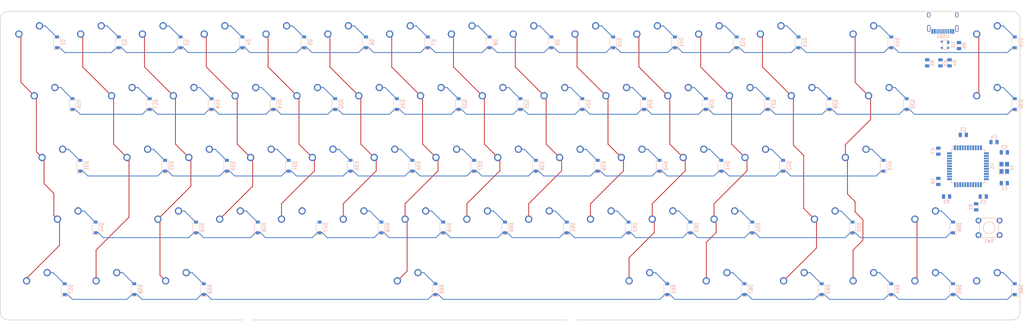
<source format=kicad_pcb>
(kicad_pcb (version 20171130) (host pcbnew "(5.0.2)-1")
  (title_block (title "FC660M Édition Gaulois") (company "Électronique Tétar SA") (comment 1 ai03))
  (layers (0 F.Cu signal) (31 B.Cu signal) (34 B.Paste user) (35 F.Paste user) (36 B.SilkS user) (37 F.SilkS user) (38 B.Mask user) (39 F.Mask user) (44 Edge.Cuts user))
  (net 0 "")
  (net 1 GND)
  (net 2 "Net-(C1-Pad1)")
  (net 3 "Net-(C2-Pad1)")
  (net 4 "Net-(C3-Pad1)")
  (net 5 +5V)
  (net 6 ROW0)
  (net 7 "Net-(D1-Pad2)")
  (net 8 "Net-(D2-Pad2)")
  (net 9 "Net-(D3-Pad2)")
  (net 10 "Net-(D4-Pad2)")
  (net 11 "Net-(D5-Pad2)")
  (net 12 "Net-(D6-Pad2)")
  (net 13 "Net-(D7-Pad2)")
  (net 14 "Net-(D8-Pad2)")
  (net 15 "Net-(D9-Pad2)")
  (net 16 "Net-(D10-Pad2)")
  (net 17 "Net-(D11-Pad2)")
  (net 18 "Net-(D12-Pad2)")
  (net 19 "Net-(D13-Pad2)")
  (net 20 "Net-(D14-Pad2)")
  (net 21 "Net-(D15-Pad2)")
  (net 22 ROW1)
  (net 23 "Net-(D16-Pad2)")
  (net 24 "Net-(D17-Pad2)")
  (net 25 "Net-(D18-Pad2)")
  (net 26 "Net-(D19-Pad2)")
  (net 27 "Net-(D20-Pad2)")
  (net 28 "Net-(D21-Pad2)")
  (net 29 "Net-(D22-Pad2)")
  (net 30 "Net-(D23-Pad2)")
  (net 31 "Net-(D24-Pad2)")
  (net 32 "Net-(D25-Pad2)")
  (net 33 "Net-(D26-Pad2)")
  (net 34 "Net-(D27-Pad2)")
  (net 35 "Net-(D28-Pad2)")
  (net 36 "Net-(D29-Pad2)")
  (net 37 "Net-(D30-Pad2)")
  (net 38 "Net-(D31-Pad2)")
  (net 39 ROW2)
  (net 40 "Net-(D32-Pad2)")
  (net 41 "Net-(D33-Pad2)")
  (net 42 "Net-(D34-Pad2)")
  (net 43 "Net-(D35-Pad2)")
  (net 44 "Net-(D36-Pad2)")
  (net 45 "Net-(D37-Pad2)")
  (net 46 "Net-(D38-Pad2)")
  (net 47 "Net-(D39-Pad2)")
  (net 48 "Net-(D40-Pad2)")
  (net 49 "Net-(D41-Pad2)")
  (net 50 "Net-(D42-Pad2)")
  (net 51 "Net-(D43-Pad2)")
  (net 52 ROW3)
  (net 53 "Net-(D44-Pad2)")
  (net 54 "Net-(D45-Pad2)")
  (net 55 "Net-(D46-Pad2)")
  (net 56 "Net-(D47-Pad2)")
  (net 57 "Net-(D48-Pad2)")
  (net 58 "Net-(D49-Pad2)")
  (net 59 "Net-(D50-Pad2)")
  (net 60 "Net-(D51-Pad2)")
  (net 61 "Net-(D52-Pad2)")
  (net 62 "Net-(D53-Pad2)")
  (net 63 "Net-(D54-Pad2)")
  (net 64 "Net-(D55-Pad2)")
  (net 65 "Net-(D56-Pad2)")
  (net 66 "Net-(D57-Pad2)")
  (net 67 ROW4)
  (net 68 "Net-(D58-Pad2)")
  (net 69 "Net-(D59-Pad2)")
  (net 70 "Net-(D60-Pad2)")
  (net 71 "Net-(D61-Pad2)")
  (net 72 "Net-(D62-Pad2)")
  (net 73 "Net-(D63-Pad2)")
  (net 74 "Net-(D64-Pad2)")
  (net 75 "Net-(D65-Pad2)")
  (net 76 "Net-(D66-Pad2)")
  (net 77 COL10)
  (net 78 COL9)
  (net 79 COL1)
  (net 80 COL2)
  (net 81 COL3)
  (net 82 COL4)
  (net 83 COL5)
  (net 84 COL6)
  (net 85 COL7)
  (net 86 COL8)
  (net 87 COL11)
  (net 88 COL12)
  (net 89 COL13)
  (net 90 COL0)
  (net 91 COL15)
  (net 92 COL14)
  (net 93 "Net-(R1-Pad2)")
  (net 94 "Net-(R2-Pad2)")
  (net 95 D-)
  (net 96 "Net-(R3-Pad2)")
  (net 97 "Net-(R4-Pad2)")
  (net 98 D+)
  (net 99 "Net-(R5-Pad2)")
  (net 100 "Net-(R6-Pad2)")
  (net 101 "Net-(U1-Pad1)")
  (net 102 "Net-(U1-Pad8)")
  (net 103 "Net-(U1-Pad9)")
  (net 104 "Net-(U1-Pad10)")
  (net 105 "Net-(U1-Pad11)")
  (net 106 "Net-(U1-Pad12)")
  (net 107 "Net-(U1-Pad18)")
  (net 108 "Net-(U1-Pad19)")
  (net 109 "Net-(U1-Pad20)")
  (net 110 "Net-(U1-Pad21)")
  (net 111 "Net-(U1-Pad22)")
  (net 112 "Net-(U1-Pad25)")
  (net 113 "Net-(U1-Pad26)")
  (net 114 "Net-(U1-Pad27)")
  (net 115 "Net-(U1-Pad28)")
  (net 116 "Net-(U1-Pad29)")
  (net 117 "Net-(U1-Pad30)")
  (net 118 "Net-(U1-Pad31)")
  (net 119 "Net-(U1-Pad32)")
  (net 120 "Net-(U1-Pad36)")
  (net 121 "Net-(U1-Pad37)")
  (net 122 "Net-(U1-Pad38)")
  (net 123 "Net-(U1-Pad39)")
  (net 124 "Net-(U1-Pad40)")
  (net 125 "Net-(U1-Pad41)")
  (net 126 "Net-(U1-Pad42)")
  (net 127 "Net-(USB1-Pad9)")
  (net 128 "Net-(USB1-Pad3)")
  (net 129 VCC)
  (module random-keyboard-parts:PushButton_6x6mm_TH (layer B.Cu) (at 352.425 130.302)
    (fp_text reference SW1 (at 0 4.064) (layer B.SilkS) (effects (justify mirror)))
    (fp_text value 5.2x5.2mm)
    (pad 4 thru_hole circle (at -3.25 2.25) (size 1.8 1.8) (drill 1) (layers *.Cu *.Mask))
    (pad 3 thru_hole circle (at 3.25 -2.25) (size 1.8 1.8) (drill 1) (layers *.Cu *.Mask))
    (pad 2 thru_hole circle (at -3.25 -2.25) (size 1.8 1.8) (drill 1) (layers *.Cu *.Mask) (net 93 "Net-(R1-Pad2)"))
    (pad 1 thru_hole circle (at 3.25 2.25) (size 1.8 1.8) (drill 1) (layers *.Cu *.Mask) (net 1 GND))
  )
  (module MX_Alps_Hybrid:MXOnly-1U-NoLED (layer F.Cu) (at 352.425 92.075)
    (fp_text reference K_DELETE1)
    (fp_text value MX-1U)
    (pad 2 thru_hole circle (at 2.54 -5.08) (size 2.25 2.25) (drill 1.47) (layers *.Cu B.Mask) (net 37 "Net-(D30-Pad2)"))
    (pad "" np_thru_hole circle (at 0 0) (size 3.9878 3.9878) (drill 3.9878) (layers *.Cu *.Mask))
    (pad 1 thru_hole circle (at -3.81 -2.54) (size 2.25 2.25) (drill 1.47) (layers *.Cu B.Mask) (net 91 COL15))
    (pad "" np_thru_hole circle (at -5.08 0 48.0996) (size 1.75 1.75) (drill 1.75) (layers *.Cu *.Mask))
    (pad "" np_thru_hole circle (at 5.08 0 48.0996) (size 1.75 1.75) (drill 1.75) (layers *.Cu *.Mask))
  )
  (module MX_Alps_Hybrid:MXOnly-1U-NoLED (layer F.Cu) (at 352.425 73.025)
    (fp_text reference K_INSERT1)
    (fp_text value MX-1U)
    (pad 2 thru_hole circle (at 2.54 -5.08) (size 2.25 2.25) (drill 1.47) (layers *.Cu B.Mask) (net 21 "Net-(D15-Pad2)"))
    (pad "" np_thru_hole circle (at 0 0) (size 3.9878 3.9878) (drill 3.9878) (layers *.Cu *.Mask))
    (pad 1 thru_hole circle (at -3.81 -2.54) (size 2.25 2.25) (drill 1.47) (layers *.Cu B.Mask) (net 91 COL15))
    (pad "" np_thru_hole circle (at -5.08 0 48.0996) (size 1.75 1.75) (drill 1.75) (layers *.Cu *.Mask))
    (pad "" np_thru_hole circle (at 5.08 0 48.0996) (size 1.75 1.75) (drill 1.75) (layers *.Cu *.Mask))
  )
  (module MX_Alps_Hybrid:MXOnly-1.5U-NoLED (layer F.Cu) (at 319.0875 92.075)
    (fp_text reference K_\1)
    (fp_text value MX-1.5U)
    (pad 2 thru_hole circle (at 2.54 -5.08) (size 2.25 2.25) (drill 1.47) (layers *.Cu B.Mask) (net 36 "Net-(D29-Pad2)"))
    (pad "" np_thru_hole circle (at 0 0) (size 3.9878 3.9878) (drill 3.9878) (layers *.Cu *.Mask))
    (pad 1 thru_hole circle (at -3.81 -2.54) (size 2.25 2.25) (drill 1.47) (layers *.Cu B.Mask) (net 89 COL13))
    (pad "" np_thru_hole circle (at -5.08 0 48.0996) (size 1.75 1.75) (drill 1.75) (layers *.Cu *.Mask))
    (pad "" np_thru_hole circle (at 5.08 0 48.0996) (size 1.75 1.75) (drill 1.75) (layers *.Cu *.Mask))
  )
  (module MX_Alps_Hybrid:MXOnly-2.25U-NoLED (layer F.Cu) (at 302.41875 130.175)
    (fp_text reference K_RSHIFT1)
    (fp_text value MX-2.25U)
    (pad 2 thru_hole circle (at 2.54 -5.08) (size 2.25 2.25) (drill 1.47) (layers *.Cu B.Mask) (net 64 "Net-(D55-Pad2)"))
    (pad "" np_thru_hole circle (at 0 0) (size 3.9878 3.9878) (drill 3.9878) (layers *.Cu *.Mask))
    (pad 1 thru_hole circle (at -3.81 -2.54) (size 2.25 2.25) (drill 1.47) (layers *.Cu B.Mask) (net 88 COL12))
    (pad "" np_thru_hole circle (at -5.08 0 48.0996) (size 1.75 1.75) (drill 1.75) (layers *.Cu *.Mask))
    (pad "" np_thru_hole circle (at 5.08 0 48.0996) (size 1.75 1.75) (drill 1.75) (layers *.Cu *.Mask))
    (pad "" np_thru_hole circle (at -11.90625 -6.985) (size 3.048 3.048) (drill 3.048) (layers *.Cu *.Mask))
    (pad "" np_thru_hole circle (at 11.90625 -6.985) (size 3.048 3.048) (drill 3.048) (layers *.Cu *.Mask))
    (pad "" np_thru_hole circle (at -11.90625 8.255) (size 3.9878 3.9878) (drill 3.9878) (layers *.Cu *.Mask))
    (pad "" np_thru_hole circle (at 11.90625 8.255) (size 3.9878 3.9878) (drill 3.9878) (layers *.Cu *.Mask))
  )
  (module Capacitor_SMD:C_0805_2012Metric (layer B.Cu) (at 357.129505 116.531057)
    (fp_text reference C1 (at 0 1.65) (layer B.SilkS) (effects (justify mirror)))
    (fp_text value 22pF)
    (pad 1 smd roundrect (at -0.9375 0) (size 0.975 1.4) (layers B.Cu B.Paste B.Mask) (net 2 "Net-(C1-Pad1)"))
    (pad 2 smd roundrect (at 0.9375 0) (size 0.975 1.4) (layers B.Cu B.Paste B.Mask) (net 1 GND))
  )
  (module Capacitor_SMD:C_0805_2012Metric (layer B.Cu) (at 357.129505 107.006057 180)
    (fp_text reference C2 (at 0 1.65 180) (layer B.SilkS) (effects (justify mirror)))
    (fp_text value 22pF)
    (pad 2 smd roundrect (at 0.9375 0 180) (size 0.975 1.4) (layers B.Cu B.Paste B.Mask) (net 1 GND))
    (pad 1 smd roundrect (at -0.9375 0 180) (size 0.975 1.4) (layers B.Cu B.Paste B.Mask) (net 3 "Net-(C2-Pad1)"))
  )
  (module Capacitor_SMD:C_0805_2012Metric (layer B.Cu) (at 344.4875 101.6 180)
    (fp_text reference C3 (at 0 1.65 180) (layer B.SilkS) (effects (justify mirror)))
    (fp_text value 1uF)
    (pad 1 smd roundrect (at -0.9375 0 180) (size 0.975 1.4) (layers B.Cu B.Paste B.Mask) (net 4 "Net-(C3-Pad1)"))
    (pad 2 smd roundrect (at 0.9375 0 180) (size 0.975 1.4) (layers B.Cu B.Paste B.Mask) (net 1 GND))
  )
  (module Capacitor_SMD:C_0805_2012Metric (layer B.Cu) (at 353.936466 103.832538)
    (fp_text reference C4 (at 0 -1.65) (layer B.SilkS) (effects (justify mirror)))
    (fp_text value 0.1uF)
    (pad 2 smd roundrect (at 0.9375 0) (size 0.975 1.4) (layers B.Cu B.Paste B.Mask) (net 1 GND))
    (pad 1 smd roundrect (at -0.9375 0) (size 0.975 1.4) (layers B.Cu B.Paste B.Mask) (net 5 +5V))
  )
  (module Capacitor_SMD:C_0805_2012Metric (layer B.Cu) (at 350.634466 120.65)
    (fp_text reference C5 (at 0 1.65) (layer B.SilkS) (effects (justify mirror)))
    (fp_text value 0.1uF)
    (pad 1 smd roundrect (at -0.9375 0) (size 0.975 1.4) (layers B.Cu B.Paste B.Mask) (net 5 +5V))
    (pad 2 smd roundrect (at 0.9375 0) (size 0.975 1.4) (layers B.Cu B.Paste B.Mask) (net 1 GND))
  )
  (module Capacitor_SMD:C_0805_2012Metric (layer B.Cu) (at 336.791466 115.976038 90)
    (fp_text reference C6 (at 0 -1.65 90) (layer B.SilkS) (effects (justify mirror)))
    (fp_text value 0.1uF)
    (pad 2 smd roundrect (at 0.9375 0 90) (size 0.975 1.4) (layers B.Cu B.Paste B.Mask) (net 1 GND))
    (pad 1 smd roundrect (at -0.9375 0 90) (size 0.975 1.4) (layers B.Cu B.Paste B.Mask) (net 5 +5V))
  )
  (module Capacitor_SMD:C_0805_2012Metric (layer B.Cu) (at 336.791466 106.626538 270)
    (fp_text reference C7 (at 0 1.65 270) (layer B.SilkS) (effects (justify mirror)))
    (fp_text value 10uF)
    (pad 1 smd roundrect (at -0.9375 0 270) (size 0.975 1.4) (layers B.Cu B.Paste B.Mask) (net 5 +5V))
    (pad 2 smd roundrect (at 0.9375 0 270) (size 0.975 1.4) (layers B.Cu B.Paste B.Mask) (net 1 GND))
  )
  (module Diode_SMD:D_SOD-123 (layer B.Cu) (at 65.0875 73.025 90)
    (fp_text reference D1 (at 0 2 90) (layer B.SilkS) (effects (justify mirror)))
    (fp_text value SOD-123)
    (pad 1 smd rect (at -1.65 0 90) (size 0.9 1.2) (layers B.Cu B.Paste B.Mask) (net 6 ROW0))
    (pad 2 smd rect (at 1.65 0 90) (size 0.9 1.2) (layers B.Cu B.Paste B.Mask) (net 7 "Net-(D1-Pad2)"))
  )
  (module Diode_SMD:D_SOD-123 (layer B.Cu) (at 84.1375 73.025 90)
    (fp_text reference D2 (at 0 2 90) (layer B.SilkS) (effects (justify mirror)))
    (fp_text value SOD-123)
    (pad 2 smd rect (at 1.65 0 90) (size 0.9 1.2) (layers B.Cu B.Paste B.Mask) (net 8 "Net-(D2-Pad2)"))
    (pad 1 smd rect (at -1.65 0 90) (size 0.9 1.2) (layers B.Cu B.Paste B.Mask) (net 6 ROW0))
  )
  (module Diode_SMD:D_SOD-123 (layer B.Cu) (at 103.1875 73.025 90)
    (fp_text reference D3 (at 0 2 90) (layer B.SilkS) (effects (justify mirror)))
    (fp_text value SOD-123)
    (pad 1 smd rect (at -1.65 0 90) (size 0.9 1.2) (layers B.Cu B.Paste B.Mask) (net 6 ROW0))
    (pad 2 smd rect (at 1.65 0 90) (size 0.9 1.2) (layers B.Cu B.Paste B.Mask) (net 9 "Net-(D3-Pad2)"))
  )
  (module Diode_SMD:D_SOD-123 (layer B.Cu) (at 122.2375 73.025 90)
    (fp_text reference D4 (at 0 2 90) (layer B.SilkS) (effects (justify mirror)))
    (fp_text value SOD-123)
    (pad 2 smd rect (at 1.65 0 90) (size 0.9 1.2) (layers B.Cu B.Paste B.Mask) (net 10 "Net-(D4-Pad2)"))
    (pad 1 smd rect (at -1.65 0 90) (size 0.9 1.2) (layers B.Cu B.Paste B.Mask) (net 6 ROW0))
  )
  (module Diode_SMD:D_SOD-123 (layer B.Cu) (at 141.2875 73.025 90)
    (fp_text reference D5 (at 0 2 90) (layer B.SilkS) (effects (justify mirror)))
    (fp_text value SOD-123)
    (pad 1 smd rect (at -1.65 0 90) (size 0.9 1.2) (layers B.Cu B.Paste B.Mask) (net 6 ROW0))
    (pad 2 smd rect (at 1.65 0 90) (size 0.9 1.2) (layers B.Cu B.Paste B.Mask) (net 11 "Net-(D5-Pad2)"))
  )
  (module Diode_SMD:D_SOD-123 (layer B.Cu) (at 160.3375 73.025 90)
    (fp_text reference D6 (at 0 2 90) (layer B.SilkS) (effects (justify mirror)))
    (fp_text value SOD-123)
    (pad 2 smd rect (at 1.65 0 90) (size 0.9 1.2) (layers B.Cu B.Paste B.Mask) (net 12 "Net-(D6-Pad2)"))
    (pad 1 smd rect (at -1.65 0 90) (size 0.9 1.2) (layers B.Cu B.Paste B.Mask) (net 6 ROW0))
  )
  (module Diode_SMD:D_SOD-123 (layer B.Cu) (at 179.3875 73.025 90)
    (fp_text reference D7 (at 0 2 90) (layer B.SilkS) (effects (justify mirror)))
    (fp_text value SOD-123)
    (pad 1 smd rect (at -1.65 0 90) (size 0.9 1.2) (layers B.Cu B.Paste B.Mask) (net 6 ROW0))
    (pad 2 smd rect (at 1.65 0 90) (size 0.9 1.2) (layers B.Cu B.Paste B.Mask) (net 13 "Net-(D7-Pad2)"))
  )
  (module Diode_SMD:D_SOD-123 (layer B.Cu) (at 198.4375 73.025 90)
    (fp_text reference D8 (at 0 2 90) (layer B.SilkS) (effects (justify mirror)))
    (fp_text value SOD-123)
    (pad 2 smd rect (at 1.65 0 90) (size 0.9 1.2) (layers B.Cu B.Paste B.Mask) (net 14 "Net-(D8-Pad2)"))
    (pad 1 smd rect (at -1.65 0 90) (size 0.9 1.2) (layers B.Cu B.Paste B.Mask) (net 6 ROW0))
  )
  (module Diode_SMD:D_SOD-123 (layer B.Cu) (at 217.4875 73.025 90)
    (fp_text reference D9 (at 0 2 90) (layer B.SilkS) (effects (justify mirror)))
    (fp_text value SOD-123)
    (pad 1 smd rect (at -1.65 0 90) (size 0.9 1.2) (layers B.Cu B.Paste B.Mask) (net 6 ROW0))
    (pad 2 smd rect (at 1.65 0 90) (size 0.9 1.2) (layers B.Cu B.Paste B.Mask) (net 15 "Net-(D9-Pad2)"))
  )
  (module Diode_SMD:D_SOD-123 (layer B.Cu) (at 236.5375 73.025 90)
    (fp_text reference D10 (at 0 2 90) (layer B.SilkS) (effects (justify mirror)))
    (fp_text value SOD-123)
    (pad 2 smd rect (at 1.65 0 90) (size 0.9 1.2) (layers B.Cu B.Paste B.Mask) (net 16 "Net-(D10-Pad2)"))
    (pad 1 smd rect (at -1.65 0 90) (size 0.9 1.2) (layers B.Cu B.Paste B.Mask) (net 6 ROW0))
  )
  (module Diode_SMD:D_SOD-123 (layer B.Cu) (at 255.5875 73.025 90)
    (fp_text reference D11 (at 0 2 90) (layer B.SilkS) (effects (justify mirror)))
    (fp_text value SOD-123)
    (pad 2 smd rect (at 1.65 0 90) (size 0.9 1.2) (layers B.Cu B.Paste B.Mask) (net 17 "Net-(D11-Pad2)"))
    (pad 1 smd rect (at -1.65 0 90) (size 0.9 1.2) (layers B.Cu B.Paste B.Mask) (net 6 ROW0))
  )
  (module Diode_SMD:D_SOD-123 (layer B.Cu) (at 274.6375 73.025 90)
    (fp_text reference D12 (at 0 2 90) (layer B.SilkS) (effects (justify mirror)))
    (fp_text value SOD-123)
    (pad 2 smd rect (at 1.65 0 90) (size 0.9 1.2) (layers B.Cu B.Paste B.Mask) (net 18 "Net-(D12-Pad2)"))
    (pad 1 smd rect (at -1.65 0 90) (size 0.9 1.2) (layers B.Cu B.Paste B.Mask) (net 6 ROW0))
  )
  (module Diode_SMD:D_SOD-123 (layer B.Cu) (at 293.6875 73.025 90)
    (fp_text reference D13 (at 0 2 90) (layer B.SilkS) (effects (justify mirror)))
    (fp_text value SOD-123)
    (pad 1 smd rect (at -1.65 0 90) (size 0.9 1.2) (layers B.Cu B.Paste B.Mask) (net 6 ROW0))
    (pad 2 smd rect (at 1.65 0 90) (size 0.9 1.2) (layers B.Cu B.Paste B.Mask) (net 19 "Net-(D13-Pad2)"))
  )
  (module Diode_SMD:D_SOD-123 (layer B.Cu) (at 322.2625 73.025 90)
    (fp_text reference D14 (at 0 2 90) (layer B.SilkS) (effects (justify mirror)))
    (fp_text value SOD-123)
    (pad 2 smd rect (at 1.65 0 90) (size 0.9 1.2) (layers B.Cu B.Paste B.Mask) (net 20 "Net-(D14-Pad2)"))
    (pad 1 smd rect (at -1.65 0 90) (size 0.9 1.2) (layers B.Cu B.Paste B.Mask) (net 6 ROW0))
  )
  (module Diode_SMD:D_SOD-123 (layer B.Cu) (at 360.3625 73.025 90)
    (fp_text reference D15 (at 0 2 90) (layer B.SilkS) (effects (justify mirror)))
    (fp_text value SOD-123)
    (pad 1 smd rect (at -1.65 0 90) (size 0.9 1.2) (layers B.Cu B.Paste B.Mask) (net 6 ROW0))
    (pad 2 smd rect (at 1.65 0 90) (size 0.9 1.2) (layers B.Cu B.Paste B.Mask) (net 21 "Net-(D15-Pad2)"))
  )
  (module Diode_SMD:D_SOD-123 (layer B.Cu) (at 69.85 92.075 90)
    (fp_text reference D16 (at 0 2 90) (layer B.SilkS) (effects (justify mirror)))
    (fp_text value SOD-123)
    (pad 1 smd rect (at -1.65 0 90) (size 0.9 1.2) (layers B.Cu B.Paste B.Mask) (net 22 ROW1))
    (pad 2 smd rect (at 1.65 0 90) (size 0.9 1.2) (layers B.Cu B.Paste B.Mask) (net 23 "Net-(D16-Pad2)"))
  )
  (module Diode_SMD:D_SOD-123 (layer B.Cu) (at 93.6625 92.075 90)
    (fp_text reference D17 (at 0 2 90) (layer B.SilkS) (effects (justify mirror)))
    (fp_text value SOD-123)
    (pad 2 smd rect (at 1.65 0 90) (size 0.9 1.2) (layers B.Cu B.Paste B.Mask) (net 24 "Net-(D17-Pad2)"))
    (pad 1 smd rect (at -1.65 0 90) (size 0.9 1.2) (layers B.Cu B.Paste B.Mask) (net 22 ROW1))
  )
  (module Diode_SMD:D_SOD-123 (layer B.Cu) (at 112.7125 92.075 90)
    (fp_text reference D18 (at 0 2 90) (layer B.SilkS) (effects (justify mirror)))
    (fp_text value SOD-123)
    (pad 1 smd rect (at -1.65 0 90) (size 0.9 1.2) (layers B.Cu B.Paste B.Mask) (net 22 ROW1))
    (pad 2 smd rect (at 1.65 0 90) (size 0.9 1.2) (layers B.Cu B.Paste B.Mask) (net 25 "Net-(D18-Pad2)"))
  )
  (module Diode_SMD:D_SOD-123 (layer B.Cu) (at 131.7625 92.075 90)
    (fp_text reference D19 (at 0 2 90) (layer B.SilkS) (effects (justify mirror)))
    (fp_text value SOD-123)
    (pad 2 smd rect (at 1.65 0 90) (size 0.9 1.2) (layers B.Cu B.Paste B.Mask) (net 26 "Net-(D19-Pad2)"))
    (pad 1 smd rect (at -1.65 0 90) (size 0.9 1.2) (layers B.Cu B.Paste B.Mask) (net 22 ROW1))
  )
  (module Diode_SMD:D_SOD-123 (layer B.Cu) (at 150.8125 92.075 90)
    (fp_text reference D20 (at 0 2 90) (layer B.SilkS) (effects (justify mirror)))
    (fp_text value SOD-123)
    (pad 1 smd rect (at -1.65 0 90) (size 0.9 1.2) (layers B.Cu B.Paste B.Mask) (net 22 ROW1))
    (pad 2 smd rect (at 1.65 0 90) (size 0.9 1.2) (layers B.Cu B.Paste B.Mask) (net 27 "Net-(D20-Pad2)"))
  )
  (module Diode_SMD:D_SOD-123 (layer B.Cu) (at 169.8625 92.075 90)
    (fp_text reference D21 (at 0 2 90) (layer B.SilkS) (effects (justify mirror)))
    (fp_text value SOD-123)
    (pad 2 smd rect (at 1.65 0 90) (size 0.9 1.2) (layers B.Cu B.Paste B.Mask) (net 28 "Net-(D21-Pad2)"))
    (pad 1 smd rect (at -1.65 0 90) (size 0.9 1.2) (layers B.Cu B.Paste B.Mask) (net 22 ROW1))
  )
  (module Diode_SMD:D_SOD-123 (layer B.Cu) (at 188.9125 92.075 90)
    (fp_text reference D22 (at 0 2 90) (layer B.SilkS) (effects (justify mirror)))
    (fp_text value SOD-123)
    (pad 1 smd rect (at -1.65 0 90) (size 0.9 1.2) (layers B.Cu B.Paste B.Mask) (net 22 ROW1))
    (pad 2 smd rect (at 1.65 0 90) (size 0.9 1.2) (layers B.Cu B.Paste B.Mask) (net 29 "Net-(D22-Pad2)"))
  )
  (module Diode_SMD:D_SOD-123 (layer B.Cu) (at 207.9625 92.075 90)
    (fp_text reference D23 (at 0 2 90) (layer B.SilkS) (effects (justify mirror)))
    (fp_text value SOD-123)
    (pad 2 smd rect (at 1.65 0 90) (size 0.9 1.2) (layers B.Cu B.Paste B.Mask) (net 30 "Net-(D23-Pad2)"))
    (pad 1 smd rect (at -1.65 0 90) (size 0.9 1.2) (layers B.Cu B.Paste B.Mask) (net 22 ROW1))
  )
  (module Diode_SMD:D_SOD-123 (layer B.Cu) (at 227.0125 92.075 90)
    (fp_text reference D24 (at 0 2 90) (layer B.SilkS) (effects (justify mirror)))
    (fp_text value SOD-123)
    (pad 2 smd rect (at 1.65 0 90) (size 0.9 1.2) (layers B.Cu B.Paste B.Mask) (net 31 "Net-(D24-Pad2)"))
    (pad 1 smd rect (at -1.65 0 90) (size 0.9 1.2) (layers B.Cu B.Paste B.Mask) (net 22 ROW1))
  )
  (module Diode_SMD:D_SOD-123 (layer B.Cu) (at 246.0625 92.075 90)
    (fp_text reference D25 (at 0 2 90) (layer B.SilkS) (effects (justify mirror)))
    (fp_text value SOD-123)
    (pad 1 smd rect (at -1.65 0 90) (size 0.9 1.2) (layers B.Cu B.Paste B.Mask) (net 22 ROW1))
    (pad 2 smd rect (at 1.65 0 90) (size 0.9 1.2) (layers B.Cu B.Paste B.Mask) (net 32 "Net-(D25-Pad2)"))
  )
  (module Diode_SMD:D_SOD-123 (layer B.Cu) (at 265.1125 92.075 90)
    (fp_text reference D26 (at 0 2 90) (layer B.SilkS) (effects (justify mirror)))
    (fp_text value SOD-123)
    (pad 2 smd rect (at 1.65 0 90) (size 0.9 1.2) (layers B.Cu B.Paste B.Mask) (net 33 "Net-(D26-Pad2)"))
    (pad 1 smd rect (at -1.65 0 90) (size 0.9 1.2) (layers B.Cu B.Paste B.Mask) (net 22 ROW1))
  )
  (module Diode_SMD:D_SOD-123 (layer B.Cu) (at 284.1625 92.075 90)
    (fp_text reference D27 (at 0 2 90) (layer B.SilkS) (effects (justify mirror)))
    (fp_text value SOD-123)
    (pad 1 smd rect (at -1.65 0 90) (size 0.9 1.2) (layers B.Cu B.Paste B.Mask) (net 22 ROW1))
    (pad 2 smd rect (at 1.65 0 90) (size 0.9 1.2) (layers B.Cu B.Paste B.Mask) (net 34 "Net-(D27-Pad2)"))
  )
  (module Diode_SMD:D_SOD-123 (layer B.Cu) (at 303.2125 92.075 90)
    (fp_text reference D28 (at 0 2 90) (layer B.SilkS) (effects (justify mirror)))
    (fp_text value SOD-123)
    (pad 2 smd rect (at 1.65 0 90) (size 0.9 1.2) (layers B.Cu B.Paste B.Mask) (net 35 "Net-(D28-Pad2)"))
    (pad 1 smd rect (at -1.65 0 90) (size 0.9 1.2) (layers B.Cu B.Paste B.Mask) (net 22 ROW1))
  )
  (module Diode_SMD:D_SOD-123 (layer B.Cu) (at 327.025 92.075 90)
    (fp_text reference D29 (at 0 2 90) (layer B.SilkS) (effects (justify mirror)))
    (fp_text value SOD-123)
    (pad 1 smd rect (at -1.65 0 90) (size 0.9 1.2) (layers B.Cu B.Paste B.Mask) (net 22 ROW1))
    (pad 2 smd rect (at 1.65 0 90) (size 0.9 1.2) (layers B.Cu B.Paste B.Mask) (net 36 "Net-(D29-Pad2)"))
  )
  (module Diode_SMD:D_SOD-123 (layer B.Cu) (at 360.3625 92.075 90)
    (fp_text reference D30 (at 0 2 90) (layer B.SilkS) (effects (justify mirror)))
    (fp_text value SOD-123)
    (pad 1 smd rect (at -1.65 0 90) (size 0.9 1.2) (layers B.Cu B.Paste B.Mask) (net 22 ROW1))
    (pad 2 smd rect (at 1.65 0 90) (size 0.9 1.2) (layers B.Cu B.Paste B.Mask) (net 37 "Net-(D30-Pad2)"))
  )
  (module Diode_SMD:D_SOD-123 (layer B.Cu) (at 72.23125 111.125 90)
    (fp_text reference D31 (at 0 2 90) (layer B.SilkS) (effects (justify mirror)))
    (fp_text value SOD-123)
    (pad 2 smd rect (at 1.65 0 90) (size 0.9 1.2) (layers B.Cu B.Paste B.Mask) (net 38 "Net-(D31-Pad2)"))
    (pad 1 smd rect (at -1.65 0 90) (size 0.9 1.2) (layers B.Cu B.Paste B.Mask) (net 39 ROW2))
  )
  (module Diode_SMD:D_SOD-123 (layer B.Cu) (at 98.425 111.125 90)
    (fp_text reference D32 (at 0 2 90) (layer B.SilkS) (effects (justify mirror)))
    (fp_text value SOD-123)
    (pad 1 smd rect (at -1.65 0 90) (size 0.9 1.2) (layers B.Cu B.Paste B.Mask) (net 39 ROW2))
    (pad 2 smd rect (at 1.65 0 90) (size 0.9 1.2) (layers B.Cu B.Paste B.Mask) (net 40 "Net-(D32-Pad2)"))
  )
  (module Diode_SMD:D_SOD-123 (layer B.Cu) (at 117.475 111.125 90)
    (fp_text reference D33 (at 0 2 90) (layer B.SilkS) (effects (justify mirror)))
    (fp_text value SOD-123)
    (pad 1 smd rect (at -1.65 0 90) (size 0.9 1.2) (layers B.Cu B.Paste B.Mask) (net 39 ROW2))
    (pad 2 smd rect (at 1.65 0 90) (size 0.9 1.2) (layers B.Cu B.Paste B.Mask) (net 41 "Net-(D33-Pad2)"))
  )
  (module Diode_SMD:D_SOD-123 (layer B.Cu) (at 136.525 111.125 90)
    (fp_text reference D34 (at 0 2 90) (layer B.SilkS) (effects (justify mirror)))
    (fp_text value SOD-123)
    (pad 2 smd rect (at 1.65 0 90) (size 0.9 1.2) (layers B.Cu B.Paste B.Mask) (net 42 "Net-(D34-Pad2)"))
    (pad 1 smd rect (at -1.65 0 90) (size 0.9 1.2) (layers B.Cu B.Paste B.Mask) (net 39 ROW2))
  )
  (module Diode_SMD:D_SOD-123 (layer B.Cu) (at 155.575 111.125 90)
    (fp_text reference D35 (at 0 2 90) (layer B.SilkS) (effects (justify mirror)))
    (fp_text value SOD-123)
    (pad 2 smd rect (at 1.65 0 90) (size 0.9 1.2) (layers B.Cu B.Paste B.Mask) (net 43 "Net-(D35-Pad2)"))
    (pad 1 smd rect (at -1.65 0 90) (size 0.9 1.2) (layers B.Cu B.Paste B.Mask) (net 39 ROW2))
  )
  (module Diode_SMD:D_SOD-123 (layer B.Cu) (at 174.625 111.125 90)
    (fp_text reference D36 (at 0 2 90) (layer B.SilkS) (effects (justify mirror)))
    (fp_text value SOD-123)
    (pad 1 smd rect (at -1.65 0 90) (size 0.9 1.2) (layers B.Cu B.Paste B.Mask) (net 39 ROW2))
    (pad 2 smd rect (at 1.65 0 90) (size 0.9 1.2) (layers B.Cu B.Paste B.Mask) (net 44 "Net-(D36-Pad2)"))
  )
  (module Diode_SMD:D_SOD-123 (layer B.Cu) (at 193.675 111.125 90)
    (fp_text reference D37 (at 0 2 90) (layer B.SilkS) (effects (justify mirror)))
    (fp_text value SOD-123)
    (pad 2 smd rect (at 1.65 0 90) (size 0.9 1.2) (layers B.Cu B.Paste B.Mask) (net 45 "Net-(D37-Pad2)"))
    (pad 1 smd rect (at -1.65 0 90) (size 0.9 1.2) (layers B.Cu B.Paste B.Mask) (net 39 ROW2))
  )
  (module Diode_SMD:D_SOD-123 (layer B.Cu) (at 212.725 111.125 90)
    (fp_text reference D38 (at 0 2 90) (layer B.SilkS) (effects (justify mirror)))
    (fp_text value SOD-123)
    (pad 1 smd rect (at -1.65 0 90) (size 0.9 1.2) (layers B.Cu B.Paste B.Mask) (net 39 ROW2))
    (pad 2 smd rect (at 1.65 0 90) (size 0.9 1.2) (layers B.Cu B.Paste B.Mask) (net 46 "Net-(D38-Pad2)"))
  )
  (module Diode_SMD:D_SOD-123 (layer B.Cu) (at 231.775 111.125 90)
    (fp_text reference D39 (at 0 2 90) (layer B.SilkS) (effects (justify mirror)))
    (fp_text value SOD-123)
    (pad 2 smd rect (at 1.65 0 90) (size 0.9 1.2) (layers B.Cu B.Paste B.Mask) (net 47 "Net-(D39-Pad2)"))
    (pad 1 smd rect (at -1.65 0 90) (size 0.9 1.2) (layers B.Cu B.Paste B.Mask) (net 39 ROW2))
  )
  (module Diode_SMD:D_SOD-123 (layer B.Cu) (at 250.825 111.125 90)
    (fp_text reference D40 (at 0 2 90) (layer B.SilkS) (effects (justify mirror)))
    (fp_text value SOD-123)
    (pad 1 smd rect (at -1.65 0 90) (size 0.9 1.2) (layers B.Cu B.Paste B.Mask) (net 39 ROW2))
    (pad 2 smd rect (at 1.65 0 90) (size 0.9 1.2) (layers B.Cu B.Paste B.Mask) (net 48 "Net-(D40-Pad2)"))
  )
  (module Diode_SMD:D_SOD-123 (layer B.Cu) (at 269.875 111.125 90)
    (fp_text reference D41 (at 0 2 90) (layer B.SilkS) (effects (justify mirror)))
    (fp_text value SOD-123)
    (pad 2 smd rect (at 1.65 0 90) (size 0.9 1.2) (layers B.Cu B.Paste B.Mask) (net 49 "Net-(D41-Pad2)"))
    (pad 1 smd rect (at -1.65 0 90) (size 0.9 1.2) (layers B.Cu B.Paste B.Mask) (net 39 ROW2))
  )
  (module Diode_SMD:D_SOD-123 (layer B.Cu) (at 288.925 111.125 90)
    (fp_text reference D42 (at 0 2 90) (layer B.SilkS) (effects (justify mirror)))
    (fp_text value SOD-123)
    (pad 1 smd rect (at -1.65 0 90) (size 0.9 1.2) (layers B.Cu B.Paste B.Mask) (net 39 ROW2))
    (pad 2 smd rect (at 1.65 0 90) (size 0.9 1.2) (layers B.Cu B.Paste B.Mask) (net 50 "Net-(D42-Pad2)"))
  )
  (module Diode_SMD:D_SOD-123 (layer B.Cu) (at 319.88125 111.125 90)
    (fp_text reference D43 (at 0 2 90) (layer B.SilkS) (effects (justify mirror)))
    (fp_text value SOD-123)
    (pad 2 smd rect (at 1.65 0 90) (size 0.9 1.2) (layers B.Cu B.Paste B.Mask) (net 51 "Net-(D43-Pad2)"))
    (pad 1 smd rect (at -1.65 0 90) (size 0.9 1.2) (layers B.Cu B.Paste B.Mask) (net 39 ROW2))
  )
  (module Diode_SMD:D_SOD-123 (layer B.Cu) (at 76.99375 130.175 90)
    (fp_text reference D44 (at 0 2 90) (layer B.SilkS) (effects (justify mirror)))
    (fp_text value SOD-123)
    (pad 1 smd rect (at -1.65 0 90) (size 0.9 1.2) (layers B.Cu B.Paste B.Mask) (net 52 ROW3))
    (pad 2 smd rect (at 1.65 0 90) (size 0.9 1.2) (layers B.Cu B.Paste B.Mask) (net 53 "Net-(D44-Pad2)"))
  )
  (module Diode_SMD:D_SOD-123 (layer B.Cu) (at 107.95 130.175 90)
    (fp_text reference D45 (at 0 2 90) (layer B.SilkS) (effects (justify mirror)))
    (fp_text value SOD-123)
    (pad 1 smd rect (at -1.65 0 90) (size 0.9 1.2) (layers B.Cu B.Paste B.Mask) (net 52 ROW3))
    (pad 2 smd rect (at 1.65 0 90) (size 0.9 1.2) (layers B.Cu B.Paste B.Mask) (net 54 "Net-(D45-Pad2)"))
  )
  (module Diode_SMD:D_SOD-123 (layer B.Cu) (at 127 130.175 90)
    (fp_text reference D46 (at 0 2 90) (layer B.SilkS) (effects (justify mirror)))
    (fp_text value SOD-123)
    (pad 1 smd rect (at -1.65 0 90) (size 0.9 1.2) (layers B.Cu B.Paste B.Mask) (net 52 ROW3))
    (pad 2 smd rect (at 1.65 0 90) (size 0.9 1.2) (layers B.Cu B.Paste B.Mask) (net 55 "Net-(D46-Pad2)"))
  )
  (module Diode_SMD:D_SOD-123 (layer B.Cu) (at 146.05 130.175 90)
    (fp_text reference D47 (at 0 2 90) (layer B.SilkS) (effects (justify mirror)))
    (fp_text value SOD-123)
    (pad 1 smd rect (at -1.65 0 90) (size 0.9 1.2) (layers B.Cu B.Paste B.Mask) (net 52 ROW3))
    (pad 2 smd rect (at 1.65 0 90) (size 0.9 1.2) (layers B.Cu B.Paste B.Mask) (net 56 "Net-(D47-Pad2)"))
  )
  (module Diode_SMD:D_SOD-123 (layer B.Cu) (at 165.1 130.175 90)
    (fp_text reference D48 (at 0 2 90) (layer B.SilkS) (effects (justify mirror)))
    (fp_text value SOD-123)
    (pad 1 smd rect (at -1.65 0 90) (size 0.9 1.2) (layers B.Cu B.Paste B.Mask) (net 52 ROW3))
    (pad 2 smd rect (at 1.65 0 90) (size 0.9 1.2) (layers B.Cu B.Paste B.Mask) (net 57 "Net-(D48-Pad2)"))
  )
  (module Diode_SMD:D_SOD-123 (layer B.Cu) (at 184.15 130.175 90)
    (fp_text reference D49 (at 0 2 90) (layer B.SilkS) (effects (justify mirror)))
    (fp_text value SOD-123)
    (pad 2 smd rect (at 1.65 0 90) (size 0.9 1.2) (layers B.Cu B.Paste B.Mask) (net 58 "Net-(D49-Pad2)"))
    (pad 1 smd rect (at -1.65 0 90) (size 0.9 1.2) (layers B.Cu B.Paste B.Mask) (net 52 ROW3))
  )
  (module Diode_SMD:D_SOD-123 (layer B.Cu) (at 203.2 130.175 90)
    (fp_text reference D50 (at 0 2 90) (layer B.SilkS) (effects (justify mirror)))
    (fp_text value SOD-123)
    (pad 2 smd rect (at 1.65 0 90) (size 0.9 1.2) (layers B.Cu B.Paste B.Mask) (net 59 "Net-(D50-Pad2)"))
    (pad 1 smd rect (at -1.65 0 90) (size 0.9 1.2) (layers B.Cu B.Paste B.Mask) (net 52 ROW3))
  )
  (module Diode_SMD:D_SOD-123 (layer B.Cu) (at 222.25 130.175 90)
    (fp_text reference D51 (at 0 2 90) (layer B.SilkS) (effects (justify mirror)))
    (fp_text value SOD-123)
    (pad 1 smd rect (at -1.65 0 90) (size 0.9 1.2) (layers B.Cu B.Paste B.Mask) (net 52 ROW3))
    (pad 2 smd rect (at 1.65 0 90) (size 0.9 1.2) (layers B.Cu B.Paste B.Mask) (net 60 "Net-(D51-Pad2)"))
  )
  (module Diode_SMD:D_SOD-123 (layer B.Cu) (at 241.3 130.175 90)
    (fp_text reference D52 (at 0 2 90) (layer B.SilkS) (effects (justify mirror)))
    (fp_text value SOD-123)
    (pad 2 smd rect (at 1.65 0 90) (size 0.9 1.2) (layers B.Cu B.Paste B.Mask) (net 61 "Net-(D52-Pad2)"))
    (pad 1 smd rect (at -1.65 0 90) (size 0.9 1.2) (layers B.Cu B.Paste B.Mask) (net 52 ROW3))
  )
  (module Diode_SMD:D_SOD-123 (layer B.Cu) (at 260.35 130.175 90)
    (fp_text reference D53 (at 0 2 90) (layer B.SilkS) (effects (justify mirror)))
    (fp_text value SOD-123)
    (pad 1 smd rect (at -1.65 0 90) (size 0.9 1.2) (layers B.Cu B.Paste B.Mask) (net 52 ROW3))
    (pad 2 smd rect (at 1.65 0 90) (size 0.9 1.2) (layers B.Cu B.Paste B.Mask) (net 62 "Net-(D53-Pad2)"))
  )
  (module Diode_SMD:D_SOD-123 (layer B.Cu) (at 279.4 130.175 90)
    (fp_text reference D54 (at 0 2 90) (layer B.SilkS) (effects (justify mirror)))
    (fp_text value SOD-123)
    (pad 2 smd rect (at 1.65 0 90) (size 0.9 1.2) (layers B.Cu B.Paste B.Mask) (net 63 "Net-(D54-Pad2)"))
    (pad 1 smd rect (at -1.65 0 90) (size 0.9 1.2) (layers B.Cu B.Paste B.Mask) (net 52 ROW3))
  )
  (module Diode_SMD:D_SOD-123 (layer B.Cu) (at 310.35625 130.175 90)
    (fp_text reference D55 (at 0 2 90) (layer B.SilkS) (effects (justify mirror)))
    (fp_text value SOD-123)
    (pad 1 smd rect (at -1.65 0 90) (size 0.9 1.2) (layers B.Cu B.Paste B.Mask) (net 52 ROW3))
    (pad 2 smd rect (at 1.65 0 90) (size 0.9 1.2) (layers B.Cu B.Paste B.Mask) (net 64 "Net-(D55-Pad2)"))
  )
  (module Diode_SMD:D_SOD-123 (layer B.Cu) (at 341.3125 130.175 90)
    (fp_text reference D56 (at 0 2 90) (layer B.SilkS) (effects (justify mirror)))
    (fp_text value SOD-123)
    (pad 2 smd rect (at 1.65 0 90) (size 0.9 1.2) (layers B.Cu B.Paste B.Mask) (net 65 "Net-(D56-Pad2)"))
    (pad 1 smd rect (at -1.65 0 90) (size 0.9 1.2) (layers B.Cu B.Paste B.Mask) (net 52 ROW3))
  )
  (module Diode_SMD:D_SOD-123 (layer B.Cu) (at 67.46875 149.225 90)
    (fp_text reference D57 (at 0 2 90) (layer B.SilkS) (effects (justify mirror)))
    (fp_text value SOD-123)
    (pad 2 smd rect (at 1.65 0 90) (size 0.9 1.2) (layers B.Cu B.Paste B.Mask) (net 66 "Net-(D57-Pad2)"))
    (pad 1 smd rect (at -1.65 0 90) (size 0.9 1.2) (layers B.Cu B.Paste B.Mask) (net 67 ROW4))
  )
  (module Diode_SMD:D_SOD-123 (layer B.Cu) (at 88.9 149.225 90)
    (fp_text reference D58 (at 0 2 90) (layer B.SilkS) (effects (justify mirror)))
    (fp_text value SOD-123)
    (pad 1 smd rect (at -1.65 0 90) (size 0.9 1.2) (layers B.Cu B.Paste B.Mask) (net 67 ROW4))
    (pad 2 smd rect (at 1.65 0 90) (size 0.9 1.2) (layers B.Cu B.Paste B.Mask) (net 68 "Net-(D58-Pad2)"))
  )
  (module Diode_SMD:D_SOD-123 (layer B.Cu) (at 110.33125 149.225 90)
    (fp_text reference D59 (at 0 2 90) (layer B.SilkS) (effects (justify mirror)))
    (fp_text value SOD-123)
    (pad 2 smd rect (at 1.65 0 90) (size 0.9 1.2) (layers B.Cu B.Paste B.Mask) (net 69 "Net-(D59-Pad2)"))
    (pad 1 smd rect (at -1.65 0 90) (size 0.9 1.2) (layers B.Cu B.Paste B.Mask) (net 67 ROW4))
  )
  (module Diode_SMD:D_SOD-123 (layer B.Cu) (at 181.76875 149.225 90)
    (fp_text reference D60 (at 0 2 90) (layer B.SilkS) (effects (justify mirror)))
    (fp_text value SOD-123)
    (pad 2 smd rect (at 1.65 0 90) (size 0.9 1.2) (layers B.Cu B.Paste B.Mask) (net 70 "Net-(D60-Pad2)"))
    (pad 1 smd rect (at -1.65 0 90) (size 0.9 1.2) (layers B.Cu B.Paste B.Mask) (net 67 ROW4))
  )
  (module Diode_SMD:D_SOD-123 (layer B.Cu) (at 253.20625 149.225 90)
    (fp_text reference D61 (at 0 2 90) (layer B.SilkS) (effects (justify mirror)))
    (fp_text value SOD-123)
    (pad 1 smd rect (at -1.65 0 90) (size 0.9 1.2) (layers B.Cu B.Paste B.Mask) (net 67 ROW4))
    (pad 2 smd rect (at 1.65 0 90) (size 0.9 1.2) (layers B.Cu B.Paste B.Mask) (net 71 "Net-(D61-Pad2)"))
  )
  (module Diode_SMD:D_SOD-123 (layer B.Cu) (at 277.01875 149.225 90)
    (fp_text reference D62 (at 0 2 90) (layer B.SilkS) (effects (justify mirror)))
    (fp_text value SOD-123)
    (pad 2 smd rect (at 1.65 0 90) (size 0.9 1.2) (layers B.Cu B.Paste B.Mask) (net 72 "Net-(D62-Pad2)"))
    (pad 1 smd rect (at -1.65 0 90) (size 0.9 1.2) (layers B.Cu B.Paste B.Mask) (net 67 ROW4))
  )
  (module Diode_SMD:D_SOD-123 (layer B.Cu) (at 300.83125 149.225 90)
    (fp_text reference D63 (at 0 2 90) (layer B.SilkS) (effects (justify mirror)))
    (fp_text value SOD-123)
    (pad 1 smd rect (at -1.65 0 90) (size 0.9 1.2) (layers B.Cu B.Paste B.Mask) (net 67 ROW4))
    (pad 2 smd rect (at 1.65 0 90) (size 0.9 1.2) (layers B.Cu B.Paste B.Mask) (net 73 "Net-(D63-Pad2)"))
  )
  (module Diode_SMD:D_SOD-123 (layer B.Cu) (at 322.2625 149.225 90)
    (fp_text reference D64 (at 0 2 90) (layer B.SilkS) (effects (justify mirror)))
    (fp_text value SOD-123)
    (pad 1 smd rect (at -1.65 0 90) (size 0.9 1.2) (layers B.Cu B.Paste B.Mask) (net 67 ROW4))
    (pad 2 smd rect (at 1.65 0 90) (size 0.9 1.2) (layers B.Cu B.Paste B.Mask) (net 74 "Net-(D64-Pad2)"))
  )
  (module Diode_SMD:D_SOD-123 (layer B.Cu) (at 341.3125 149.225 90)
    (fp_text reference D65 (at 0 2 90) (layer B.SilkS) (effects (justify mirror)))
    (fp_text value SOD-123)
    (pad 2 smd rect (at 1.65 0 90) (size 0.9 1.2) (layers B.Cu B.Paste B.Mask) (net 75 "Net-(D65-Pad2)"))
    (pad 1 smd rect (at -1.65 0 90) (size 0.9 1.2) (layers B.Cu B.Paste B.Mask) (net 67 ROW4))
  )
  (module Diode_SMD:D_SOD-123 (layer B.Cu) (at 360.3625 149.225 90)
    (fp_text reference D66 (at 0 2 90) (layer B.SilkS) (effects (justify mirror)))
    (fp_text value SOD-123)
    (pad 2 smd rect (at 1.65 0 90) (size 0.9 1.2) (layers B.Cu B.Paste B.Mask) (net 76 "Net-(D66-Pad2)"))
    (pad 1 smd rect (at -1.65 0 90) (size 0.9 1.2) (layers B.Cu B.Paste B.Mask) (net 67 ROW4))
  )
  (module MX_Alps_Hybrid:MXOnly-1U-NoLED (layer F.Cu) (at 252.4125 130.175)
    (fp_text reference K_.1)
    (fp_text value MX-1U)
    (pad 2 thru_hole circle (at 2.54 -5.08) (size 2.25 2.25) (drill 1.47) (layers *.Cu B.Mask) (net 62 "Net-(D53-Pad2)"))
    (pad "" np_thru_hole circle (at 0 0) (size 3.9878 3.9878) (drill 3.9878) (layers *.Cu *.Mask))
    (pad 1 thru_hole circle (at -3.81 -2.54) (size 2.25 2.25) (drill 1.47) (layers *.Cu B.Mask) (net 77 COL10))
    (pad "" np_thru_hole circle (at -5.08 0 48.0996) (size 1.75 1.75) (drill 1.75) (layers *.Cu *.Mask))
    (pad "" np_thru_hole circle (at 5.08 0 48.0996) (size 1.75 1.75) (drill 1.75) (layers *.Cu *.Mask))
  )
  (module MX_Alps_Hybrid:MXOnly-1U-NoLED (layer F.Cu) (at 233.3625 130.175)
    (fp_text reference K_,1)
    (fp_text value MX-1U)
    (pad 2 thru_hole circle (at 2.54 -5.08) (size 2.25 2.25) (drill 1.47) (layers *.Cu B.Mask) (net 61 "Net-(D52-Pad2)"))
    (pad "" np_thru_hole circle (at 0 0) (size 3.9878 3.9878) (drill 3.9878) (layers *.Cu *.Mask))
    (pad 1 thru_hole circle (at -3.81 -2.54) (size 2.25 2.25) (drill 1.47) (layers *.Cu B.Mask) (net 78 COL9))
    (pad "" np_thru_hole circle (at -5.08 0 48.0996) (size 1.75 1.75) (drill 1.75) (layers *.Cu *.Mask))
    (pad "" np_thru_hole circle (at 5.08 0 48.0996) (size 1.75 1.75) (drill 1.75) (layers *.Cu *.Mask))
  )
  (module MX_Alps_Hybrid:MXOnly-1U-NoLED (layer F.Cu) (at 76.2 73.025)
    (fp_text reference K_#1)
    (fp_text value MX-1U)
    (pad "" np_thru_hole circle (at 5.08 0 48.0996) (size 1.75 1.75) (drill 1.75) (layers *.Cu *.Mask))
    (pad "" np_thru_hole circle (at -5.08 0 48.0996) (size 1.75 1.75) (drill 1.75) (layers *.Cu *.Mask))
    (pad 1 thru_hole circle (at -3.81 -2.54) (size 2.25 2.25) (drill 1.47) (layers *.Cu B.Mask) (net 79 COL1))
    (pad "" np_thru_hole circle (at 0 0) (size 3.9878 3.9878) (drill 3.9878) (layers *.Cu *.Mask))
    (pad 2 thru_hole circle (at 2.54 -5.08) (size 2.25 2.25) (drill 1.47) (layers *.Cu B.Mask) (net 8 "Net-(D2-Pad2)"))
  )
  (module MX_Alps_Hybrid:MXOnly-1U-NoLED (layer F.Cu) (at 95.25 73.025)
    (fp_text reference K_#2)
    (fp_text value MX-1U)
    (pad 2 thru_hole circle (at 2.54 -5.08) (size 2.25 2.25) (drill 1.47) (layers *.Cu B.Mask) (net 9 "Net-(D3-Pad2)"))
    (pad "" np_thru_hole circle (at 0 0) (size 3.9878 3.9878) (drill 3.9878) (layers *.Cu *.Mask))
    (pad 1 thru_hole circle (at -3.81 -2.54) (size 2.25 2.25) (drill 1.47) (layers *.Cu B.Mask) (net 80 COL2))
    (pad "" np_thru_hole circle (at -5.08 0 48.0996) (size 1.75 1.75) (drill 1.75) (layers *.Cu *.Mask))
    (pad "" np_thru_hole circle (at 5.08 0 48.0996) (size 1.75 1.75) (drill 1.75) (layers *.Cu *.Mask))
  )
  (module MX_Alps_Hybrid:MXOnly-1U-NoLED (layer F.Cu) (at 114.3 73.025)
    (fp_text reference K_#3)
    (fp_text value MX-1U)
    (pad 2 thru_hole circle (at 2.54 -5.08) (size 2.25 2.25) (drill 1.47) (layers *.Cu B.Mask) (net 10 "Net-(D4-Pad2)"))
    (pad "" np_thru_hole circle (at 0 0) (size 3.9878 3.9878) (drill 3.9878) (layers *.Cu *.Mask))
    (pad 1 thru_hole circle (at -3.81 -2.54) (size 2.25 2.25) (drill 1.47) (layers *.Cu B.Mask) (net 81 COL3))
    (pad "" np_thru_hole circle (at -5.08 0 48.0996) (size 1.75 1.75) (drill 1.75) (layers *.Cu *.Mask))
    (pad "" np_thru_hole circle (at 5.08 0 48.0996) (size 1.75 1.75) (drill 1.75) (layers *.Cu *.Mask))
  )
  (module MX_Alps_Hybrid:MXOnly-1U-NoLED (layer F.Cu) (at 133.35 73.025)
    (fp_text reference K_#4)
    (fp_text value MX-1U)
    (pad "" np_thru_hole circle (at 5.08 0 48.0996) (size 1.75 1.75) (drill 1.75) (layers *.Cu *.Mask))
    (pad "" np_thru_hole circle (at -5.08 0 48.0996) (size 1.75 1.75) (drill 1.75) (layers *.Cu *.Mask))
    (pad 1 thru_hole circle (at -3.81 -2.54) (size 2.25 2.25) (drill 1.47) (layers *.Cu B.Mask) (net 82 COL4))
    (pad "" np_thru_hole circle (at 0 0) (size 3.9878 3.9878) (drill 3.9878) (layers *.Cu *.Mask))
    (pad 2 thru_hole circle (at 2.54 -5.08) (size 2.25 2.25) (drill 1.47) (layers *.Cu B.Mask) (net 11 "Net-(D5-Pad2)"))
  )
  (module MX_Alps_Hybrid:MXOnly-1U-NoLED (layer F.Cu) (at 152.4 73.025)
    (fp_text reference K_#5)
    (fp_text value MX-1U)
    (pad "" np_thru_hole circle (at 5.08 0 48.0996) (size 1.75 1.75) (drill 1.75) (layers *.Cu *.Mask))
    (pad "" np_thru_hole circle (at -5.08 0 48.0996) (size 1.75 1.75) (drill 1.75) (layers *.Cu *.Mask))
    (pad 1 thru_hole circle (at -3.81 -2.54) (size 2.25 2.25) (drill 1.47) (layers *.Cu B.Mask) (net 83 COL5))
    (pad "" np_thru_hole circle (at 0 0) (size 3.9878 3.9878) (drill 3.9878) (layers *.Cu *.Mask))
    (pad 2 thru_hole circle (at 2.54 -5.08) (size 2.25 2.25) (drill 1.47) (layers *.Cu B.Mask) (net 12 "Net-(D6-Pad2)"))
  )
  (module MX_Alps_Hybrid:MXOnly-1U-NoLED (layer F.Cu) (at 171.45 73.025)
    (fp_text reference K_#6)
    (fp_text value MX-1U)
    (pad "" np_thru_hole circle (at 5.08 0 48.0996) (size 1.75 1.75) (drill 1.75) (layers *.Cu *.Mask))
    (pad "" np_thru_hole circle (at -5.08 0 48.0996) (size 1.75 1.75) (drill 1.75) (layers *.Cu *.Mask))
    (pad 1 thru_hole circle (at -3.81 -2.54) (size 2.25 2.25) (drill 1.47) (layers *.Cu B.Mask) (net 84 COL6))
    (pad "" np_thru_hole circle (at 0 0) (size 3.9878 3.9878) (drill 3.9878) (layers *.Cu *.Mask))
    (pad 2 thru_hole circle (at 2.54 -5.08) (size 2.25 2.25) (drill 1.47) (layers *.Cu B.Mask) (net 13 "Net-(D7-Pad2)"))
  )
  (module MX_Alps_Hybrid:MXOnly-1U-NoLED (layer F.Cu) (at 190.5 73.025)
    (fp_text reference K_#7)
    (fp_text value MX-1U)
    (pad "" np_thru_hole circle (at 5.08 0 48.0996) (size 1.75 1.75) (drill 1.75) (layers *.Cu *.Mask))
    (pad "" np_thru_hole circle (at -5.08 0 48.0996) (size 1.75 1.75) (drill 1.75) (layers *.Cu *.Mask))
    (pad 1 thru_hole circle (at -3.81 -2.54) (size 2.25 2.25) (drill 1.47) (layers *.Cu B.Mask) (net 85 COL7))
    (pad "" np_thru_hole circle (at 0 0) (size 3.9878 3.9878) (drill 3.9878) (layers *.Cu *.Mask))
    (pad 2 thru_hole circle (at 2.54 -5.08) (size 2.25 2.25) (drill 1.47) (layers *.Cu B.Mask) (net 14 "Net-(D8-Pad2)"))
  )
  (module MX_Alps_Hybrid:MXOnly-1U-NoLED (layer F.Cu) (at 209.55 73.025)
    (fp_text reference K_#8)
    (fp_text value MX-1U)
    (pad 2 thru_hole circle (at 2.54 -5.08) (size 2.25 2.25) (drill 1.47) (layers *.Cu B.Mask) (net 15 "Net-(D9-Pad2)"))
    (pad "" np_thru_hole circle (at 0 0) (size 3.9878 3.9878) (drill 3.9878) (layers *.Cu *.Mask))
    (pad 1 thru_hole circle (at -3.81 -2.54) (size 2.25 2.25) (drill 1.47) (layers *.Cu B.Mask) (net 86 COL8))
    (pad "" np_thru_hole circle (at -5.08 0 48.0996) (size 1.75 1.75) (drill 1.75) (layers *.Cu *.Mask))
    (pad "" np_thru_hole circle (at 5.08 0 48.0996) (size 1.75 1.75) (drill 1.75) (layers *.Cu *.Mask))
  )
  (module MX_Alps_Hybrid:MXOnly-1U-NoLED (layer F.Cu) (at 228.6 73.025)
    (fp_text reference K_#9)
    (fp_text value MX-1U)
    (pad 2 thru_hole circle (at 2.54 -5.08) (size 2.25 2.25) (drill 1.47) (layers *.Cu B.Mask) (net 16 "Net-(D10-Pad2)"))
    (pad "" np_thru_hole circle (at 0 0) (size 3.9878 3.9878) (drill 3.9878) (layers *.Cu *.Mask))
    (pad 1 thru_hole circle (at -3.81 -2.54) (size 2.25 2.25) (drill 1.47) (layers *.Cu B.Mask) (net 78 COL9))
    (pad "" np_thru_hole circle (at -5.08 0 48.0996) (size 1.75 1.75) (drill 1.75) (layers *.Cu *.Mask))
    (pad "" np_thru_hole circle (at 5.08 0 48.0996) (size 1.75 1.75) (drill 1.75) (layers *.Cu *.Mask))
  )
  (module MX_Alps_Hybrid:MXOnly-1U-NoLED (layer F.Cu) (at 247.65 73.025)
    (fp_text reference K_#10)
    (fp_text value MX-1U)
    (pad 2 thru_hole circle (at 2.54 -5.08) (size 2.25 2.25) (drill 1.47) (layers *.Cu B.Mask) (net 17 "Net-(D11-Pad2)"))
    (pad "" np_thru_hole circle (at 0 0) (size 3.9878 3.9878) (drill 3.9878) (layers *.Cu *.Mask))
    (pad 1 thru_hole circle (at -3.81 -2.54) (size 2.25 2.25) (drill 1.47) (layers *.Cu B.Mask) (net 77 COL10))
    (pad "" np_thru_hole circle (at -5.08 0 48.0996) (size 1.75 1.75) (drill 1.75) (layers *.Cu *.Mask))
    (pad "" np_thru_hole circle (at 5.08 0 48.0996) (size 1.75 1.75) (drill 1.75) (layers *.Cu *.Mask))
  )
  (module MX_Alps_Hybrid:MXOnly-1U-NoLED (layer F.Cu) (at 280.9875 111.125)
    (fp_text reference K_'1)
    (fp_text value MX-1U)
    (pad 2 thru_hole circle (at 2.54 -5.08) (size 2.25 2.25) (drill 1.47) (layers *.Cu B.Mask) (net 50 "Net-(D42-Pad2)"))
    (pad "" np_thru_hole circle (at 0 0) (size 3.9878 3.9878) (drill 3.9878) (layers *.Cu *.Mask))
    (pad 1 thru_hole circle (at -3.81 -2.54) (size 2.25 2.25) (drill 1.47) (layers *.Cu B.Mask) (net 87 COL11))
    (pad "" np_thru_hole circle (at -5.08 0 48.0996) (size 1.75 1.75) (drill 1.75) (layers *.Cu *.Mask))
    (pad "" np_thru_hole circle (at 5.08 0 48.0996) (size 1.75 1.75) (drill 1.75) (layers *.Cu *.Mask))
  )
  (module MX_Alps_Hybrid:MXOnly-1U-NoLED (layer F.Cu) (at 266.7 73.025)
    (fp_text reference K_-1)
    (fp_text value MX-1U)
    (pad 2 thru_hole circle (at 2.54 -5.08) (size 2.25 2.25) (drill 1.47) (layers *.Cu B.Mask) (net 18 "Net-(D12-Pad2)"))
    (pad "" np_thru_hole circle (at 0 0) (size 3.9878 3.9878) (drill 3.9878) (layers *.Cu *.Mask))
    (pad 1 thru_hole circle (at -3.81 -2.54) (size 2.25 2.25) (drill 1.47) (layers *.Cu B.Mask) (net 87 COL11))
    (pad "" np_thru_hole circle (at -5.08 0 48.0996) (size 1.75 1.75) (drill 1.75) (layers *.Cu *.Mask))
    (pad "" np_thru_hole circle (at 5.08 0 48.0996) (size 1.75 1.75) (drill 1.75) (layers *.Cu *.Mask))
  )
  (module MX_Alps_Hybrid:MXOnly-1U-NoLED (layer F.Cu) (at 271.4625 130.175)
    (fp_text reference K_/1)
    (fp_text value MX-1U)
    (pad "" np_thru_hole circle (at 5.08 0 48.0996) (size 1.75 1.75) (drill 1.75) (layers *.Cu *.Mask))
    (pad "" np_thru_hole circle (at -5.08 0 48.0996) (size 1.75 1.75) (drill 1.75) (layers *.Cu *.Mask))
    (pad 1 thru_hole circle (at -3.81 -2.54) (size 2.25 2.25) (drill 1.47) (layers *.Cu B.Mask) (net 87 COL11))
    (pad "" np_thru_hole circle (at 0 0) (size 3.9878 3.9878) (drill 3.9878) (layers *.Cu *.Mask))
    (pad 2 thru_hole circle (at 2.54 -5.08) (size 2.25 2.25) (drill 1.47) (layers *.Cu B.Mask) (net 63 "Net-(D54-Pad2)"))
  )
  (module MX_Alps_Hybrid:MXOnly-1U-NoLED (layer F.Cu) (at 261.9375 111.125)
    (fp_text reference K_;1)
    (fp_text value MX-1U)
    (pad "" np_thru_hole circle (at 5.08 0 48.0996) (size 1.75 1.75) (drill 1.75) (layers *.Cu *.Mask))
    (pad "" np_thru_hole circle (at -5.08 0 48.0996) (size 1.75 1.75) (drill 1.75) (layers *.Cu *.Mask))
    (pad 1 thru_hole circle (at -3.81 -2.54) (size 2.25 2.25) (drill 1.47) (layers *.Cu B.Mask) (net 77 COL10))
    (pad "" np_thru_hole circle (at 0 0) (size 3.9878 3.9878) (drill 3.9878) (layers *.Cu *.Mask))
    (pad 2 thru_hole circle (at 2.54 -5.08) (size 2.25 2.25) (drill 1.47) (layers *.Cu B.Mask) (net 49 "Net-(D41-Pad2)"))
  )
  (module MX_Alps_Hybrid:MXOnly-1U-NoLED (layer F.Cu) (at 285.75 73.025)
    (fp_text reference K_=1)
    (fp_text value MX-1U)
    (pad 2 thru_hole circle (at 2.54 -5.08) (size 2.25 2.25) (drill 1.47) (layers *.Cu B.Mask) (net 19 "Net-(D13-Pad2)"))
    (pad "" np_thru_hole circle (at 0 0) (size 3.9878 3.9878) (drill 3.9878) (layers *.Cu *.Mask))
    (pad 1 thru_hole circle (at -3.81 -2.54) (size 2.25 2.25) (drill 1.47) (layers *.Cu B.Mask) (net 88 COL12))
    (pad "" np_thru_hole circle (at -5.08 0 48.0996) (size 1.75 1.75) (drill 1.75) (layers *.Cu *.Mask))
    (pad "" np_thru_hole circle (at 5.08 0 48.0996) (size 1.75 1.75) (drill 1.75) (layers *.Cu *.Mask))
  )
  (module MX_Alps_Hybrid:MXOnly-1U-NoLED (layer F.Cu) (at 276.225 92.075)
    (fp_text reference K_[1)
    (fp_text value MX-1U)
    (pad "" np_thru_hole circle (at 5.08 0 48.0996) (size 1.75 1.75) (drill 1.75) (layers *.Cu *.Mask))
    (pad "" np_thru_hole circle (at -5.08 0 48.0996) (size 1.75 1.75) (drill 1.75) (layers *.Cu *.Mask))
    (pad 1 thru_hole circle (at -3.81 -2.54) (size 2.25 2.25) (drill 1.47) (layers *.Cu B.Mask) (net 87 COL11))
    (pad "" np_thru_hole circle (at 0 0) (size 3.9878 3.9878) (drill 3.9878) (layers *.Cu *.Mask))
    (pad 2 thru_hole circle (at 2.54 -5.08) (size 2.25 2.25) (drill 1.47) (layers *.Cu B.Mask) (net 34 "Net-(D27-Pad2)"))
  )
  (module MX_Alps_Hybrid:MXOnly-1U-NoLED (layer F.Cu) (at 295.275 92.075)
    (fp_text reference K_]1)
    (fp_text value MX-1U)
    (pad 2 thru_hole circle (at 2.54 -5.08) (size 2.25 2.25) (drill 1.47) (layers *.Cu B.Mask) (net 35 "Net-(D28-Pad2)"))
    (pad "" np_thru_hole circle (at 0 0) (size 3.9878 3.9878) (drill 3.9878) (layers *.Cu *.Mask))
    (pad 1 thru_hole circle (at -3.81 -2.54) (size 2.25 2.25) (drill 1.47) (layers *.Cu B.Mask) (net 88 COL12))
    (pad "" np_thru_hole circle (at -5.08 0 48.0996) (size 1.75 1.75) (drill 1.75) (layers *.Cu *.Mask))
    (pad "" np_thru_hole circle (at 5.08 0 48.0996) (size 1.75 1.75) (drill 1.75) (layers *.Cu *.Mask))
  )
  (module MX_Alps_Hybrid:MXOnly-1U-NoLED (layer F.Cu) (at 90.4875 111.125)
    (fp_text reference K_A1)
    (fp_text value MX-1U)
    (pad "" np_thru_hole circle (at 5.08 0 48.0996) (size 1.75 1.75) (drill 1.75) (layers *.Cu *.Mask))
    (pad "" np_thru_hole circle (at -5.08 0 48.0996) (size 1.75 1.75) (drill 1.75) (layers *.Cu *.Mask))
    (pad 1 thru_hole circle (at -3.81 -2.54) (size 2.25 2.25) (drill 1.47) (layers *.Cu B.Mask) (net 79 COL1))
    (pad "" np_thru_hole circle (at 0 0) (size 3.9878 3.9878) (drill 3.9878) (layers *.Cu *.Mask))
    (pad 2 thru_hole circle (at 2.54 -5.08) (size 2.25 2.25) (drill 1.47) (layers *.Cu B.Mask) (net 40 "Net-(D32-Pad2)"))
  )
  (module MX_Alps_Hybrid:MXOnly-1.25U-NoLED (layer F.Cu) (at 102.39375 149.225)
    (fp_text reference K_ALT1)
    (fp_text value MX-1.25U)
    (pad "" np_thru_hole circle (at 5.08 0 48.0996) (size 1.75 1.75) (drill 1.75) (layers *.Cu *.Mask))
    (pad "" np_thru_hole circle (at -5.08 0 48.0996) (size 1.75 1.75) (drill 1.75) (layers *.Cu *.Mask))
    (pad 1 thru_hole circle (at -3.81 -2.54) (size 2.25 2.25) (drill 1.47) (layers *.Cu B.Mask) (net 80 COL2))
    (pad "" np_thru_hole circle (at 0 0) (size 3.9878 3.9878) (drill 3.9878) (layers *.Cu *.Mask))
    (pad 2 thru_hole circle (at 2.54 -5.08) (size 2.25 2.25) (drill 1.47) (layers *.Cu B.Mask) (net 69 "Net-(D59-Pad2)"))
  )
  (module MX_Alps_Hybrid:MXOnly-1U-NoLED (layer F.Cu) (at 176.2125 130.175)
    (fp_text reference K_B1)
    (fp_text value MX-1U)
    (pad "" np_thru_hole circle (at 5.08 0 48.0996) (size 1.75 1.75) (drill 1.75) (layers *.Cu *.Mask))
    (pad "" np_thru_hole circle (at -5.08 0 48.0996) (size 1.75 1.75) (drill 1.75) (layers *.Cu *.Mask))
    (pad 1 thru_hole circle (at -3.81 -2.54) (size 2.25 2.25) (drill 1.47) (layers *.Cu B.Mask) (net 84 COL6))
    (pad "" np_thru_hole circle (at 0 0) (size 3.9878 3.9878) (drill 3.9878) (layers *.Cu *.Mask))
    (pad 2 thru_hole circle (at 2.54 -5.08) (size 2.25 2.25) (drill 1.47) (layers *.Cu B.Mask) (net 58 "Net-(D49-Pad2)"))
  )
  (module MX_Alps_Hybrid:MXOnly-2U-NoLED (layer F.Cu) (at 314.325 73.025)
    (fp_text reference K_BACK1)
    (fp_text value MX-2U)
    (pad "" np_thru_hole circle (at 11.90625 8.255) (size 3.9878 3.9878) (drill 3.9878) (layers *.Cu *.Mask))
    (pad "" np_thru_hole circle (at -11.90625 8.255) (size 3.9878 3.9878) (drill 3.9878) (layers *.Cu *.Mask))
    (pad "" np_thru_hole circle (at 11.90625 -6.985) (size 3.048 3.048) (drill 3.048) (layers *.Cu *.Mask))
    (pad "" np_thru_hole circle (at -11.90625 -6.985) (size 3.048 3.048) (drill 3.048) (layers *.Cu *.Mask))
    (pad "" np_thru_hole circle (at 5.08 0 48.0996) (size 1.75 1.75) (drill 1.75) (layers *.Cu *.Mask))
    (pad "" np_thru_hole circle (at -5.08 0 48.0996) (size 1.75 1.75) (drill 1.75) (layers *.Cu *.Mask))
    (pad 1 thru_hole circle (at -3.81 -2.54) (size 2.25 2.25) (drill 1.47) (layers *.Cu B.Mask) (net 89 COL13))
    (pad "" np_thru_hole circle (at 0 0) (size 3.9878 3.9878) (drill 3.9878) (layers *.Cu *.Mask))
    (pad 2 thru_hole circle (at 2.54 -5.08) (size 2.25 2.25) (drill 1.47) (layers *.Cu B.Mask) (net 20 "Net-(D14-Pad2)"))
  )
  (module MX_Alps_Hybrid:MXOnly-1U-NoLED (layer F.Cu) (at 138.1125 130.175)
    (fp_text reference K_C1)
    (fp_text value MX-1U)
    (pad "" np_thru_hole circle (at 5.08 0 48.0996) (size 1.75 1.75) (drill 1.75) (layers *.Cu *.Mask))
    (pad "" np_thru_hole circle (at -5.08 0 48.0996) (size 1.75 1.75) (drill 1.75) (layers *.Cu *.Mask))
    (pad 1 thru_hole circle (at -3.81 -2.54) (size 2.25 2.25) (drill 1.47) (layers *.Cu B.Mask) (net 82 COL4))
    (pad "" np_thru_hole circle (at 0 0) (size 3.9878 3.9878) (drill 3.9878) (layers *.Cu *.Mask))
    (pad 2 thru_hole circle (at 2.54 -5.08) (size 2.25 2.25) (drill 1.47) (layers *.Cu B.Mask) (net 56 "Net-(D47-Pad2)"))
  )
  (module MX_Alps_Hybrid:MXOnly-1.75U-NoLED (layer F.Cu) (at 64.29375 111.125)
    (fp_text reference K_CAPS1)
    (fp_text value MX-1.75U)
    (pad "" np_thru_hole circle (at 5.08 0 48.0996) (size 1.75 1.75) (drill 1.75) (layers *.Cu *.Mask))
    (pad "" np_thru_hole circle (at -5.08 0 48.0996) (size 1.75 1.75) (drill 1.75) (layers *.Cu *.Mask))
    (pad 1 thru_hole circle (at -3.81 -2.54) (size 2.25 2.25) (drill 1.47) (layers *.Cu B.Mask) (net 90 COL0))
    (pad "" np_thru_hole circle (at 0 0) (size 3.9878 3.9878) (drill 3.9878) (layers *.Cu *.Mask))
    (pad 2 thru_hole circle (at 2.54 -5.08) (size 2.25 2.25) (drill 1.47) (layers *.Cu B.Mask) (net 38 "Net-(D31-Pad2)"))
  )
  (module MX_Alps_Hybrid:MXOnly-1.25U-NoLED (layer F.Cu) (at 59.53125 149.225)
    (fp_text reference K_CTRL1)
    (fp_text value MX-1.25U)
    (pad "" np_thru_hole circle (at 5.08 0 48.0996) (size 1.75 1.75) (drill 1.75) (layers *.Cu *.Mask))
    (pad "" np_thru_hole circle (at -5.08 0 48.0996) (size 1.75 1.75) (drill 1.75) (layers *.Cu *.Mask))
    (pad 1 thru_hole circle (at -3.81 -2.54) (size 2.25 2.25) (drill 1.47) (layers *.Cu B.Mask) (net 90 COL0))
    (pad "" np_thru_hole circle (at 0 0) (size 3.9878 3.9878) (drill 3.9878) (layers *.Cu *.Mask))
    (pad 2 thru_hole circle (at 2.54 -5.08) (size 2.25 2.25) (drill 1.47) (layers *.Cu B.Mask) (net 66 "Net-(D57-Pad2)"))
  )
  (module MX_Alps_Hybrid:MXOnly-1U-NoLED (layer F.Cu) (at 128.5875 111.125)
    (fp_text reference K_D1)
    (fp_text value MX-1U)
    (pad 2 thru_hole circle (at 2.54 -5.08) (size 2.25 2.25) (drill 1.47) (layers *.Cu B.Mask) (net 42 "Net-(D34-Pad2)"))
    (pad "" np_thru_hole circle (at 0 0) (size 3.9878 3.9878) (drill 3.9878) (layers *.Cu *.Mask))
    (pad 1 thru_hole circle (at -3.81 -2.54) (size 2.25 2.25) (drill 1.47) (layers *.Cu B.Mask) (net 81 COL3))
    (pad "" np_thru_hole circle (at -5.08 0 48.0996) (size 1.75 1.75) (drill 1.75) (layers *.Cu *.Mask))
    (pad "" np_thru_hole circle (at 5.08 0 48.0996) (size 1.75 1.75) (drill 1.75) (layers *.Cu *.Mask))
  )
  (module MX_Alps_Hybrid:MXOnly-1U-NoLED (layer F.Cu) (at 333.375 149.225)
    (fp_text reference K_DOWN1)
    (fp_text value MX-1U)
    (pad 2 thru_hole circle (at 2.54 -5.08) (size 2.25 2.25) (drill 1.47) (layers *.Cu B.Mask) (net 75 "Net-(D65-Pad2)"))
    (pad "" np_thru_hole circle (at 0 0) (size 3.9878 3.9878) (drill 3.9878) (layers *.Cu *.Mask))
    (pad 1 thru_hole circle (at -3.81 -2.54) (size 2.25 2.25) (drill 1.47) (layers *.Cu B.Mask) (net 92 COL14))
    (pad "" np_thru_hole circle (at -5.08 0 48.0996) (size 1.75 1.75) (drill 1.75) (layers *.Cu *.Mask))
    (pad "" np_thru_hole circle (at 5.08 0 48.0996) (size 1.75 1.75) (drill 1.75) (layers *.Cu *.Mask))
  )
  (module MX_Alps_Hybrid:MXOnly-1U-NoLED (layer F.Cu) (at 123.825 92.075)
    (fp_text reference K_E1)
    (fp_text value MX-1U)
    (pad 2 thru_hole circle (at 2.54 -5.08) (size 2.25 2.25) (drill 1.47) (layers *.Cu B.Mask) (net 26 "Net-(D19-Pad2)"))
    (pad "" np_thru_hole circle (at 0 0) (size 3.9878 3.9878) (drill 3.9878) (layers *.Cu *.Mask))
    (pad 1 thru_hole circle (at -3.81 -2.54) (size 2.25 2.25) (drill 1.47) (layers *.Cu B.Mask) (net 81 COL3))
    (pad "" np_thru_hole circle (at -5.08 0 48.0996) (size 1.75 1.75) (drill 1.75) (layers *.Cu *.Mask))
    (pad "" np_thru_hole circle (at 5.08 0 48.0996) (size 1.75 1.75) (drill 1.75) (layers *.Cu *.Mask))
  )
  (module MX_Alps_Hybrid:MXOnly-2.25U-NoLED (layer F.Cu) (at 311.94375 111.125)
    (fp_text reference K_ENTER1)
    (fp_text value MX-2.25U)
    (pad "" np_thru_hole circle (at 11.90625 8.255) (size 3.9878 3.9878) (drill 3.9878) (layers *.Cu *.Mask))
    (pad "" np_thru_hole circle (at -11.90625 8.255) (size 3.9878 3.9878) (drill 3.9878) (layers *.Cu *.Mask))
    (pad "" np_thru_hole circle (at 11.90625 -6.985) (size 3.048 3.048) (drill 3.048) (layers *.Cu *.Mask))
    (pad "" np_thru_hole circle (at -11.90625 -6.985) (size 3.048 3.048) (drill 3.048) (layers *.Cu *.Mask))
    (pad "" np_thru_hole circle (at 5.08 0 48.0996) (size 1.75 1.75) (drill 1.75) (layers *.Cu *.Mask))
    (pad "" np_thru_hole circle (at -5.08 0 48.0996) (size 1.75 1.75) (drill 1.75) (layers *.Cu *.Mask))
    (pad 1 thru_hole circle (at -3.81 -2.54) (size 2.25 2.25) (drill 1.47) (layers *.Cu B.Mask) (net 89 COL13))
    (pad "" np_thru_hole circle (at 0 0) (size 3.9878 3.9878) (drill 3.9878) (layers *.Cu *.Mask))
    (pad 2 thru_hole circle (at 2.54 -5.08) (size 2.25 2.25) (drill 1.47) (layers *.Cu B.Mask) (net 51 "Net-(D43-Pad2)"))
  )
  (module MX_Alps_Hybrid:MXOnly-1U-NoLED (layer F.Cu) (at 57.15 73.025)
    (fp_text reference K_ESC1)
    (fp_text value MX-1U)
    (pad 2 thru_hole circle (at 2.54 -5.08) (size 2.25 2.25) (drill 1.47) (layers *.Cu B.Mask) (net 7 "Net-(D1-Pad2)"))
    (pad "" np_thru_hole circle (at 0 0) (size 3.9878 3.9878) (drill 3.9878) (layers *.Cu *.Mask))
    (pad 1 thru_hole circle (at -3.81 -2.54) (size 2.25 2.25) (drill 1.47) (layers *.Cu B.Mask) (net 90 COL0))
    (pad "" np_thru_hole circle (at -5.08 0 48.0996) (size 1.75 1.75) (drill 1.75) (layers *.Cu *.Mask))
    (pad "" np_thru_hole circle (at 5.08 0 48.0996) (size 1.75 1.75) (drill 1.75) (layers *.Cu *.Mask))
  )
  (module MX_Alps_Hybrid:MXOnly-1U-NoLED (layer F.Cu) (at 147.6375 111.125)
    (fp_text reference K_F1)
    (fp_text value MX-1U)
    (pad "" np_thru_hole circle (at 5.08 0 48.0996) (size 1.75 1.75) (drill 1.75) (layers *.Cu *.Mask))
    (pad "" np_thru_hole circle (at -5.08 0 48.0996) (size 1.75 1.75) (drill 1.75) (layers *.Cu *.Mask))
    (pad 1 thru_hole circle (at -3.81 -2.54) (size 2.25 2.25) (drill 1.47) (layers *.Cu B.Mask) (net 82 COL4))
    (pad "" np_thru_hole circle (at 0 0) (size 3.9878 3.9878) (drill 3.9878) (layers *.Cu *.Mask))
    (pad 2 thru_hole circle (at 2.54 -5.08) (size 2.25 2.25) (drill 1.47) (layers *.Cu B.Mask) (net 43 "Net-(D35-Pad2)"))
  )
  (module MX_Alps_Hybrid:MXOnly-1U-NoLED (layer F.Cu) (at 166.6875 111.125)
    (fp_text reference K_G1)
    (fp_text value MX-1U)
    (pad "" np_thru_hole circle (at 5.08 0 48.0996) (size 1.75 1.75) (drill 1.75) (layers *.Cu *.Mask))
    (pad "" np_thru_hole circle (at -5.08 0 48.0996) (size 1.75 1.75) (drill 1.75) (layers *.Cu *.Mask))
    (pad 1 thru_hole circle (at -3.81 -2.54) (size 2.25 2.25) (drill 1.47) (layers *.Cu B.Mask) (net 83 COL5))
    (pad "" np_thru_hole circle (at 0 0) (size 3.9878 3.9878) (drill 3.9878) (layers *.Cu *.Mask))
    (pad 2 thru_hole circle (at 2.54 -5.08) (size 2.25 2.25) (drill 1.47) (layers *.Cu B.Mask) (net 44 "Net-(D36-Pad2)"))
  )
  (module MX_Alps_Hybrid:MXOnly-1U-NoLED (layer F.Cu) (at 185.7375 111.125)
    (fp_text reference K_H1)
    (fp_text value MX-1U)
    (pad 2 thru_hole circle (at 2.54 -5.08) (size 2.25 2.25) (drill 1.47) (layers *.Cu B.Mask) (net 45 "Net-(D37-Pad2)"))
    (pad "" np_thru_hole circle (at 0 0) (size 3.9878 3.9878) (drill 3.9878) (layers *.Cu *.Mask))
    (pad 1 thru_hole circle (at -3.81 -2.54) (size 2.25 2.25) (drill 1.47) (layers *.Cu B.Mask) (net 84 COL6))
    (pad "" np_thru_hole circle (at -5.08 0 48.0996) (size 1.75 1.75) (drill 1.75) (layers *.Cu *.Mask))
    (pad "" np_thru_hole circle (at 5.08 0 48.0996) (size 1.75 1.75) (drill 1.75) (layers *.Cu *.Mask))
  )
  (module MX_Alps_Hybrid:MXOnly-1U-NoLED (layer F.Cu) (at 219.075 92.075)
    (fp_text reference K_I1)
    (fp_text value MX-1U)
    (pad 2 thru_hole circle (at 2.54 -5.08) (size 2.25 2.25) (drill 1.47) (layers *.Cu B.Mask) (net 31 "Net-(D24-Pad2)"))
    (pad "" np_thru_hole circle (at 0 0) (size 3.9878 3.9878) (drill 3.9878) (layers *.Cu *.Mask))
    (pad 1 thru_hole circle (at -3.81 -2.54) (size 2.25 2.25) (drill 1.47) (layers *.Cu B.Mask) (net 86 COL8))
    (pad "" np_thru_hole circle (at -5.08 0 48.0996) (size 1.75 1.75) (drill 1.75) (layers *.Cu *.Mask))
    (pad "" np_thru_hole circle (at 5.08 0 48.0996) (size 1.75 1.75) (drill 1.75) (layers *.Cu *.Mask))
  )
  (module MX_Alps_Hybrid:MXOnly-1U-NoLED (layer F.Cu) (at 204.7875 111.125)
    (fp_text reference K_J1)
    (fp_text value MX-1U)
    (pad "" np_thru_hole circle (at 5.08 0 48.0996) (size 1.75 1.75) (drill 1.75) (layers *.Cu *.Mask))
    (pad "" np_thru_hole circle (at -5.08 0 48.0996) (size 1.75 1.75) (drill 1.75) (layers *.Cu *.Mask))
    (pad 1 thru_hole circle (at -3.81 -2.54) (size 2.25 2.25) (drill 1.47) (layers *.Cu B.Mask) (net 85 COL7))
    (pad "" np_thru_hole circle (at 0 0) (size 3.9878 3.9878) (drill 3.9878) (layers *.Cu *.Mask))
    (pad 2 thru_hole circle (at 2.54 -5.08) (size 2.25 2.25) (drill 1.47) (layers *.Cu B.Mask) (net 46 "Net-(D38-Pad2)"))
  )
  (module MX_Alps_Hybrid:MXOnly-1U-NoLED (layer F.Cu) (at 223.8375 111.125)
    (fp_text reference K_K1)
    (fp_text value MX-1U)
    (pad 2 thru_hole circle (at 2.54 -5.08) (size 2.25 2.25) (drill 1.47) (layers *.Cu B.Mask) (net 47 "Net-(D39-Pad2)"))
    (pad "" np_thru_hole circle (at 0 0) (size 3.9878 3.9878) (drill 3.9878) (layers *.Cu *.Mask))
    (pad 1 thru_hole circle (at -3.81 -2.54) (size 2.25 2.25) (drill 1.47) (layers *.Cu B.Mask) (net 86 COL8))
    (pad "" np_thru_hole circle (at -5.08 0 48.0996) (size 1.75 1.75) (drill 1.75) (layers *.Cu *.Mask))
    (pad "" np_thru_hole circle (at 5.08 0 48.0996) (size 1.75 1.75) (drill 1.75) (layers *.Cu *.Mask))
  )
  (module MX_Alps_Hybrid:MXOnly-1U-NoLED (layer F.Cu) (at 242.8875 111.125)
    (fp_text reference K_L1)
    (fp_text value MX-1U)
    (pad 2 thru_hole circle (at 2.54 -5.08) (size 2.25 2.25) (drill 1.47) (layers *.Cu B.Mask) (net 48 "Net-(D40-Pad2)"))
    (pad "" np_thru_hole circle (at 0 0) (size 3.9878 3.9878) (drill 3.9878) (layers *.Cu *.Mask))
    (pad 1 thru_hole circle (at -3.81 -2.54) (size 2.25 2.25) (drill 1.47) (layers *.Cu B.Mask) (net 78 COL9))
    (pad "" np_thru_hole circle (at -5.08 0 48.0996) (size 1.75 1.75) (drill 1.75) (layers *.Cu *.Mask))
    (pad "" np_thru_hole circle (at 5.08 0 48.0996) (size 1.75 1.75) (drill 1.75) (layers *.Cu *.Mask))
  )
  (module MX_Alps_Hybrid:MXOnly-1U-NoLED (layer F.Cu) (at 314.325 149.225)
    (fp_text reference K_LEFT1)
    (fp_text value MX-1U)
    (pad "" np_thru_hole circle (at 5.08 0 48.0996) (size 1.75 1.75) (drill 1.75) (layers *.Cu *.Mask))
    (pad "" np_thru_hole circle (at -5.08 0 48.0996) (size 1.75 1.75) (drill 1.75) (layers *.Cu *.Mask))
    (pad 1 thru_hole circle (at -3.81 -2.54) (size 2.25 2.25) (drill 1.47) (layers *.Cu B.Mask) (net 89 COL13))
    (pad "" np_thru_hole circle (at 0 0) (size 3.9878 3.9878) (drill 3.9878) (layers *.Cu *.Mask))
    (pad 2 thru_hole circle (at 2.54 -5.08) (size 2.25 2.25) (drill 1.47) (layers *.Cu B.Mask) (net 74 "Net-(D64-Pad2)"))
  )
  (module MX_Alps_Hybrid:MXOnly-1U-NoLED (layer F.Cu) (at 214.3125 130.175)
    (fp_text reference K_M1)
    (fp_text value MX-1U)
    (pad 2 thru_hole circle (at 2.54 -5.08) (size 2.25 2.25) (drill 1.47) (layers *.Cu B.Mask) (net 60 "Net-(D51-Pad2)"))
    (pad "" np_thru_hole circle (at 0 0) (size 3.9878 3.9878) (drill 3.9878) (layers *.Cu *.Mask))
    (pad 1 thru_hole circle (at -3.81 -2.54) (size 2.25 2.25) (drill 1.47) (layers *.Cu B.Mask) (net 86 COL8))
    (pad "" np_thru_hole circle (at -5.08 0 48.0996) (size 1.75 1.75) (drill 1.75) (layers *.Cu *.Mask))
    (pad "" np_thru_hole circle (at 5.08 0 48.0996) (size 1.75 1.75) (drill 1.75) (layers *.Cu *.Mask))
  )
  (module MX_Alps_Hybrid:MXOnly-1U-NoLED (layer F.Cu) (at 195.2625 130.175)
    (fp_text reference K_N1)
    (fp_text value MX-1U)
    (pad "" np_thru_hole circle (at 5.08 0 48.0996) (size 1.75 1.75) (drill 1.75) (layers *.Cu *.Mask))
    (pad "" np_thru_hole circle (at -5.08 0 48.0996) (size 1.75 1.75) (drill 1.75) (layers *.Cu *.Mask))
    (pad 1 thru_hole circle (at -3.81 -2.54) (size 2.25 2.25) (drill 1.47) (layers *.Cu B.Mask) (net 85 COL7))
    (pad "" np_thru_hole circle (at 0 0) (size 3.9878 3.9878) (drill 3.9878) (layers *.Cu *.Mask))
    (pad 2 thru_hole circle (at 2.54 -5.08) (size 2.25 2.25) (drill 1.47) (layers *.Cu B.Mask) (net 59 "Net-(D50-Pad2)"))
  )
  (module MX_Alps_Hybrid:MXOnly-1U-NoLED (layer F.Cu) (at 238.125 92.075)
    (fp_text reference K_O1)
    (fp_text value MX-1U)
    (pad "" np_thru_hole circle (at 5.08 0 48.0996) (size 1.75 1.75) (drill 1.75) (layers *.Cu *.Mask))
    (pad "" np_thru_hole circle (at -5.08 0 48.0996) (size 1.75 1.75) (drill 1.75) (layers *.Cu *.Mask))
    (pad 1 thru_hole circle (at -3.81 -2.54) (size 2.25 2.25) (drill 1.47) (layers *.Cu B.Mask) (net 78 COL9))
    (pad "" np_thru_hole circle (at 0 0) (size 3.9878 3.9878) (drill 3.9878) (layers *.Cu *.Mask))
    (pad 2 thru_hole circle (at 2.54 -5.08) (size 2.25 2.25) (drill 1.47) (layers *.Cu B.Mask) (net 32 "Net-(D25-Pad2)"))
  )
  (module MX_Alps_Hybrid:MXOnly-1U-NoLED (layer F.Cu) (at 257.175 92.075)
    (fp_text reference K_P1)
    (fp_text value MX-1U)
    (pad 2 thru_hole circle (at 2.54 -5.08) (size 2.25 2.25) (drill 1.47) (layers *.Cu B.Mask) (net 33 "Net-(D26-Pad2)"))
    (pad "" np_thru_hole circle (at 0 0) (size 3.9878 3.9878) (drill 3.9878) (layers *.Cu *.Mask))
    (pad 1 thru_hole circle (at -3.81 -2.54) (size 2.25 2.25) (drill 1.47) (layers *.Cu B.Mask) (net 77 COL10))
    (pad "" np_thru_hole circle (at -5.08 0 48.0996) (size 1.75 1.75) (drill 1.75) (layers *.Cu *.Mask))
    (pad "" np_thru_hole circle (at 5.08 0 48.0996) (size 1.75 1.75) (drill 1.75) (layers *.Cu *.Mask))
  )
  (module MX_Alps_Hybrid:MXOnly-1U-NoLED (layer F.Cu) (at 85.725 92.075)
    (fp_text reference K_Q1)
    (fp_text value MX-1U)
    (pad 2 thru_hole circle (at 2.54 -5.08) (size 2.25 2.25) (drill 1.47) (layers *.Cu B.Mask) (net 24 "Net-(D17-Pad2)"))
    (pad "" np_thru_hole circle (at 0 0) (size 3.9878 3.9878) (drill 3.9878) (layers *.Cu *.Mask))
    (pad 1 thru_hole circle (at -3.81 -2.54) (size 2.25 2.25) (drill 1.47) (layers *.Cu B.Mask) (net 79 COL1))
    (pad "" np_thru_hole circle (at -5.08 0 48.0996) (size 1.75 1.75) (drill 1.75) (layers *.Cu *.Mask))
    (pad "" np_thru_hole circle (at 5.08 0 48.0996) (size 1.75 1.75) (drill 1.75) (layers *.Cu *.Mask))
  )
  (module MX_Alps_Hybrid:MXOnly-1U-NoLED (layer F.Cu) (at 142.875 92.075)
    (fp_text reference K_R1)
    (fp_text value MX-1U)
    (pad "" np_thru_hole circle (at 5.08 0 48.0996) (size 1.75 1.75) (drill 1.75) (layers *.Cu *.Mask))
    (pad "" np_thru_hole circle (at -5.08 0 48.0996) (size 1.75 1.75) (drill 1.75) (layers *.Cu *.Mask))
    (pad 1 thru_hole circle (at -3.81 -2.54) (size 2.25 2.25) (drill 1.47) (layers *.Cu B.Mask) (net 82 COL4))
    (pad "" np_thru_hole circle (at 0 0) (size 3.9878 3.9878) (drill 3.9878) (layers *.Cu *.Mask))
    (pad 2 thru_hole circle (at 2.54 -5.08) (size 2.25 2.25) (drill 1.47) (layers *.Cu B.Mask) (net 27 "Net-(D20-Pad2)"))
  )
  (module MX_Alps_Hybrid:MXOnly-1.25U-NoLED (layer F.Cu) (at 245.26875 149.225)
    (fp_text reference K_RALT1)
    (fp_text value MX-1.25U)
    (pad "" np_thru_hole circle (at 5.08 0 48.0996) (size 1.75 1.75) (drill 1.75) (layers *.Cu *.Mask))
    (pad "" np_thru_hole circle (at -5.08 0 48.0996) (size 1.75 1.75) (drill 1.75) (layers *.Cu *.Mask))
    (pad 1 thru_hole circle (at -3.81 -2.54) (size 2.25 2.25) (drill 1.47) (layers *.Cu B.Mask) (net 77 COL10))
    (pad "" np_thru_hole circle (at 0 0) (size 3.9878 3.9878) (drill 3.9878) (layers *.Cu *.Mask))
    (pad 2 thru_hole circle (at 2.54 -5.08) (size 2.25 2.25) (drill 1.47) (layers *.Cu B.Mask) (net 71 "Net-(D61-Pad2)"))
  )
  (module MX_Alps_Hybrid:MXOnly-1.25U-NoLED (layer F.Cu) (at 292.89375 149.225)
    (fp_text reference K_RCTRL1)
    (fp_text value MX-1.25U)
    (pad 2 thru_hole circle (at 2.54 -5.08) (size 2.25 2.25) (drill 1.47) (layers *.Cu B.Mask) (net 73 "Net-(D63-Pad2)"))
    (pad "" np_thru_hole circle (at 0 0) (size 3.9878 3.9878) (drill 3.9878) (layers *.Cu *.Mask))
    (pad 1 thru_hole circle (at -3.81 -2.54) (size 2.25 2.25) (drill 1.47) (layers *.Cu B.Mask) (net 88 COL12))
    (pad "" np_thru_hole circle (at -5.08 0 48.0996) (size 1.75 1.75) (drill 1.75) (layers *.Cu *.Mask))
    (pad "" np_thru_hole circle (at 5.08 0 48.0996) (size 1.75 1.75) (drill 1.75) (layers *.Cu *.Mask))
  )
  (module MX_Alps_Hybrid:MXOnly-1.25U-NoLED (layer F.Cu) (at 269.08125 149.225)
    (fp_text reference K_FN1)
    (fp_text value MX-1.25U)
    (pad 2 thru_hole circle (at 2.54 -5.08) (size 2.25 2.25) (drill 1.47) (layers *.Cu B.Mask) (net 72 "Net-(D62-Pad2)"))
    (pad "" np_thru_hole circle (at 0 0) (size 3.9878 3.9878) (drill 3.9878) (layers *.Cu *.Mask))
    (pad 1 thru_hole circle (at -3.81 -2.54) (size 2.25 2.25) (drill 1.47) (layers *.Cu B.Mask) (net 87 COL11))
    (pad "" np_thru_hole circle (at -5.08 0 48.0996) (size 1.75 1.75) (drill 1.75) (layers *.Cu *.Mask))
    (pad "" np_thru_hole circle (at 5.08 0 48.0996) (size 1.75 1.75) (drill 1.75) (layers *.Cu *.Mask))
  )
  (module MX_Alps_Hybrid:MXOnly-1U-NoLED (layer F.Cu) (at 352.425 149.225)
    (fp_text reference K_RIGHT1)
    (fp_text value MX-1U)
    (pad "" np_thru_hole circle (at 5.08 0 48.0996) (size 1.75 1.75) (drill 1.75) (layers *.Cu *.Mask))
    (pad "" np_thru_hole circle (at -5.08 0 48.0996) (size 1.75 1.75) (drill 1.75) (layers *.Cu *.Mask))
    (pad 1 thru_hole circle (at -3.81 -2.54) (size 2.25 2.25) (drill 1.47) (layers *.Cu B.Mask) (net 91 COL15))
    (pad "" np_thru_hole circle (at 0 0) (size 3.9878 3.9878) (drill 3.9878) (layers *.Cu *.Mask))
    (pad 2 thru_hole circle (at 2.54 -5.08) (size 2.25 2.25) (drill 1.47) (layers *.Cu B.Mask) (net 76 "Net-(D66-Pad2)"))
  )
  (module MX_Alps_Hybrid:MXOnly-1U-NoLED (layer F.Cu) (at 109.5375 111.125)
    (fp_text reference K_S1)
    (fp_text value MX-1U)
    (pad 2 thru_hole circle (at 2.54 -5.08) (size 2.25 2.25) (drill 1.47) (layers *.Cu B.Mask) (net 41 "Net-(D33-Pad2)"))
    (pad "" np_thru_hole circle (at 0 0) (size 3.9878 3.9878) (drill 3.9878) (layers *.Cu *.Mask))
    (pad 1 thru_hole circle (at -3.81 -2.54) (size 2.25 2.25) (drill 1.47) (layers *.Cu B.Mask) (net 80 COL2))
    (pad "" np_thru_hole circle (at -5.08 0 48.0996) (size 1.75 1.75) (drill 1.75) (layers *.Cu *.Mask))
    (pad "" np_thru_hole circle (at 5.08 0 48.0996) (size 1.75 1.75) (drill 1.75) (layers *.Cu *.Mask))
  )
  (module MX_Alps_Hybrid:MXOnly-2.25U-NoLED (layer F.Cu) (at 69.05625 130.175)
    (fp_text reference K_SHIFT1)
    (fp_text value MX-2.25U)
    (pad 2 thru_hole circle (at 2.54 -5.08) (size 2.25 2.25) (drill 1.47) (layers *.Cu B.Mask) (net 53 "Net-(D44-Pad2)"))
    (pad "" np_thru_hole circle (at 0 0) (size 3.9878 3.9878) (drill 3.9878) (layers *.Cu *.Mask))
    (pad 1 thru_hole circle (at -3.81 -2.54) (size 2.25 2.25) (drill 1.47) (layers *.Cu B.Mask) (net 90 COL0))
    (pad "" np_thru_hole circle (at -5.08 0 48.0996) (size 1.75 1.75) (drill 1.75) (layers *.Cu *.Mask))
    (pad "" np_thru_hole circle (at 5.08 0 48.0996) (size 1.75 1.75) (drill 1.75) (layers *.Cu *.Mask))
    (pad "" np_thru_hole circle (at -11.90625 -6.985) (size 3.048 3.048) (drill 3.048) (layers *.Cu *.Mask))
    (pad "" np_thru_hole circle (at 11.90625 -6.985) (size 3.048 3.048) (drill 3.048) (layers *.Cu *.Mask))
    (pad "" np_thru_hole circle (at -11.90625 8.255) (size 3.9878 3.9878) (drill 3.9878) (layers *.Cu *.Mask))
    (pad "" np_thru_hole circle (at 11.90625 8.255) (size 3.9878 3.9878) (drill 3.9878) (layers *.Cu *.Mask))
  )
  (module MX_Alps_Hybrid:MXOnly-6.25U-NoLED (layer F.Cu) (at 173.83125 149.225)
    (fp_text reference K_SPACE1)
    (fp_text value MX-6.25U)
    (pad "" np_thru_hole circle (at 49.9999 8.255) (size 3.9878 3.9878) (drill 3.9878) (layers *.Cu *.Mask))
    (pad "" np_thru_hole circle (at -49.9999 8.255) (size 3.9878 3.9878) (drill 3.9878) (layers *.Cu *.Mask))
    (pad "" np_thru_hole circle (at 49.9999 -6.985) (size 3.048 3.048) (drill 3.048) (layers *.Cu *.Mask))
    (pad "" np_thru_hole circle (at -49.9999 -6.985) (size 3.048 3.048) (drill 3.048) (layers *.Cu *.Mask))
    (pad "" np_thru_hole circle (at 5.08 0 48.0996) (size 1.75 1.75) (drill 1.75) (layers *.Cu *.Mask))
    (pad "" np_thru_hole circle (at -5.08 0 48.0996) (size 1.75 1.75) (drill 1.75) (layers *.Cu *.Mask))
    (pad 1 thru_hole circle (at -3.81 -2.54) (size 2.25 2.25) (drill 1.47) (layers *.Cu B.Mask) (net 84 COL6))
    (pad "" np_thru_hole circle (at 0 0) (size 3.9878 3.9878) (drill 3.9878) (layers *.Cu *.Mask))
    (pad 2 thru_hole circle (at 2.54 -5.08) (size 2.25 2.25) (drill 1.47) (layers *.Cu B.Mask) (net 70 "Net-(D60-Pad2)"))
  )
  (module MX_Alps_Hybrid:MXOnly-1U-NoLED (layer F.Cu) (at 161.925 92.075)
    (fp_text reference K_T1)
    (fp_text value MX-1U)
    (pad "" np_thru_hole circle (at 5.08 0 48.0996) (size 1.75 1.75) (drill 1.75) (layers *.Cu *.Mask))
    (pad "" np_thru_hole circle (at -5.08 0 48.0996) (size 1.75 1.75) (drill 1.75) (layers *.Cu *.Mask))
    (pad 1 thru_hole circle (at -3.81 -2.54) (size 2.25 2.25) (drill 1.47) (layers *.Cu B.Mask) (net 83 COL5))
    (pad "" np_thru_hole circle (at 0 0) (size 3.9878 3.9878) (drill 3.9878) (layers *.Cu *.Mask))
    (pad 2 thru_hole circle (at 2.54 -5.08) (size 2.25 2.25) (drill 1.47) (layers *.Cu B.Mask) (net 28 "Net-(D21-Pad2)"))
  )
  (module MX_Alps_Hybrid:MXOnly-1.5U-NoLED (layer F.Cu) (at 61.9125 92.075)
    (fp_text reference K_TAB1)
    (fp_text value MX-1.5U)
    (pad "" np_thru_hole circle (at 5.08 0 48.0996) (size 1.75 1.75) (drill 1.75) (layers *.Cu *.Mask))
    (pad "" np_thru_hole circle (at -5.08 0 48.0996) (size 1.75 1.75) (drill 1.75) (layers *.Cu *.Mask))
    (pad 1 thru_hole circle (at -3.81 -2.54) (size 2.25 2.25) (drill 1.47) (layers *.Cu B.Mask) (net 90 COL0))
    (pad "" np_thru_hole circle (at 0 0) (size 3.9878 3.9878) (drill 3.9878) (layers *.Cu *.Mask))
    (pad 2 thru_hole circle (at 2.54 -5.08) (size 2.25 2.25) (drill 1.47) (layers *.Cu B.Mask) (net 23 "Net-(D16-Pad2)"))
  )
  (module MX_Alps_Hybrid:MXOnly-1U-NoLED (layer F.Cu) (at 200.025 92.075)
    (fp_text reference K_U1)
    (fp_text value MX-1U)
    (pad 2 thru_hole circle (at 2.54 -5.08) (size 2.25 2.25) (drill 1.47) (layers *.Cu B.Mask) (net 30 "Net-(D23-Pad2)"))
    (pad "" np_thru_hole circle (at 0 0) (size 3.9878 3.9878) (drill 3.9878) (layers *.Cu *.Mask))
    (pad 1 thru_hole circle (at -3.81 -2.54) (size 2.25 2.25) (drill 1.47) (layers *.Cu B.Mask) (net 85 COL7))
    (pad "" np_thru_hole circle (at -5.08 0 48.0996) (size 1.75 1.75) (drill 1.75) (layers *.Cu *.Mask))
    (pad "" np_thru_hole circle (at 5.08 0 48.0996) (size 1.75 1.75) (drill 1.75) (layers *.Cu *.Mask))
  )
  (module MX_Alps_Hybrid:MXOnly-1U-NoLED (layer F.Cu) (at 333.375 130.175)
    (fp_text reference K_UP1)
    (fp_text value MX-1U)
    (pad "" np_thru_hole circle (at 5.08 0 48.0996) (size 1.75 1.75) (drill 1.75) (layers *.Cu *.Mask))
    (pad "" np_thru_hole circle (at -5.08 0 48.0996) (size 1.75 1.75) (drill 1.75) (layers *.Cu *.Mask))
    (pad 1 thru_hole circle (at -3.81 -2.54) (size 2.25 2.25) (drill 1.47) (layers *.Cu B.Mask) (net 92 COL14))
    (pad "" np_thru_hole circle (at 0 0) (size 3.9878 3.9878) (drill 3.9878) (layers *.Cu *.Mask))
    (pad 2 thru_hole circle (at 2.54 -5.08) (size 2.25 2.25) (drill 1.47) (layers *.Cu B.Mask) (net 65 "Net-(D56-Pad2)"))
  )
  (module MX_Alps_Hybrid:MXOnly-1U-NoLED (layer F.Cu) (at 157.1625 130.175)
    (fp_text reference K_V1)
    (fp_text value MX-1U)
    (pad "" np_thru_hole circle (at 5.08 0 48.0996) (size 1.75 1.75) (drill 1.75) (layers *.Cu *.Mask))
    (pad "" np_thru_hole circle (at -5.08 0 48.0996) (size 1.75 1.75) (drill 1.75) (layers *.Cu *.Mask))
    (pad 1 thru_hole circle (at -3.81 -2.54) (size 2.25 2.25) (drill 1.47) (layers *.Cu B.Mask) (net 83 COL5))
    (pad "" np_thru_hole circle (at 0 0) (size 3.9878 3.9878) (drill 3.9878) (layers *.Cu *.Mask))
    (pad 2 thru_hole circle (at 2.54 -5.08) (size 2.25 2.25) (drill 1.47) (layers *.Cu B.Mask) (net 57 "Net-(D48-Pad2)"))
  )
  (module MX_Alps_Hybrid:MXOnly-1U-NoLED (layer F.Cu) (at 104.775 92.075)
    (fp_text reference K_W1)
    (fp_text value MX-1U)
    (pad "" np_thru_hole circle (at 5.08 0 48.0996) (size 1.75 1.75) (drill 1.75) (layers *.Cu *.Mask))
    (pad "" np_thru_hole circle (at -5.08 0 48.0996) (size 1.75 1.75) (drill 1.75) (layers *.Cu *.Mask))
    (pad 1 thru_hole circle (at -3.81 -2.54) (size 2.25 2.25) (drill 1.47) (layers *.Cu B.Mask) (net 80 COL2))
    (pad "" np_thru_hole circle (at 0 0) (size 3.9878 3.9878) (drill 3.9878) (layers *.Cu *.Mask))
    (pad 2 thru_hole circle (at 2.54 -5.08) (size 2.25 2.25) (drill 1.47) (layers *.Cu B.Mask) (net 25 "Net-(D18-Pad2)"))
  )
  (module MX_Alps_Hybrid:MXOnly-1U-NoLED (layer F.Cu) (at 80.9625 149.225)
    (fp_text reference K_WIN1)
    (fp_text value MX-1U)
    (pad "" np_thru_hole circle (at 5.08 0 48.0996) (size 1.75 1.75) (drill 1.75) (layers *.Cu *.Mask))
    (pad "" np_thru_hole circle (at -5.08 0 48.0996) (size 1.75 1.75) (drill 1.75) (layers *.Cu *.Mask))
    (pad 1 thru_hole circle (at -3.81 -2.54) (size 2.25 2.25) (drill 1.47) (layers *.Cu B.Mask) (net 79 COL1))
    (pad "" np_thru_hole circle (at 0 0) (size 3.9878 3.9878) (drill 3.9878) (layers *.Cu *.Mask))
    (pad 2 thru_hole circle (at 2.54 -5.08) (size 2.25 2.25) (drill 1.47) (layers *.Cu B.Mask) (net 68 "Net-(D58-Pad2)"))
  )
  (module MX_Alps_Hybrid:MXOnly-1U-NoLED (layer F.Cu) (at 119.0625 130.175)
    (fp_text reference K_X1)
    (fp_text value MX-1U)
    (pad 2 thru_hole circle (at 2.54 -5.08) (size 2.25 2.25) (drill 1.47) (layers *.Cu B.Mask) (net 55 "Net-(D46-Pad2)"))
    (pad "" np_thru_hole circle (at 0 0) (size 3.9878 3.9878) (drill 3.9878) (layers *.Cu *.Mask))
    (pad 1 thru_hole circle (at -3.81 -2.54) (size 2.25 2.25) (drill 1.47) (layers *.Cu B.Mask) (net 81 COL3))
    (pad "" np_thru_hole circle (at -5.08 0 48.0996) (size 1.75 1.75) (drill 1.75) (layers *.Cu *.Mask))
    (pad "" np_thru_hole circle (at 5.08 0 48.0996) (size 1.75 1.75) (drill 1.75) (layers *.Cu *.Mask))
  )
  (module MX_Alps_Hybrid:MXOnly-1U-NoLED (layer F.Cu) (at 180.975 92.075)
    (fp_text reference K_Y1)
    (fp_text value MX-1U)
    (pad "" np_thru_hole circle (at 5.08 0 48.0996) (size 1.75 1.75) (drill 1.75) (layers *.Cu *.Mask))
    (pad "" np_thru_hole circle (at -5.08 0 48.0996) (size 1.75 1.75) (drill 1.75) (layers *.Cu *.Mask))
    (pad 1 thru_hole circle (at -3.81 -2.54) (size 2.25 2.25) (drill 1.47) (layers *.Cu B.Mask) (net 84 COL6))
    (pad "" np_thru_hole circle (at 0 0) (size 3.9878 3.9878) (drill 3.9878) (layers *.Cu *.Mask))
    (pad 2 thru_hole circle (at 2.54 -5.08) (size 2.25 2.25) (drill 1.47) (layers *.Cu B.Mask) (net 29 "Net-(D22-Pad2)"))
  )
  (module MX_Alps_Hybrid:MXOnly-1U-NoLED (layer F.Cu) (at 100.0125 130.175)
    (fp_text reference K_Z1)
    (fp_text value MX-1U)
    (pad 2 thru_hole circle (at 2.54 -5.08) (size 2.25 2.25) (drill 1.47) (layers *.Cu B.Mask) (net 54 "Net-(D45-Pad2)"))
    (pad "" np_thru_hole circle (at 0 0) (size 3.9878 3.9878) (drill 3.9878) (layers *.Cu *.Mask))
    (pad 1 thru_hole circle (at -3.81 -2.54) (size 2.25 2.25) (drill 1.47) (layers *.Cu B.Mask) (net 80 COL2))
    (pad "" np_thru_hole circle (at -5.08 0 48.0996) (size 1.75 1.75) (drill 1.75) (layers *.Cu *.Mask))
    (pad "" np_thru_hole circle (at 5.08 0 48.0996) (size 1.75 1.75) (drill 1.75) (layers *.Cu *.Mask))
  )
  (module Resistor_SMD:R_0805_2012Metric (layer B.Cu) (at 348.45625 123.825 270)
    (fp_text reference R1 (at 0 1.65 270) (layer B.SilkS) (effects (justify mirror)))
    (fp_text value 10k)
    (pad 1 smd roundrect (at -0.9375 0 270) (size 0.975 1.4) (layers B.Cu B.Paste B.Mask) (net 5 +5V))
    (pad 2 smd roundrect (at 0.9375 0 270) (size 0.975 1.4) (layers B.Cu B.Paste B.Mask) (net 93 "Net-(R1-Pad2)"))
  )
  (module Resistor_SMD:R_0805_2012Metric (layer B.Cu) (at 339.331466 120.65)
    (fp_text reference R2 (at 0 1.65) (layer B.SilkS) (effects (justify mirror)))
    (fp_text value 1k)
    (pad 1 smd roundrect (at -0.9375 0) (size 0.975 1.4) (layers B.Cu B.Paste B.Mask) (net 1 GND))
    (pad 2 smd roundrect (at 0.9375 0) (size 0.975 1.4) (layers B.Cu B.Paste B.Mask) (net 94 "Net-(R2-Pad2)"))
  )
  (module Resistor_SMD:R_0805_2012Metric (layer B.Cu) (at 337.439 79.375 90)
    (fp_text reference R3 (at 0 1.65 90) (layer B.SilkS) (effects (justify mirror)))
    (fp_text value 22)
    (pad 1 smd roundrect (at -0.9375 0 90) (size 0.975 1.4) (layers B.Cu B.Paste B.Mask) (net 95 D-))
    (pad 2 smd roundrect (at 0.9375 0 90) (size 0.975 1.4) (layers B.Cu B.Paste B.Mask) (net 96 "Net-(R3-Pad2)"))
  )
  (module Resistor_SMD:R_0805_2012Metric (layer B.Cu) (at 340.233 79.375 90)
    (fp_text reference R4 (at 0 1.65 90) (layer B.SilkS) (effects (justify mirror)))
    (fp_text value 22)
    (pad 2 smd roundrect (at 0.9375 0 90) (size 0.975 1.4) (layers B.Cu B.Paste B.Mask) (net 97 "Net-(R4-Pad2)"))
    (pad 1 smd roundrect (at -0.9375 0 90) (size 0.975 1.4) (layers B.Cu B.Paste B.Mask) (net 98 D+))
  )
  (module Resistor_SMD:R_0805_2012Metric (layer B.Cu) (at 333.375 79.375 90)
    (fp_text reference R5 (at 0 1.65 90) (layer B.SilkS) (effects (justify mirror)))
    (fp_text value 5.1k)
    (pad 1 smd roundrect (at -0.9375 0 90) (size 0.975 1.4) (layers B.Cu B.Paste B.Mask) (net 1 GND))
    (pad 2 smd roundrect (at 0.9375 0 90) (size 0.975 1.4) (layers B.Cu B.Paste B.Mask) (net 99 "Net-(R5-Pad2)"))
  )
  (module Resistor_SMD:R_0805_2012Metric (layer B.Cu) (at 343.154 74.041 90)
    (fp_text reference R6 (at 0 1.65 90) (layer B.SilkS) (effects (justify mirror)))
    (fp_text value 5.1k)
    (pad 2 smd roundrect (at 0.9375 0 90) (size 0.975 1.4) (layers B.Cu B.Paste B.Mask) (net 100 "Net-(R6-Pad2)"))
    (pad 1 smd roundrect (at -0.9375 0 90) (size 0.975 1.4) (layers B.Cu B.Paste B.Mask) (net 1 GND))
  )
  (module Package_QFP:TQFP-44_10x10mm_P0.8mm (layer B.Cu) (at 345.913125 111.288624 270)
    (fp_text reference U1 (at 0 -7.45 270) (layer B.SilkS) (effects (justify mirror)))
    (fp_text value ATmega32U4-AU)
    (pad 1 smd rect (at -5.7 4 270) (size 1.5 0.55) (layers B.Cu B.Paste B.Mask) (net 101 "Net-(U1-Pad1)"))
    (pad 2 smd rect (at -5.7 3.2 270) (size 1.5 0.55) (layers B.Cu B.Paste B.Mask) (net 5 +5V))
    (pad 3 smd rect (at -5.7 2.4 270) (size 1.5 0.55) (layers B.Cu B.Paste B.Mask) (net 95 D-))
    (pad 4 smd rect (at -5.7 1.6 270) (size 1.5 0.55) (layers B.Cu B.Paste B.Mask) (net 98 D+))
    (pad 5 smd rect (at -5.7 0.8 270) (size 1.5 0.55) (layers B.Cu B.Paste B.Mask) (net 1 GND))
    (pad 6 smd rect (at -5.7 0 270) (size 1.5 0.55) (layers B.Cu B.Paste B.Mask) (net 4 "Net-(C3-Pad1)"))
    (pad 7 smd rect (at -5.7 -0.8 270) (size 1.5 0.55) (layers B.Cu B.Paste B.Mask) (net 5 +5V))
    (pad 8 smd rect (at -5.7 -1.6 270) (size 1.5 0.55) (layers B.Cu B.Paste B.Mask) (net 102 "Net-(U1-Pad8)"))
    (pad 9 smd rect (at -5.7 -2.4 270) (size 1.5 0.55) (layers B.Cu B.Paste B.Mask) (net 103 "Net-(U1-Pad9)"))
    (pad 10 smd rect (at -5.7 -3.2 270) (size 1.5 0.55) (layers B.Cu B.Paste B.Mask) (net 104 "Net-(U1-Pad10)"))
    (pad 11 smd rect (at -5.7 -4 270) (size 1.5 0.55) (layers B.Cu B.Paste B.Mask) (net 105 "Net-(U1-Pad11)"))
    (pad 12 smd rect (at -4 -5.7 180) (size 1.5 0.55) (layers B.Cu B.Paste B.Mask) (net 106 "Net-(U1-Pad12)"))
    (pad 13 smd rect (at -3.2 -5.7 180) (size 1.5 0.55) (layers B.Cu B.Paste B.Mask) (net 93 "Net-(R1-Pad2)"))
    (pad 14 smd rect (at -2.4 -5.7 180) (size 1.5 0.55) (layers B.Cu B.Paste B.Mask) (net 5 +5V))
    (pad 15 smd rect (at -1.6 -5.7 180) (size 1.5 0.55) (layers B.Cu B.Paste B.Mask) (net 1 GND))
    (pad 16 smd rect (at -0.8 -5.7 180) (size 1.5 0.55) (layers B.Cu B.Paste B.Mask) (net 3 "Net-(C2-Pad1)"))
    (pad 17 smd rect (at 0 -5.7 180) (size 1.5 0.55) (layers B.Cu B.Paste B.Mask) (net 2 "Net-(C1-Pad1)"))
    (pad 18 smd rect (at 0.8 -5.7 180) (size 1.5 0.55) (layers B.Cu B.Paste B.Mask) (net 107 "Net-(U1-Pad18)"))
    (pad 19 smd rect (at 1.6 -5.7 180) (size 1.5 0.55) (layers B.Cu B.Paste B.Mask) (net 108 "Net-(U1-Pad19)"))
    (pad 20 smd rect (at 2.4 -5.7 180) (size 1.5 0.55) (layers B.Cu B.Paste B.Mask) (net 109 "Net-(U1-Pad20)"))
    (pad 21 smd rect (at 3.2 -5.7 180) (size 1.5 0.55) (layers B.Cu B.Paste B.Mask) (net 110 "Net-(U1-Pad21)"))
    (pad 22 smd rect (at 4 -5.7 180) (size 1.5 0.55) (layers B.Cu B.Paste B.Mask) (net 111 "Net-(U1-Pad22)"))
    (pad 23 smd rect (at 5.7 -4 270) (size 1.5 0.55) (layers B.Cu B.Paste B.Mask) (net 1 GND))
    (pad 24 smd rect (at 5.7 -3.2 270) (size 1.5 0.55) (layers B.Cu B.Paste B.Mask) (net 5 +5V))
    (pad 25 smd rect (at 5.7 -2.4 270) (size 1.5 0.55) (layers B.Cu B.Paste B.Mask) (net 112 "Net-(U1-Pad25)"))
    (pad 26 smd rect (at 5.7 -1.6 270) (size 1.5 0.55) (layers B.Cu B.Paste B.Mask) (net 113 "Net-(U1-Pad26)"))
    (pad 27 smd rect (at 5.7 -0.8 270) (size 1.5 0.55) (layers B.Cu B.Paste B.Mask) (net 114 "Net-(U1-Pad27)"))
    (pad 28 smd rect (at 5.7 0 270) (size 1.5 0.55) (layers B.Cu B.Paste B.Mask) (net 115 "Net-(U1-Pad28)"))
    (pad 29 smd rect (at 5.7 0.8 270) (size 1.5 0.55) (layers B.Cu B.Paste B.Mask) (net 116 "Net-(U1-Pad29)"))
    (pad 30 smd rect (at 5.7 1.6 270) (size 1.5 0.55) (layers B.Cu B.Paste B.Mask) (net 117 "Net-(U1-Pad30)"))
    (pad 31 smd rect (at 5.7 2.4 270) (size 1.5 0.55) (layers B.Cu B.Paste B.Mask) (net 118 "Net-(U1-Pad31)"))
    (pad 32 smd rect (at 5.7 3.2 270) (size 1.5 0.55) (layers B.Cu B.Paste B.Mask) (net 119 "Net-(U1-Pad32)"))
    (pad 33 smd rect (at 5.7 4 270) (size 1.5 0.55) (layers B.Cu B.Paste B.Mask) (net 94 "Net-(R2-Pad2)"))
    (pad 34 smd rect (at 4 5.7 180) (size 1.5 0.55) (layers B.Cu B.Paste B.Mask) (net 5 +5V))
    (pad 35 smd rect (at 3.2 5.7 180) (size 1.5 0.55) (layers B.Cu B.Paste B.Mask) (net 1 GND))
    (pad 36 smd rect (at 2.4 5.7 180) (size 1.5 0.55) (layers B.Cu B.Paste B.Mask) (net 120 "Net-(U1-Pad36)"))
    (pad 37 smd rect (at 1.6 5.7 180) (size 1.5 0.55) (layers B.Cu B.Paste B.Mask) (net 121 "Net-(U1-Pad37)"))
    (pad 38 smd rect (at 0.8 5.7 180) (size 1.5 0.55) (layers B.Cu B.Paste B.Mask) (net 122 "Net-(U1-Pad38)"))
    (pad 39 smd rect (at 0 5.7 180) (size 1.5 0.55) (layers B.Cu B.Paste B.Mask) (net 123 "Net-(U1-Pad39)"))
    (pad 40 smd rect (at -0.8 5.7 180) (size 1.5 0.55) (layers B.Cu B.Paste B.Mask) (net 124 "Net-(U1-Pad40)"))
    (pad 41 smd rect (at -1.6 5.7 180) (size 1.5 0.55) (layers B.Cu B.Paste B.Mask) (net 125 "Net-(U1-Pad41)"))
    (pad 42 smd rect (at -2.4 5.7 180) (size 1.5 0.55) (layers B.Cu B.Paste B.Mask) (net 126 "Net-(U1-Pad42)"))
    (pad 43 smd rect (at -3.2 5.7 180) (size 1.5 0.55) (layers B.Cu B.Paste B.Mask) (net 1 GND))
    (pad 44 smd rect (at -4 5.7 180) (size 1.5 0.55) (layers B.Cu B.Paste B.Mask) (net 5 +5V))
  )
  (module Type-C:HRO-TYPE-C-31-M-12-Assembly (layer B.Cu) (at 338.1482 61.9668)
    (fp_text reference USB1 (at 0 9.25) (layer B.SilkS) (effects (justify mirror)))
    (fp_text value HRO-TYPE-C-31-M-12)
    (pad 13 thru_hole oval (at 4.32 2.6) (size 1 1.6) (drill oval 0.6 1.2) (layers *.Cu *.Mask) (net 1 GND))
    (pad 13 thru_hole oval (at -4.32 2.6) (size 1 1.6) (drill oval 0.6 1.2) (layers *.Cu *.Mask) (net 1 GND))
    (pad 13 thru_hole oval (at 4.32 6.78) (size 1 2.1) (drill oval 0.6 1.7) (layers *.Cu *.Mask) (net 1 GND))
    (pad 13 thru_hole oval (at -4.32 6.78) (size 1 2.1) (drill oval 0.6 1.7) (layers *.Cu *.Mask) (net 1 GND))
    (pad "" np_thru_hole circle (at -2.89 6.25) (size 0.65 0.65) (drill 0.65) (layers *.Cu *.Mask))
    (pad "" np_thru_hole circle (at 2.89 6.25) (size 0.65 0.65) (drill 0.65) (layers *.Cu *.Mask))
    (pad 6 smd rect (at -0.25 7.695) (size 0.3 1.45) (layers B.Cu B.Paste B.Mask) (net 97 "Net-(R4-Pad2)"))
    (pad 7 smd rect (at 0.25 7.695) (size 0.3 1.45) (layers B.Cu B.Paste B.Mask) (net 96 "Net-(R3-Pad2)"))
    (pad 8 smd rect (at 0.75 7.695) (size 0.3 1.45) (layers B.Cu B.Paste B.Mask) (net 97 "Net-(R4-Pad2)"))
    (pad 5 smd rect (at -0.75 7.695) (size 0.3 1.45) (layers B.Cu B.Paste B.Mask) (net 96 "Net-(R3-Pad2)"))
    (pad 9 smd rect (at 1.25 7.695) (size 0.3 1.45) (layers B.Cu B.Paste B.Mask) (net 127 "Net-(USB1-Pad9)"))
    (pad 4 smd rect (at -1.25 7.695) (size 0.3 1.45) (layers B.Cu B.Paste B.Mask) (net 99 "Net-(R5-Pad2)"))
    (pad 10 smd rect (at 1.75 7.695) (size 0.3 1.45) (layers B.Cu B.Paste B.Mask) (net 100 "Net-(R6-Pad2)"))
    (pad 3 smd rect (at -1.75 7.695) (size 0.3 1.45) (layers B.Cu B.Paste B.Mask) (net 128 "Net-(USB1-Pad3)"))
    (pad 2 smd rect (at -2.45 7.695) (size 0.6 1.45) (layers B.Cu B.Paste B.Mask) (net 129 VCC))
    (pad 11 smd rect (at 2.45 7.695) (size 0.6 1.45) (layers B.Cu B.Paste B.Mask) (net 129 VCC))
    (pad 1 smd rect (at -3.225 7.695) (size 0.6 1.45) (layers B.Cu B.Paste B.Mask) (net 1 GND))
    (pad 12 smd rect (at 3.225 7.695) (size 0.6 1.45) (layers B.Cu B.Paste B.Mask) (net 1 GND))
  )
  (module Crystal:Crystal_SMD_3225-4Pin_3.2x2.5mm (layer B.Cu) (at 357.129505 111.768557 90)
    (fp_text reference Y1 (at 0 2.45 90) (layer B.SilkS) (effects (justify mirror)))
    (fp_text value 16MHz)
    (pad 4 smd rect (at -1.1 0.85 90) (size 1.4 1.2) (layers B.Cu B.Paste B.Mask) (net 1 GND))
    (pad 3 smd rect (at 1.1 0.85 90) (size 1.4 1.2) (layers B.Cu B.Paste B.Mask) (net 3 "Net-(C2-Pad1)"))
    (pad 2 smd rect (at 1.1 -0.85 90) (size 1.4 1.2) (layers B.Cu B.Paste B.Mask) (net 1 GND))
    (pad 1 smd rect (at -1.1 -0.85 90) (size 1.4 1.2) (layers B.Cu B.Paste B.Mask) (net 2 "Net-(C1-Pad1)"))
  )
  (module locallib:SOT143B (layer B.Cu) (at 338.836 73.787 270)
    (fp_text reference U2 (at 0 -2.45 270) (layer B.SilkS) (effects (justify mirror)))
    (fp_text value PRTR5V0U2X)
    (pad 3 smd rect (at 0.95 1 270) (size 0.6 0.7) (layers B.Cu B.Paste B.Mask) (net 96 "Net-(R3-Pad2)"))
    (pad 2 smd rect (at 0.95 -1 270) (size 0.6 0.7) (layers B.Cu B.Paste B.Mask) (net 97 "Net-(R4-Pad2)"))
    (pad 4 smd rect (at -0.95 1 270) (size 0.6 0.7) (layers B.Cu B.Paste B.Mask) (net 129 VCC))
    (pad 1 smd rect (at -0.75 -1 270) (size 1 0.7) (layers B.Cu B.Paste B.Mask) (net 1 GND))
  )
  (gr_line (start 359.56875 158.75) (end 50.00625 158.75) (layer Edge.Cuts) (width 0.2))
  (gr_line (start 361.95 65.88125) (end 361.95 156.36875) (layer Edge.Cuts) (width 0.2))
  (gr_line (start 50.00625 63.5) (end 359.56875 63.5) (layer Edge.Cuts) (width 0.2))
  (gr_line (start 47.625 156.36875) (end 47.625 65.88125) (layer Edge.Cuts) (width 0.2))
  (gr_arc (start 50.00625 156.36875) (end 47.625 156.36875) (angle -90) (layer Edge.Cuts) (width 0.2))
  (gr_arc (start 50.00625 65.88125) (end 50.00625 63.5) (angle -90) (layer Edge.Cuts) (width 0.2))
  (gr_arc (start 359.56875 156.36875) (end 359.56875 158.75) (angle -90) (layer Edge.Cuts) (width 0.2))
  (gr_arc (start 359.56875 65.88125) (end 361.95 65.88125) (angle -90) (layer Edge.Cuts) (width 0.2))
  (segment (start 84.1375 74.675) (end 83.40625 74.675) (width 0.25) (layer B.Cu) (net 6))
  (segment (start 83.40625 74.675) (end 81.88125 76.2) (width 0.25) (layer B.Cu) (net 6))
  (segment (start 81.88125 76.2) (end 67.46875 76.2) (width 0.25) (layer B.Cu) (net 6))
  (segment (start 67.46875 76.2) (end 65.88125 74.6125) (width 0.25) (layer B.Cu) (net 6))
  (segment (start 65.81875 74.675) (end 65.0875 74.675) (width 0.25) (layer B.Cu) (net 6))
  (segment (start 65.88125 74.6125) (end 65.81875 74.675) (width 0.25) (layer B.Cu) (net 6))
  (segment (start 103.1875 74.675) (end 102.45625 74.675) (width 0.25) (layer B.Cu) (net 6))
  (segment (start 102.45625 74.675) (end 100.93125 76.2) (width 0.25) (layer B.Cu) (net 6))
  (segment (start 100.93125 76.2) (end 86.51875 76.2) (width 0.25) (layer B.Cu) (net 6))
  (segment (start 86.51875 76.2) (end 84.93125 74.6125) (width 0.25) (layer B.Cu) (net 6))
  (segment (start 84.86875 74.675) (end 84.1375 74.675) (width 0.25) (layer B.Cu) (net 6))
  (segment (start 84.93125 74.6125) (end 84.86875 74.675) (width 0.25) (layer B.Cu) (net 6))
  (segment (start 122.2375 74.675) (end 121.50625 74.675) (width 0.25) (layer B.Cu) (net 6))
  (segment (start 121.50625 74.675) (end 119.98125 76.2) (width 0.25) (layer B.Cu) (net 6))
  (segment (start 119.98125 76.2) (end 105.56875 76.2) (width 0.25) (layer B.Cu) (net 6))
  (segment (start 105.56875 76.2) (end 103.98125 74.6125) (width 0.25) (layer B.Cu) (net 6))
  (segment (start 103.91875 74.675) (end 103.1875 74.675) (width 0.25) (layer B.Cu) (net 6))
  (segment (start 103.98125 74.6125) (end 103.91875 74.675) (width 0.25) (layer B.Cu) (net 6))
  (segment (start 141.2875 74.675) (end 140.55625 74.675) (width 0.25) (layer B.Cu) (net 6))
  (segment (start 140.55625 74.675) (end 139.03125 76.2) (width 0.25) (layer B.Cu) (net 6))
  (segment (start 139.03125 76.2) (end 124.61875 76.2) (width 0.25) (layer B.Cu) (net 6))
  (segment (start 124.61875 76.2) (end 123.03125 74.6125) (width 0.25) (layer B.Cu) (net 6))
  (segment (start 122.96875 74.675) (end 122.2375 74.675) (width 0.25) (layer B.Cu) (net 6))
  (segment (start 123.03125 74.6125) (end 122.96875 74.675) (width 0.25) (layer B.Cu) (net 6))
  (segment (start 142.01875 74.675) (end 141.2875 74.675) (width 0.25) (layer B.Cu) (net 6))
  (segment (start 142.08125 74.6125) (end 142.01875 74.675) (width 0.25) (layer B.Cu) (net 6))
  (segment (start 143.66875 76.2) (end 142.08125 74.6125) (width 0.25) (layer B.Cu) (net 6))
  (segment (start 158.08125 76.2) (end 143.66875 76.2) (width 0.25) (layer B.Cu) (net 6))
  (segment (start 160.3375 74.675) (end 159.60625 74.675) (width 0.25) (layer B.Cu) (net 6))
  (segment (start 159.60625 74.675) (end 158.08125 76.2) (width 0.25) (layer B.Cu) (net 6))
  (segment (start 179.3875 74.675) (end 178.65625 74.675) (width 0.25) (layer B.Cu) (net 6))
  (segment (start 178.65625 74.675) (end 177.13125 76.2) (width 0.25) (layer B.Cu) (net 6))
  (segment (start 177.13125 76.2) (end 162.71875 76.2) (width 0.25) (layer B.Cu) (net 6))
  (segment (start 161.19375 74.675) (end 160.3375 74.675) (width 0.25) (layer B.Cu) (net 6))
  (segment (start 162.71875 76.2) (end 161.19375 74.675) (width 0.25) (layer B.Cu) (net 6))
  (segment (start 180.24375 74.675) (end 179.3875 74.675) (width 0.25) (layer B.Cu) (net 6))
  (segment (start 181.76875 76.2) (end 180.24375 74.675) (width 0.25) (layer B.Cu) (net 6))
  (segment (start 196.18125 76.2) (end 181.76875 76.2) (width 0.25) (layer B.Cu) (net 6))
  (segment (start 198.4375 74.675) (end 197.70625 74.675) (width 0.25) (layer B.Cu) (net 6))
  (segment (start 197.70625 74.675) (end 196.18125 76.2) (width 0.25) (layer B.Cu) (net 6))
  (segment (start 217.4875 74.675) (end 216.75625 74.675) (width 0.25) (layer B.Cu) (net 6))
  (segment (start 216.75625 74.675) (end 215.23125 76.2) (width 0.25) (layer B.Cu) (net 6))
  (segment (start 215.23125 76.2) (end 200.81875 76.2) (width 0.25) (layer B.Cu) (net 6))
  (segment (start 199.29375 74.675) (end 198.4375 74.675) (width 0.25) (layer B.Cu) (net 6))
  (segment (start 200.81875 76.2) (end 199.29375 74.675) (width 0.25) (layer B.Cu) (net 6))
  (segment (start 236.5375 74.675) (end 235.80625 74.675) (width 0.25) (layer B.Cu) (net 6))
  (segment (start 235.80625 74.675) (end 234.28125 76.2) (width 0.25) (layer B.Cu) (net 6))
  (segment (start 234.28125 76.2) (end 219.86875 76.2) (width 0.25) (layer B.Cu) (net 6))
  (segment (start 218.34375 74.675) (end 217.4875 74.675) (width 0.25) (layer B.Cu) (net 6))
  (segment (start 219.86875 76.2) (end 218.34375 74.675) (width 0.25) (layer B.Cu) (net 6))
  (segment (start 255.5875 74.675) (end 254.85625 74.675) (width 0.25) (layer B.Cu) (net 6))
  (segment (start 254.85625 74.675) (end 253.33125 76.2) (width 0.25) (layer B.Cu) (net 6))
  (segment (start 253.33125 76.2) (end 238.91875 76.2) (width 0.25) (layer B.Cu) (net 6))
  (segment (start 237.39375 74.675) (end 236.5375 74.675) (width 0.25) (layer B.Cu) (net 6))
  (segment (start 238.91875 76.2) (end 237.39375 74.675) (width 0.25) (layer B.Cu) (net 6))
  (segment (start 274.6375 74.675) (end 273.90625 74.675) (width 0.25) (layer B.Cu) (net 6))
  (segment (start 273.90625 74.675) (end 272.38125 76.2) (width 0.25) (layer B.Cu) (net 6))
  (segment (start 272.38125 76.2) (end 257.96875 76.2) (width 0.25) (layer B.Cu) (net 6))
  (segment (start 256.44375 74.675) (end 255.5875 74.675) (width 0.25) (layer B.Cu) (net 6))
  (segment (start 257.96875 76.2) (end 256.44375 74.675) (width 0.25) (layer B.Cu) (net 6))
  (segment (start 293.6875 74.675) (end 292.95625 74.675) (width 0.25) (layer B.Cu) (net 6))
  (segment (start 292.95625 74.675) (end 291.43125 76.2) (width 0.25) (layer B.Cu) (net 6))
  (segment (start 291.43125 76.2) (end 277.01875 76.2) (width 0.25) (layer B.Cu) (net 6))
  (segment (start 275.49375 74.675) (end 274.6375 74.675) (width 0.25) (layer B.Cu) (net 6))
  (segment (start 277.01875 76.2) (end 275.49375 74.675) (width 0.25) (layer B.Cu) (net 6))
  (segment (start 322.2625 74.675) (end 321.53125 74.675) (width 0.25) (layer B.Cu) (net 6))
  (segment (start 321.53125 74.675) (end 320.00625 76.2) (width 0.25) (layer B.Cu) (net 6))
  (segment (start 320.00625 76.2) (end 296.06875 76.2) (width 0.25) (layer B.Cu) (net 6))
  (segment (start 294.54375 74.675) (end 293.6875 74.675) (width 0.25) (layer B.Cu) (net 6))
  (segment (start 296.06875 76.2) (end 294.54375 74.675) (width 0.25) (layer B.Cu) (net 6))
  (segment (start 360.3625 74.675) (end 359.63125 74.675) (width 0.25) (layer B.Cu) (net 6))
  (segment (start 359.63125 74.675) (end 358.10625 76.2) (width 0.25) (layer B.Cu) (net 6))
  (segment (start 358.10625 76.2) (end 324.64375 76.2) (width 0.25) (layer B.Cu) (net 6))
  (segment (start 323.11875 74.675) (end 322.2625 74.675) (width 0.25) (layer B.Cu) (net 6))
  (segment (start 324.64375 76.2) (end 323.11875 74.675) (width 0.25) (layer B.Cu) (net 6))
  (segment (start 59.69 67.945) (end 61.595 67.945) (width 0.25) (layer B.Cu) (net 7))
  (segment (start 64.9375 71.375) (end 65.0875 71.375) (width 0.25) (layer B.Cu) (net 7))
  (segment (start 61.595 68.0325) (end 64.9375 71.375) (width 0.25) (layer B.Cu) (net 7))
  (segment (start 61.595 67.945) (end 61.595 68.0325) (width 0.25) (layer B.Cu) (net 7))
  (segment (start 78.74 67.945) (end 80.645 67.945) (width 0.25) (layer B.Cu) (net 8))
  (segment (start 83.9875 71.375) (end 84.1375 71.375) (width 0.25) (layer B.Cu) (net 8))
  (segment (start 80.645 68.0325) (end 83.9875 71.375) (width 0.25) (layer B.Cu) (net 8))
  (segment (start 80.645 67.945) (end 80.645 68.0325) (width 0.25) (layer B.Cu) (net 8))
  (segment (start 97.79 67.945) (end 99.695 67.945) (width 0.25) (layer B.Cu) (net 9))
  (segment (start 103.0375 71.375) (end 103.1875 71.375) (width 0.25) (layer B.Cu) (net 9))
  (segment (start 99.695 68.0325) (end 103.0375 71.375) (width 0.25) (layer B.Cu) (net 9))
  (segment (start 99.695 67.945) (end 99.695 68.0325) (width 0.25) (layer B.Cu) (net 9))
  (segment (start 116.84 67.945) (end 118.745 67.945) (width 0.25) (layer B.Cu) (net 10))
  (segment (start 122.0875 71.375) (end 122.2375 71.375) (width 0.25) (layer B.Cu) (net 10))
  (segment (start 118.745 68.0325) (end 122.0875 71.375) (width 0.25) (layer B.Cu) (net 10))
  (segment (start 118.745 67.945) (end 118.745 68.0325) (width 0.25) (layer B.Cu) (net 10))
  (segment (start 135.89 67.945) (end 137.795 67.945) (width 0.25) (layer B.Cu) (net 11))
  (segment (start 141.1375 71.375) (end 141.2875 71.375) (width 0.25) (layer B.Cu) (net 11))
  (segment (start 137.795 68.0325) (end 141.1375 71.375) (width 0.25) (layer B.Cu) (net 11))
  (segment (start 137.795 67.945) (end 137.795 68.0325) (width 0.25) (layer B.Cu) (net 11))
  (segment (start 154.94 67.945) (end 156.845 67.945) (width 0.25) (layer B.Cu) (net 12))
  (segment (start 160.1875 71.375) (end 160.3375 71.375) (width 0.25) (layer B.Cu) (net 12))
  (segment (start 156.845 68.0325) (end 160.1875 71.375) (width 0.25) (layer B.Cu) (net 12))
  (segment (start 156.845 67.945) (end 156.845 68.0325) (width 0.25) (layer B.Cu) (net 12))
  (segment (start 173.99 67.945) (end 175.895 67.945) (width 0.25) (layer B.Cu) (net 13))
  (segment (start 179.2375 71.375) (end 179.3875 71.375) (width 0.25) (layer B.Cu) (net 13))
  (segment (start 175.895 68.0325) (end 179.2375 71.375) (width 0.25) (layer B.Cu) (net 13))
  (segment (start 175.895 67.945) (end 175.895 68.0325) (width 0.25) (layer B.Cu) (net 13))
  (segment (start 193.04 67.945) (end 194.945 67.945) (width 0.25) (layer B.Cu) (net 14))
  (segment (start 198.2875 71.375) (end 198.4375 71.375) (width 0.25) (layer B.Cu) (net 14))
  (segment (start 194.945 68.0325) (end 198.2875 71.375) (width 0.25) (layer B.Cu) (net 14))
  (segment (start 194.945 67.945) (end 194.945 68.0325) (width 0.25) (layer B.Cu) (net 14))
  (segment (start 212.09 67.945) (end 213.995 67.945) (width 0.25) (layer B.Cu) (net 15))
  (segment (start 217.3375 71.375) (end 217.4875 71.375) (width 0.25) (layer B.Cu) (net 15))
  (segment (start 213.995 68.0325) (end 217.3375 71.375) (width 0.25) (layer B.Cu) (net 15))
  (segment (start 213.995 67.945) (end 213.995 68.0325) (width 0.25) (layer B.Cu) (net 15))
  (segment (start 231.14 67.945) (end 233.045 67.945) (width 0.25) (layer B.Cu) (net 16))
  (segment (start 236.3875 71.375) (end 236.5375 71.375) (width 0.25) (layer B.Cu) (net 16))
  (segment (start 233.045 68.0325) (end 236.3875 71.375) (width 0.25) (layer B.Cu) (net 16))
  (segment (start 233.045 67.945) (end 233.045 68.0325) (width 0.25) (layer B.Cu) (net 16))
  (segment (start 255.4375 71.375) (end 255.5875 71.375) (width 0.25) (layer B.Cu) (net 17))
  (segment (start 252.095 68.0325) (end 255.4375 71.375) (width 0.25) (layer B.Cu) (net 17))
  (segment (start 250.19 67.945) (end 252.095 67.945) (width 0.25) (layer B.Cu) (net 17))
  (segment (start 252.095 67.945) (end 252.095 68.0325) (width 0.25) (layer B.Cu) (net 17))
  (segment (start 269.24 67.945) (end 271.145 67.945) (width 0.25) (layer B.Cu) (net 18))
  (segment (start 274.4875 71.375) (end 274.6375 71.375) (width 0.25) (layer B.Cu) (net 18))
  (segment (start 271.145 68.0325) (end 274.4875 71.375) (width 0.25) (layer B.Cu) (net 18))
  (segment (start 271.145 67.945) (end 271.145 68.0325) (width 0.25) (layer B.Cu) (net 18))
  (segment (start 288.29 67.945) (end 290.195 67.945) (width 0.25) (layer B.Cu) (net 19))
  (segment (start 293.5375 71.375) (end 293.6875 71.375) (width 0.25) (layer B.Cu) (net 19))
  (segment (start 290.195 68.0325) (end 293.5375 71.375) (width 0.25) (layer B.Cu) (net 19))
  (segment (start 290.195 67.945) (end 290.195 68.0325) (width 0.25) (layer B.Cu) (net 19))
  (segment (start 316.865 67.945) (end 318.77 67.945) (width 0.25) (layer B.Cu) (net 20))
  (segment (start 322.1125 71.375) (end 322.2625 71.375) (width 0.25) (layer B.Cu) (net 20))
  (segment (start 318.77 68.0325) (end 322.1125 71.375) (width 0.25) (layer B.Cu) (net 20))
  (segment (start 318.77 67.945) (end 318.77 68.0325) (width 0.25) (layer B.Cu) (net 20))
  (segment (start 354.965 67.945) (end 356.87 67.945) (width 0.25) (layer B.Cu) (net 21))
  (segment (start 360.2125 71.375) (end 360.3625 71.375) (width 0.25) (layer B.Cu) (net 21))
  (segment (start 356.87 68.0325) (end 360.2125 71.375) (width 0.25) (layer B.Cu) (net 21))
  (segment (start 356.87 67.945) (end 356.87 68.0325) (width 0.25) (layer B.Cu) (net 21))
  (segment (start 93.6625 93.725) (end 92.93125 93.725) (width 0.25) (layer B.Cu) (net 22))
  (segment (start 92.93125 93.725) (end 91.40625 95.25) (width 0.25) (layer B.Cu) (net 22))
  (segment (start 91.40625 95.25) (end 72.23125 95.25) (width 0.25) (layer B.Cu) (net 22))
  (segment (start 72.23125 95.25) (end 70.64375 93.6625) (width 0.25) (layer B.Cu) (net 22))
  (segment (start 70.58125 93.725) (end 69.85 93.725) (width 0.25) (layer B.Cu) (net 22))
  (segment (start 70.64375 93.6625) (end 70.58125 93.725) (width 0.25) (layer B.Cu) (net 22))
  (segment (start 112.7125 93.725) (end 111.98125 93.725) (width 0.25) (layer B.Cu) (net 22))
  (segment (start 111.98125 93.725) (end 110.45625 95.25) (width 0.25) (layer B.Cu) (net 22))
  (segment (start 110.45625 95.25) (end 96.04375 95.25) (width 0.25) (layer B.Cu) (net 22))
  (segment (start 96.04375 95.25) (end 94.45625 93.6625) (width 0.25) (layer B.Cu) (net 22))
  (segment (start 94.39375 93.725) (end 93.6625 93.725) (width 0.25) (layer B.Cu) (net 22))
  (segment (start 94.45625 93.6625) (end 94.39375 93.725) (width 0.25) (layer B.Cu) (net 22))
  (segment (start 131.7625 93.725) (end 131.03125 93.725) (width 0.25) (layer B.Cu) (net 22))
  (segment (start 131.03125 93.725) (end 129.50625 95.25) (width 0.25) (layer B.Cu) (net 22))
  (segment (start 129.50625 95.25) (end 115.09375 95.25) (width 0.25) (layer B.Cu) (net 22))
  (segment (start 115.09375 95.25) (end 113.50625 93.6625) (width 0.25) (layer B.Cu) (net 22))
  (segment (start 113.44375 93.725) (end 112.7125 93.725) (width 0.25) (layer B.Cu) (net 22))
  (segment (start 113.50625 93.6625) (end 113.44375 93.725) (width 0.25) (layer B.Cu) (net 22))
  (segment (start 150.8125 93.725) (end 150.08125 93.725) (width 0.25) (layer B.Cu) (net 22))
  (segment (start 150.08125 93.725) (end 148.55625 95.25) (width 0.25) (layer B.Cu) (net 22))
  (segment (start 148.55625 95.25) (end 134.14375 95.25) (width 0.25) (layer B.Cu) (net 22))
  (segment (start 134.14375 95.25) (end 132.55625 93.6625) (width 0.25) (layer B.Cu) (net 22))
  (segment (start 132.49375 93.725) (end 131.7625 93.725) (width 0.25) (layer B.Cu) (net 22))
  (segment (start 132.55625 93.6625) (end 132.49375 93.725) (width 0.25) (layer B.Cu) (net 22))
  (segment (start 169.8625 93.725) (end 169.13125 93.725) (width 0.25) (layer B.Cu) (net 22))
  (segment (start 169.13125 93.725) (end 167.60625 95.25) (width 0.25) (layer B.Cu) (net 22))
  (segment (start 167.60625 95.25) (end 153.19375 95.25) (width 0.25) (layer B.Cu) (net 22))
  (segment (start 153.19375 95.25) (end 151.60625 93.6625) (width 0.25) (layer B.Cu) (net 22))
  (segment (start 151.54375 93.725) (end 150.8125 93.725) (width 0.25) (layer B.Cu) (net 22))
  (segment (start 151.60625 93.6625) (end 151.54375 93.725) (width 0.25) (layer B.Cu) (net 22))
  (segment (start 188.9125 93.725) (end 188.18125 93.725) (width 0.25) (layer B.Cu) (net 22))
  (segment (start 188.18125 93.725) (end 186.65625 95.25) (width 0.25) (layer B.Cu) (net 22))
  (segment (start 186.65625 95.25) (end 172.24375 95.25) (width 0.25) (layer B.Cu) (net 22))
  (segment (start 172.24375 95.25) (end 170.65625 93.6625) (width 0.25) (layer B.Cu) (net 22))
  (segment (start 170.59375 93.725) (end 169.8625 93.725) (width 0.25) (layer B.Cu) (net 22))
  (segment (start 170.65625 93.6625) (end 170.59375 93.725) (width 0.25) (layer B.Cu) (net 22))
  (segment (start 207.9625 93.725) (end 207.23125 93.725) (width 0.25) (layer B.Cu) (net 22))
  (segment (start 207.23125 93.725) (end 205.70625 95.25) (width 0.25) (layer B.Cu) (net 22))
  (segment (start 205.70625 95.25) (end 191.29375 95.25) (width 0.25) (layer B.Cu) (net 22))
  (segment (start 191.29375 95.25) (end 189.70625 93.6625) (width 0.25) (layer B.Cu) (net 22))
  (segment (start 189.64375 93.725) (end 188.9125 93.725) (width 0.25) (layer B.Cu) (net 22))
  (segment (start 189.70625 93.6625) (end 189.64375 93.725) (width 0.25) (layer B.Cu) (net 22))
  (segment (start 227.0125 93.725) (end 226.28125 93.725) (width 0.25) (layer B.Cu) (net 22))
  (segment (start 226.28125 93.725) (end 224.75625 95.25) (width 0.25) (layer B.Cu) (net 22))
  (segment (start 224.75625 95.25) (end 210.34375 95.25) (width 0.25) (layer B.Cu) (net 22))
  (segment (start 210.34375 95.25) (end 208.75625 93.6625) (width 0.25) (layer B.Cu) (net 22))
  (segment (start 208.69375 93.725) (end 207.9625 93.725) (width 0.25) (layer B.Cu) (net 22))
  (segment (start 208.75625 93.6625) (end 208.69375 93.725) (width 0.25) (layer B.Cu) (net 22))
  (segment (start 227.74375 93.725) (end 227.0125 93.725) (width 0.25) (layer B.Cu) (net 22))
  (segment (start 227.80625 93.6625) (end 227.74375 93.725) (width 0.25) (layer B.Cu) (net 22))
  (segment (start 229.39375 95.25) (end 227.80625 93.6625) (width 0.25) (layer B.Cu) (net 22))
  (segment (start 243.80625 95.25) (end 229.39375 95.25) (width 0.25) (layer B.Cu) (net 22))
  (segment (start 246.0625 93.725) (end 245.33125 93.725) (width 0.25) (layer B.Cu) (net 22))
  (segment (start 245.33125 93.725) (end 243.80625 95.25) (width 0.25) (layer B.Cu) (net 22))
  (segment (start 265.1125 93.725) (end 264.38125 93.725) (width 0.25) (layer B.Cu) (net 22))
  (segment (start 264.38125 93.725) (end 262.85625 95.25) (width 0.25) (layer B.Cu) (net 22))
  (segment (start 262.85625 95.25) (end 248.44375 95.25) (width 0.25) (layer B.Cu) (net 22))
  (segment (start 248.44375 95.25) (end 246.85625 93.6625) (width 0.25) (layer B.Cu) (net 22))
  (segment (start 246.79375 93.725) (end 246.0625 93.725) (width 0.25) (layer B.Cu) (net 22))
  (segment (start 246.85625 93.6625) (end 246.79375 93.725) (width 0.25) (layer B.Cu) (net 22))
  (segment (start 284.1625 93.725) (end 283.43125 93.725) (width 0.25) (layer B.Cu) (net 22))
  (segment (start 283.43125 93.725) (end 281.90625 95.25) (width 0.25) (layer B.Cu) (net 22))
  (segment (start 281.90625 95.25) (end 267.49375 95.25) (width 0.25) (layer B.Cu) (net 22))
  (segment (start 267.49375 95.25) (end 265.90625 93.6625) (width 0.25) (layer B.Cu) (net 22))
  (segment (start 265.84375 93.725) (end 265.1125 93.725) (width 0.25) (layer B.Cu) (net 22))
  (segment (start 265.90625 93.6625) (end 265.84375 93.725) (width 0.25) (layer B.Cu) (net 22))
  (segment (start 303.2125 93.725) (end 302.48125 93.725) (width 0.25) (layer B.Cu) (net 22))
  (segment (start 302.48125 93.725) (end 300.95625 95.25) (width 0.25) (layer B.Cu) (net 22))
  (segment (start 300.95625 95.25) (end 286.54375 95.25) (width 0.25) (layer B.Cu) (net 22))
  (segment (start 286.54375 95.25) (end 284.95625 93.6625) (width 0.25) (layer B.Cu) (net 22))
  (segment (start 284.89375 93.725) (end 284.1625 93.725) (width 0.25) (layer B.Cu) (net 22))
  (segment (start 284.95625 93.6625) (end 284.89375 93.725) (width 0.25) (layer B.Cu) (net 22))
  (segment (start 327.025 93.725) (end 326.29375 93.725) (width 0.25) (layer B.Cu) (net 22))
  (segment (start 326.29375 93.725) (end 324.76875 95.25) (width 0.25) (layer B.Cu) (net 22))
  (segment (start 324.76875 95.25) (end 305.59375 95.25) (width 0.25) (layer B.Cu) (net 22))
  (segment (start 305.59375 95.25) (end 304.00625 93.6625) (width 0.25) (layer B.Cu) (net 22))
  (segment (start 303.94375 93.725) (end 303.2125 93.725) (width 0.25) (layer B.Cu) (net 22))
  (segment (start 304.00625 93.6625) (end 303.94375 93.725) (width 0.25) (layer B.Cu) (net 22))
  (segment (start 360.3625 93.725) (end 359.63125 93.725) (width 0.25) (layer B.Cu) (net 22))
  (segment (start 359.63125 93.725) (end 358.10625 95.25) (width 0.25) (layer B.Cu) (net 22))
  (segment (start 358.10625 95.25) (end 329.40625 95.25) (width 0.25) (layer B.Cu) (net 22))
  (segment (start 329.40625 95.25) (end 327.81875 93.6625) (width 0.25) (layer B.Cu) (net 22))
  (segment (start 327.75625 93.725) (end 327.025 93.725) (width 0.25) (layer B.Cu) (net 22))
  (segment (start 327.81875 93.6625) (end 327.75625 93.725) (width 0.25) (layer B.Cu) (net 22))
  (segment (start 64.4525 86.995) (end 66.3575 86.995) (width 0.25) (layer B.Cu) (net 23))
  (segment (start 69.7 90.425) (end 69.85 90.425) (width 0.25) (layer B.Cu) (net 23))
  (segment (start 66.3575 87.0825) (end 69.7 90.425) (width 0.25) (layer B.Cu) (net 23))
  (segment (start 66.3575 86.995) (end 66.3575 87.0825) (width 0.25) (layer B.Cu) (net 23))
  (segment (start 88.265 86.995) (end 90.17 86.995) (width 0.25) (layer B.Cu) (net 24))
  (segment (start 93.5125 90.425) (end 93.6625 90.425) (width 0.25) (layer B.Cu) (net 24))
  (segment (start 90.17 87.0825) (end 93.5125 90.425) (width 0.25) (layer B.Cu) (net 24))
  (segment (start 90.17 86.995) (end 90.17 87.0825) (width 0.25) (layer B.Cu) (net 24))
  (segment (start 107.315 86.995) (end 109.22 86.995) (width 0.25) (layer B.Cu) (net 25))
  (segment (start 112.5625 90.425) (end 112.7125 90.425) (width 0.25) (layer B.Cu) (net 25))
  (segment (start 109.22 87.0825) (end 112.5625 90.425) (width 0.25) (layer B.Cu) (net 25))
  (segment (start 109.22 86.995) (end 109.22 87.0825) (width 0.25) (layer B.Cu) (net 25))
  (segment (start 126.365 86.995) (end 128.27 86.995) (width 0.25) (layer B.Cu) (net 26))
  (segment (start 131.6125 90.425) (end 131.7625 90.425) (width 0.25) (layer B.Cu) (net 26))
  (segment (start 128.27 87.0825) (end 131.6125 90.425) (width 0.25) (layer B.Cu) (net 26))
  (segment (start 128.27 86.995) (end 128.27 87.0825) (width 0.25) (layer B.Cu) (net 26))
  (segment (start 145.415 86.995) (end 147.32 86.995) (width 0.25) (layer B.Cu) (net 27))
  (segment (start 150.6625 90.425) (end 150.8125 90.425) (width 0.25) (layer B.Cu) (net 27))
  (segment (start 147.32 87.0825) (end 150.6625 90.425) (width 0.25) (layer B.Cu) (net 27))
  (segment (start 147.32 86.995) (end 147.32 87.0825) (width 0.25) (layer B.Cu) (net 27))
  (segment (start 164.465 86.995) (end 166.37 86.995) (width 0.25) (layer B.Cu) (net 28))
  (segment (start 169.7125 90.425) (end 169.8625 90.425) (width 0.25) (layer B.Cu) (net 28))
  (segment (start 166.37 87.0825) (end 169.7125 90.425) (width 0.25) (layer B.Cu) (net 28))
  (segment (start 166.37 86.995) (end 166.37 87.0825) (width 0.25) (layer B.Cu) (net 28))
  (segment (start 183.515 86.995) (end 185.42 86.995) (width 0.25) (layer B.Cu) (net 29))
  (segment (start 188.7625 90.425) (end 188.9125 90.425) (width 0.25) (layer B.Cu) (net 29))
  (segment (start 185.42 87.0825) (end 188.7625 90.425) (width 0.25) (layer B.Cu) (net 29))
  (segment (start 185.42 86.995) (end 185.42 87.0825) (width 0.25) (layer B.Cu) (net 29))
  (segment (start 202.565 86.995) (end 204.47 86.995) (width 0.25) (layer B.Cu) (net 30))
  (segment (start 207.8125 90.425) (end 207.9625 90.425) (width 0.25) (layer B.Cu) (net 30))
  (segment (start 204.47 87.0825) (end 207.8125 90.425) (width 0.25) (layer B.Cu) (net 30))
  (segment (start 204.47 86.995) (end 204.47 87.0825) (width 0.25) (layer B.Cu) (net 30))
  (segment (start 221.615 86.995) (end 223.52 86.995) (width 0.25) (layer B.Cu) (net 31))
  (segment (start 226.8625 90.425) (end 227.0125 90.425) (width 0.25) (layer B.Cu) (net 31))
  (segment (start 223.52 87.0825) (end 226.8625 90.425) (width 0.25) (layer B.Cu) (net 31))
  (segment (start 223.52 86.995) (end 223.52 87.0825) (width 0.25) (layer B.Cu) (net 31))
  (segment (start 240.665 86.995) (end 242.57 86.995) (width 0.25) (layer B.Cu) (net 32))
  (segment (start 245.9125 90.425) (end 246.0625 90.425) (width 0.25) (layer B.Cu) (net 32))
  (segment (start 242.57 87.0825) (end 245.9125 90.425) (width 0.25) (layer B.Cu) (net 32))
  (segment (start 242.57 86.995) (end 242.57 87.0825) (width 0.25) (layer B.Cu) (net 32))
  (segment (start 259.715 86.995) (end 261.62 86.995) (width 0.25) (layer B.Cu) (net 33))
  (segment (start 264.9625 90.425) (end 265.1125 90.425) (width 0.25) (layer B.Cu) (net 33))
  (segment (start 261.62 87.0825) (end 264.9625 90.425) (width 0.25) (layer B.Cu) (net 33))
  (segment (start 261.62 86.995) (end 261.62 87.0825) (width 0.25) (layer B.Cu) (net 33))
  (segment (start 278.765 86.995) (end 280.67 86.995) (width 0.25) (layer B.Cu) (net 34))
  (segment (start 284.0125 90.425) (end 284.1625 90.425) (width 0.25) (layer B.Cu) (net 34))
  (segment (start 280.67 87.0825) (end 284.0125 90.425) (width 0.25) (layer B.Cu) (net 34))
  (segment (start 280.67 86.995) (end 280.67 87.0825) (width 0.25) (layer B.Cu) (net 34))
  (segment (start 297.815 86.995) (end 299.72 86.995) (width 0.25) (layer B.Cu) (net 35))
  (segment (start 303.0625 90.425) (end 303.2125 90.425) (width 0.25) (layer B.Cu) (net 35))
  (segment (start 299.72 87.0825) (end 303.0625 90.425) (width 0.25) (layer B.Cu) (net 35))
  (segment (start 299.72 86.995) (end 299.72 87.0825) (width 0.25) (layer B.Cu) (net 35))
  (segment (start 321.6275 86.995) (end 323.5325 86.995) (width 0.25) (layer B.Cu) (net 36))
  (segment (start 326.875 90.425) (end 327.025 90.425) (width 0.25) (layer B.Cu) (net 36))
  (segment (start 323.5325 87.0825) (end 326.875 90.425) (width 0.25) (layer B.Cu) (net 36))
  (segment (start 323.5325 86.995) (end 323.5325 87.0825) (width 0.25) (layer B.Cu) (net 36))
  (segment (start 354.965 86.995) (end 356.87 86.995) (width 0.25) (layer B.Cu) (net 37))
  (segment (start 360.2125 90.425) (end 360.3625 90.425) (width 0.25) (layer B.Cu) (net 37))
  (segment (start 356.87 87.0825) (end 360.2125 90.425) (width 0.25) (layer B.Cu) (net 37))
  (segment (start 356.87 86.995) (end 356.87 87.0825) (width 0.25) (layer B.Cu) (net 37))
  (segment (start 66.83375 106.045) (end 68.73875 106.045) (width 0.25) (layer B.Cu) (net 38))
  (segment (start 72.08125 109.475) (end 72.23125 109.475) (width 0.25) (layer B.Cu) (net 38))
  (segment (start 68.73875 106.1325) (end 72.08125 109.475) (width 0.25) (layer B.Cu) (net 38))
  (segment (start 68.73875 106.045) (end 68.73875 106.1325) (width 0.25) (layer B.Cu) (net 38))
  (segment (start 98.425 112.775) (end 97.69375 112.775) (width 0.25) (layer B.Cu) (net 39))
  (segment (start 97.69375 112.775) (end 96.16875 114.3) (width 0.25) (layer B.Cu) (net 39))
  (segment (start 96.16875 114.3) (end 74.6125 114.3) (width 0.25) (layer B.Cu) (net 39))
  (segment (start 74.6125 114.3) (end 73.025 112.7125) (width 0.25) (layer B.Cu) (net 39))
  (segment (start 72.9625 112.775) (end 72.23125 112.775) (width 0.25) (layer B.Cu) (net 39))
  (segment (start 73.025 112.7125) (end 72.9625 112.775) (width 0.25) (layer B.Cu) (net 39))
  (segment (start 117.475 112.775) (end 116.74375 112.775) (width 0.25) (layer B.Cu) (net 39))
  (segment (start 116.74375 112.775) (end 115.21875 114.3) (width 0.25) (layer B.Cu) (net 39))
  (segment (start 115.21875 114.3) (end 100.80625 114.3) (width 0.25) (layer B.Cu) (net 39))
  (segment (start 100.80625 114.3) (end 99.21875 112.7125) (width 0.25) (layer B.Cu) (net 39))
  (segment (start 99.15625 112.775) (end 98.425 112.775) (width 0.25) (layer B.Cu) (net 39))
  (segment (start 99.21875 112.7125) (end 99.15625 112.775) (width 0.25) (layer B.Cu) (net 39))
  (segment (start 136.525 112.775) (end 135.79375 112.775) (width 0.25) (layer B.Cu) (net 39))
  (segment (start 135.79375 112.775) (end 134.26875 114.3) (width 0.25) (layer B.Cu) (net 39))
  (segment (start 134.26875 114.3) (end 119.85625 114.3) (width 0.25) (layer B.Cu) (net 39))
  (segment (start 119.85625 114.3) (end 118.26875 112.7125) (width 0.25) (layer B.Cu) (net 39))
  (segment (start 118.20625 112.775) (end 117.475 112.775) (width 0.25) (layer B.Cu) (net 39))
  (segment (start 118.26875 112.7125) (end 118.20625 112.775) (width 0.25) (layer B.Cu) (net 39))
  (segment (start 155.575 112.775) (end 154.84375 112.775) (width 0.25) (layer B.Cu) (net 39))
  (segment (start 154.84375 112.775) (end 153.31875 114.3) (width 0.25) (layer B.Cu) (net 39))
  (segment (start 153.31875 114.3) (end 138.90625 114.3) (width 0.25) (layer B.Cu) (net 39))
  (segment (start 138.90625 114.3) (end 137.31875 112.7125) (width 0.25) (layer B.Cu) (net 39))
  (segment (start 137.25625 112.775) (end 136.525 112.775) (width 0.25) (layer B.Cu) (net 39))
  (segment (start 137.31875 112.7125) (end 137.25625 112.775) (width 0.25) (layer B.Cu) (net 39))
  (segment (start 174.625 112.775) (end 173.89375 112.775) (width 0.25) (layer B.Cu) (net 39))
  (segment (start 173.89375 112.775) (end 172.36875 114.3) (width 0.25) (layer B.Cu) (net 39))
  (segment (start 172.36875 114.3) (end 157.95625 114.3) (width 0.25) (layer B.Cu) (net 39))
  (segment (start 157.95625 114.3) (end 156.36875 112.7125) (width 0.25) (layer B.Cu) (net 39))
  (segment (start 156.30625 112.775) (end 155.575 112.775) (width 0.25) (layer B.Cu) (net 39))
  (segment (start 156.36875 112.7125) (end 156.30625 112.775) (width 0.25) (layer B.Cu) (net 39))
  (segment (start 193.675 112.775) (end 192.94375 112.775) (width 0.25) (layer B.Cu) (net 39))
  (segment (start 192.94375 112.775) (end 191.41875 114.3) (width 0.25) (layer B.Cu) (net 39))
  (segment (start 191.41875 114.3) (end 177.00625 114.3) (width 0.25) (layer B.Cu) (net 39))
  (segment (start 177.00625 114.3) (end 175.41875 112.7125) (width 0.25) (layer B.Cu) (net 39))
  (segment (start 175.35625 112.775) (end 174.625 112.775) (width 0.25) (layer B.Cu) (net 39))
  (segment (start 175.41875 112.7125) (end 175.35625 112.775) (width 0.25) (layer B.Cu) (net 39))
  (segment (start 212.725 112.775) (end 211.99375 112.775) (width 0.25) (layer B.Cu) (net 39))
  (segment (start 211.99375 112.775) (end 210.46875 114.3) (width 0.25) (layer B.Cu) (net 39))
  (segment (start 210.46875 114.3) (end 196.05625 114.3) (width 0.25) (layer B.Cu) (net 39))
  (segment (start 196.05625 114.3) (end 194.46875 112.7125) (width 0.25) (layer B.Cu) (net 39))
  (segment (start 194.40625 112.775) (end 193.675 112.775) (width 0.25) (layer B.Cu) (net 39))
  (segment (start 194.46875 112.7125) (end 194.40625 112.775) (width 0.25) (layer B.Cu) (net 39))
  (segment (start 231.775 112.775) (end 231.04375 112.775) (width 0.25) (layer B.Cu) (net 39))
  (segment (start 231.04375 112.775) (end 229.51875 114.3) (width 0.25) (layer B.Cu) (net 39))
  (segment (start 229.51875 114.3) (end 215.10625 114.3) (width 0.25) (layer B.Cu) (net 39))
  (segment (start 215.10625 114.3) (end 213.51875 112.7125) (width 0.25) (layer B.Cu) (net 39))
  (segment (start 213.45625 112.775) (end 212.725 112.775) (width 0.25) (layer B.Cu) (net 39))
  (segment (start 213.51875 112.7125) (end 213.45625 112.775) (width 0.25) (layer B.Cu) (net 39))
  (segment (start 250.825 112.775) (end 250.09375 112.775) (width 0.25) (layer B.Cu) (net 39))
  (segment (start 250.09375 112.775) (end 248.56875 114.3) (width 0.25) (layer B.Cu) (net 39))
  (segment (start 248.56875 114.3) (end 234.15625 114.3) (width 0.25) (layer B.Cu) (net 39))
  (segment (start 234.15625 114.3) (end 232.56875 112.7125) (width 0.25) (layer B.Cu) (net 39))
  (segment (start 232.50625 112.775) (end 231.775 112.775) (width 0.25) (layer B.Cu) (net 39))
  (segment (start 232.56875 112.7125) (end 232.50625 112.775) (width 0.25) (layer B.Cu) (net 39))
  (segment (start 269.875 112.775) (end 269.14375 112.775) (width 0.25) (layer B.Cu) (net 39))
  (segment (start 269.14375 112.775) (end 267.61875 114.3) (width 0.25) (layer B.Cu) (net 39))
  (segment (start 267.61875 114.3) (end 253.20625 114.3) (width 0.25) (layer B.Cu) (net 39))
  (segment (start 253.20625 114.3) (end 251.61875 112.7125) (width 0.25) (layer B.Cu) (net 39))
  (segment (start 251.55625 112.775) (end 250.825 112.775) (width 0.25) (layer B.Cu) (net 39))
  (segment (start 251.61875 112.7125) (end 251.55625 112.775) (width 0.25) (layer B.Cu) (net 39))
  (segment (start 288.925 112.775) (end 288.19375 112.775) (width 0.25) (layer B.Cu) (net 39))
  (segment (start 288.19375 112.775) (end 286.66875 114.3) (width 0.25) (layer B.Cu) (net 39))
  (segment (start 286.66875 114.3) (end 272.25625 114.3) (width 0.25) (layer B.Cu) (net 39))
  (segment (start 272.25625 114.3) (end 270.73125 112.775) (width 0.25) (layer B.Cu) (net 39))
  (segment (start 270.73125 112.775) (end 269.875 112.775) (width 0.25) (layer B.Cu) (net 39))
  (segment (start 319.88125 112.775) (end 319.15 112.775) (width 0.25) (layer B.Cu) (net 39))
  (segment (start 319.15 112.775) (end 317.625 114.3) (width 0.25) (layer B.Cu) (net 39))
  (segment (start 317.625 114.3) (end 291.30625 114.3) (width 0.25) (layer B.Cu) (net 39))
  (segment (start 291.30625 114.3) (end 289.78125 112.775) (width 0.25) (layer B.Cu) (net 39))
  (segment (start 289.78125 112.775) (end 288.925 112.775) (width 0.25) (layer B.Cu) (net 39))
  (segment (start 93.0275 106.045) (end 94.9325 106.045) (width 0.25) (layer B.Cu) (net 40))
  (segment (start 98.275 109.475) (end 98.425 109.475) (width 0.25) (layer B.Cu) (net 40))
  (segment (start 94.9325 106.1325) (end 98.275 109.475) (width 0.25) (layer B.Cu) (net 40))
  (segment (start 94.9325 106.045) (end 94.9325 106.1325) (width 0.25) (layer B.Cu) (net 40))
  (segment (start 112.0775 106.045) (end 113.9825 106.045) (width 0.25) (layer B.Cu) (net 41))
  (segment (start 117.325 109.475) (end 117.475 109.475) (width 0.25) (layer B.Cu) (net 41))
  (segment (start 113.9825 106.1325) (end 117.325 109.475) (width 0.25) (layer B.Cu) (net 41))
  (segment (start 113.9825 106.045) (end 113.9825 106.1325) (width 0.25) (layer B.Cu) (net 41))
  (segment (start 131.1275 106.045) (end 133.0325 106.045) (width 0.25) (layer B.Cu) (net 42))
  (segment (start 136.375 109.475) (end 136.525 109.475) (width 0.25) (layer B.Cu) (net 42))
  (segment (start 133.0325 106.1325) (end 136.375 109.475) (width 0.25) (layer B.Cu) (net 42))
  (segment (start 133.0325 106.045) (end 133.0325 106.1325) (width 0.25) (layer B.Cu) (net 42))
  (segment (start 150.1775 106.045) (end 152.0825 106.045) (width 0.25) (layer B.Cu) (net 43))
  (segment (start 155.425 109.475) (end 155.575 109.475) (width 0.25) (layer B.Cu) (net 43))
  (segment (start 152.0825 106.1325) (end 155.425 109.475) (width 0.25) (layer B.Cu) (net 43))
  (segment (start 152.0825 106.045) (end 152.0825 106.1325) (width 0.25) (layer B.Cu) (net 43))
  (segment (start 169.2275 106.045) (end 171.1325 106.045) (width 0.25) (layer B.Cu) (net 44))
  (segment (start 174.475 109.475) (end 174.625 109.475) (width 0.25) (layer B.Cu) (net 44))
  (segment (start 171.1325 106.1325) (end 174.475 109.475) (width 0.25) (layer B.Cu) (net 44))
  (segment (start 171.1325 106.045) (end 171.1325 106.1325) (width 0.25) (layer B.Cu) (net 44))
  (segment (start 188.2775 106.045) (end 190.1825 106.045) (width 0.25) (layer B.Cu) (net 45))
  (segment (start 193.525 109.475) (end 193.675 109.475) (width 0.25) (layer B.Cu) (net 45))
  (segment (start 190.1825 106.1325) (end 193.525 109.475) (width 0.25) (layer B.Cu) (net 45))
  (segment (start 190.1825 106.045) (end 190.1825 106.1325) (width 0.25) (layer B.Cu) (net 45))
  (segment (start 207.3275 106.045) (end 209.2325 106.045) (width 0.25) (layer B.Cu) (net 46))
  (segment (start 212.575 109.475) (end 212.725 109.475) (width 0.25) (layer B.Cu) (net 46))
  (segment (start 209.2325 106.1325) (end 212.575 109.475) (width 0.25) (layer B.Cu) (net 46))
  (segment (start 209.2325 106.045) (end 209.2325 106.1325) (width 0.25) (layer B.Cu) (net 46))
  (segment (start 226.3775 106.045) (end 228.2825 106.045) (width 0.25) (layer B.Cu) (net 47))
  (segment (start 231.625 109.475) (end 231.775 109.475) (width 0.25) (layer B.Cu) (net 47))
  (segment (start 228.2825 106.1325) (end 231.625 109.475) (width 0.25) (layer B.Cu) (net 47))
  (segment (start 228.2825 106.045) (end 228.2825 106.1325) (width 0.25) (layer B.Cu) (net 47))
  (segment (start 245.4275 106.045) (end 247.3325 106.045) (width 0.25) (layer B.Cu) (net 48))
  (segment (start 250.675 109.475) (end 250.825 109.475) (width 0.25) (layer B.Cu) (net 48))
  (segment (start 247.3325 106.1325) (end 250.675 109.475) (width 0.25) (layer B.Cu) (net 48))
  (segment (start 247.3325 106.045) (end 247.3325 106.1325) (width 0.25) (layer B.Cu) (net 48))
  (segment (start 264.4775 106.045) (end 266.3825 106.045) (width 0.25) (layer B.Cu) (net 49))
  (segment (start 269.725 109.475) (end 269.875 109.475) (width 0.25) (layer B.Cu) (net 49))
  (segment (start 266.3825 106.1325) (end 269.725 109.475) (width 0.25) (layer B.Cu) (net 49))
  (segment (start 266.3825 106.045) (end 266.3825 106.1325) (width 0.25) (layer B.Cu) (net 49))
  (segment (start 283.5275 106.045) (end 285.4325 106.045) (width 0.25) (layer B.Cu) (net 50))
  (segment (start 288.775 109.475) (end 288.925 109.475) (width 0.25) (layer B.Cu) (net 50))
  (segment (start 285.4325 106.1325) (end 288.775 109.475) (width 0.25) (layer B.Cu) (net 50))
  (segment (start 285.4325 106.045) (end 285.4325 106.1325) (width 0.25) (layer B.Cu) (net 50))
  (segment (start 314.48375 106.045) (end 316.38875 106.045) (width 0.25) (layer B.Cu) (net 51))
  (segment (start 319.73125 109.475) (end 319.88125 109.475) (width 0.25) (layer B.Cu) (net 51))
  (segment (start 316.38875 106.1325) (end 319.73125 109.475) (width 0.25) (layer B.Cu) (net 51))
  (segment (start 316.38875 106.045) (end 316.38875 106.1325) (width 0.25) (layer B.Cu) (net 51))
  (segment (start 184.15 131.825) (end 183.41875 131.825) (width 0.25) (layer B.Cu) (net 52))
  (segment (start 183.41875 131.825) (end 181.89375 133.35) (width 0.25) (layer B.Cu) (net 52))
  (segment (start 181.89375 133.35) (end 167.48125 133.35) (width 0.25) (layer B.Cu) (net 52))
  (segment (start 165.95625 131.825) (end 165.1 131.825) (width 0.25) (layer B.Cu) (net 52))
  (segment (start 167.48125 133.35) (end 165.95625 131.825) (width 0.25) (layer B.Cu) (net 52))
  (segment (start 165.1 131.825) (end 164.36875 131.825) (width 0.25) (layer B.Cu) (net 52))
  (segment (start 164.36875 131.825) (end 162.84375 133.35) (width 0.25) (layer B.Cu) (net 52))
  (segment (start 162.84375 133.35) (end 148.43125 133.35) (width 0.25) (layer B.Cu) (net 52))
  (segment (start 148.43125 133.35) (end 146.84375 131.7625) (width 0.25) (layer B.Cu) (net 52))
  (segment (start 146.78125 131.825) (end 146.05 131.825) (width 0.25) (layer B.Cu) (net 52))
  (segment (start 146.84375 131.7625) (end 146.78125 131.825) (width 0.25) (layer B.Cu) (net 52))
  (segment (start 146.05 131.825) (end 145.31875 131.825) (width 0.25) (layer B.Cu) (net 52))
  (segment (start 145.31875 131.825) (end 143.79375 133.35) (width 0.25) (layer B.Cu) (net 52))
  (segment (start 143.79375 133.35) (end 129.38125 133.35) (width 0.25) (layer B.Cu) (net 52))
  (segment (start 129.38125 133.35) (end 127.79375 131.7625) (width 0.25) (layer B.Cu) (net 52))
  (segment (start 127.73125 131.825) (end 127 131.825) (width 0.25) (layer B.Cu) (net 52))
  (segment (start 127.79375 131.7625) (end 127.73125 131.825) (width 0.25) (layer B.Cu) (net 52))
  (segment (start 127 131.825) (end 126.26875 131.825) (width 0.25) (layer B.Cu) (net 52))
  (segment (start 126.26875 131.825) (end 124.74375 133.35) (width 0.25) (layer B.Cu) (net 52))
  (segment (start 124.74375 133.35) (end 110.33125 133.35) (width 0.25) (layer B.Cu) (net 52))
  (segment (start 110.33125 133.35) (end 108.74375 131.7625) (width 0.25) (layer B.Cu) (net 52))
  (segment (start 108.68125 131.825) (end 107.95 131.825) (width 0.25) (layer B.Cu) (net 52))
  (segment (start 108.74375 131.7625) (end 108.68125 131.825) (width 0.25) (layer B.Cu) (net 52))
  (segment (start 107.95 131.825) (end 107.21875 131.825) (width 0.25) (layer B.Cu) (net 52))
  (segment (start 107.21875 131.825) (end 105.69375 133.35) (width 0.25) (layer B.Cu) (net 52))
  (segment (start 105.69375 133.35) (end 79.375 133.35) (width 0.25) (layer B.Cu) (net 52))
  (segment (start 79.375 133.35) (end 77.7875 131.7625) (width 0.25) (layer B.Cu) (net 52))
  (segment (start 77.725 131.825) (end 76.99375 131.825) (width 0.25) (layer B.Cu) (net 52))
  (segment (start 77.7875 131.7625) (end 77.725 131.825) (width 0.25) (layer B.Cu) (net 52))
  (segment (start 184.15 131.825) (end 184.88125 131.825) (width 0.25) (layer B.Cu) (net 52))
  (segment (start 184.88125 131.825) (end 186.40625 133.35) (width 0.25) (layer B.Cu) (net 52))
  (segment (start 203.2 131.825) (end 202.46875 131.825) (width 0.25) (layer B.Cu) (net 52))
  (segment (start 202.46875 131.825) (end 200.94375 133.35) (width 0.25) (layer B.Cu) (net 52))
  (segment (start 200.94375 133.35) (end 186.53125 133.35) (width 0.25) (layer B.Cu) (net 52))
  (segment (start 203.2 131.825) (end 203.93125 131.825) (width 0.25) (layer B.Cu) (net 52))
  (segment (start 203.93125 131.825) (end 205.45625 133.35) (width 0.25) (layer B.Cu) (net 52))
  (segment (start 222.25 131.825) (end 221.51875 131.825) (width 0.25) (layer B.Cu) (net 52))
  (segment (start 221.51875 131.825) (end 219.99375 133.35) (width 0.25) (layer B.Cu) (net 52))
  (segment (start 219.99375 133.35) (end 205.58125 133.35) (width 0.25) (layer B.Cu) (net 52))
  (segment (start 241.3 131.825) (end 240.56875 131.825) (width 0.25) (layer B.Cu) (net 52))
  (segment (start 240.56875 131.825) (end 239.04375 133.35) (width 0.25) (layer B.Cu) (net 52))
  (segment (start 239.04375 133.35) (end 224.63125 133.35) (width 0.25) (layer B.Cu) (net 52))
  (segment (start 224.63125 133.35) (end 223.04375 131.7625) (width 0.25) (layer B.Cu) (net 52))
  (segment (start 222.98125 131.825) (end 222.25 131.825) (width 0.25) (layer B.Cu) (net 52))
  (segment (start 223.04375 131.7625) (end 222.98125 131.825) (width 0.25) (layer B.Cu) (net 52))
  (segment (start 241.3 131.825) (end 242.03125 131.825) (width 0.25) (layer B.Cu) (net 52))
  (segment (start 242.03125 131.825) (end 243.55625 133.35) (width 0.25) (layer B.Cu) (net 52))
  (segment (start 243.55625 133.35) (end 257.96875 133.35) (width 0.25) (layer B.Cu) (net 52))
  (segment (start 257.96875 133.35) (end 259.55625 131.7625) (width 0.25) (layer B.Cu) (net 52))
  (segment (start 259.61875 131.825) (end 260.35 131.825) (width 0.25) (layer B.Cu) (net 52))
  (segment (start 259.55625 131.7625) (end 259.61875 131.825) (width 0.25) (layer B.Cu) (net 52))
  (segment (start 260.35 131.825) (end 261.08125 131.825) (width 0.25) (layer B.Cu) (net 52))
  (segment (start 261.08125 131.825) (end 262.60625 133.35) (width 0.25) (layer B.Cu) (net 52))
  (segment (start 262.60625 133.35) (end 277.01875 133.35) (width 0.25) (layer B.Cu) (net 52))
  (segment (start 277.01875 133.35) (end 278.60625 131.7625) (width 0.25) (layer B.Cu) (net 52))
  (segment (start 278.66875 131.825) (end 279.4 131.825) (width 0.25) (layer B.Cu) (net 52))
  (segment (start 278.60625 131.7625) (end 278.66875 131.825) (width 0.25) (layer B.Cu) (net 52))
  (segment (start 310.35625 131.825) (end 309.625 131.825) (width 0.25) (layer B.Cu) (net 52))
  (segment (start 309.625 131.825) (end 308.1 133.35) (width 0.25) (layer B.Cu) (net 52))
  (segment (start 308.1 133.35) (end 281.78125 133.35) (width 0.25) (layer B.Cu) (net 52))
  (segment (start 281.78125 133.35) (end 280.19375 131.7625) (width 0.25) (layer B.Cu) (net 52))
  (segment (start 280.13125 131.825) (end 279.4 131.825) (width 0.25) (layer B.Cu) (net 52))
  (segment (start 280.19375 131.7625) (end 280.13125 131.825) (width 0.25) (layer B.Cu) (net 52))
  (segment (start 341.3125 131.825) (end 340.58125 131.825) (width 0.25) (layer B.Cu) (net 52))
  (segment (start 340.58125 131.825) (end 339.05625 133.35) (width 0.25) (layer B.Cu) (net 52))
  (segment (start 339.05625 133.35) (end 312.7375 133.35) (width 0.25) (layer B.Cu) (net 52))
  (segment (start 312.7375 133.35) (end 311.2125 131.825) (width 0.25) (layer B.Cu) (net 52))
  (segment (start 311.2125 131.825) (end 310.35625 131.825) (width 0.25) (layer B.Cu) (net 52))
  (segment (start 71.59625 125.095) (end 73.50125 125.095) (width 0.25) (layer B.Cu) (net 53))
  (segment (start 76.84375 128.525) (end 76.99375 128.525) (width 0.25) (layer B.Cu) (net 53))
  (segment (start 73.50125 125.1825) (end 76.84375 128.525) (width 0.25) (layer B.Cu) (net 53))
  (segment (start 73.50125 125.095) (end 73.50125 125.1825) (width 0.25) (layer B.Cu) (net 53))
  (segment (start 102.5525 125.095) (end 104.4575 125.095) (width 0.25) (layer B.Cu) (net 54))
  (segment (start 107.8 128.525) (end 107.95 128.525) (width 0.25) (layer B.Cu) (net 54))
  (segment (start 104.4575 125.1825) (end 107.8 128.525) (width 0.25) (layer B.Cu) (net 54))
  (segment (start 104.4575 125.095) (end 104.4575 125.1825) (width 0.25) (layer B.Cu) (net 54))
  (segment (start 121.6025 125.095) (end 123.5075 125.095) (width 0.25) (layer B.Cu) (net 55))
  (segment (start 123.5075 125.1825) (end 126.9125 128.5875) (width 0.25) (layer B.Cu) (net 55))
  (segment (start 123.5075 125.095) (end 123.5075 125.1825) (width 0.25) (layer B.Cu) (net 55))
  (segment (start 159.7025 125.095) (end 161.6075 125.095) (width 0.25) (layer B.Cu) (net 57))
  (segment (start 164.95 128.525) (end 165.1 128.525) (width 0.25) (layer B.Cu) (net 57))
  (segment (start 161.6075 125.1825) (end 164.95 128.525) (width 0.25) (layer B.Cu) (net 57))
  (segment (start 161.6075 125.095) (end 161.6075 125.1825) (width 0.25) (layer B.Cu) (net 57))
  (segment (start 178.7525 125.095) (end 180.6575 125.095) (width 0.25) (layer B.Cu) (net 58))
  (segment (start 184 128.525) (end 184.15 128.525) (width 0.25) (layer B.Cu) (net 58))
  (segment (start 180.6575 125.1825) (end 184 128.525) (width 0.25) (layer B.Cu) (net 58))
  (segment (start 180.6575 125.095) (end 180.6575 125.1825) (width 0.25) (layer B.Cu) (net 58))
  (segment (start 197.8025 125.095) (end 199.7075 125.095) (width 0.25) (layer B.Cu) (net 59))
  (segment (start 203.05 128.525) (end 203.2 128.525) (width 0.25) (layer B.Cu) (net 59))
  (segment (start 199.7075 125.1825) (end 203.05 128.525) (width 0.25) (layer B.Cu) (net 59))
  (segment (start 199.7075 125.095) (end 199.7075 125.1825) (width 0.25) (layer B.Cu) (net 59))
  (segment (start 216.8525 125.095) (end 218.7575 125.095) (width 0.25) (layer B.Cu) (net 60))
  (segment (start 222.1 128.525) (end 222.25 128.525) (width 0.25) (layer B.Cu) (net 60))
  (segment (start 218.7575 125.1825) (end 222.1 128.525) (width 0.25) (layer B.Cu) (net 60))
  (segment (start 218.7575 125.095) (end 218.7575 125.1825) (width 0.25) (layer B.Cu) (net 60))
  (segment (start 235.9025 125.095) (end 237.8075 125.095) (width 0.25) (layer B.Cu) (net 61))
  (segment (start 241.15 128.525) (end 241.3 128.525) (width 0.25) (layer B.Cu) (net 61))
  (segment (start 237.8075 125.1825) (end 241.15 128.525) (width 0.25) (layer B.Cu) (net 61))
  (segment (start 237.8075 125.095) (end 237.8075 125.1825) (width 0.25) (layer B.Cu) (net 61))
  (segment (start 254.9525 125.095) (end 256.8575 125.095) (width 0.25) (layer B.Cu) (net 62))
  (segment (start 260.2 128.525) (end 260.35 128.525) (width 0.25) (layer B.Cu) (net 62))
  (segment (start 256.8575 125.1825) (end 260.2 128.525) (width 0.25) (layer B.Cu) (net 62))
  (segment (start 256.8575 125.095) (end 256.8575 125.1825) (width 0.25) (layer B.Cu) (net 62))
  (segment (start 274.0025 125.095) (end 275.9075 125.095) (width 0.25) (layer B.Cu) (net 63))
  (segment (start 279.25 128.525) (end 279.4 128.525) (width 0.25) (layer B.Cu) (net 63))
  (segment (start 275.9075 125.1825) (end 279.25 128.525) (width 0.25) (layer B.Cu) (net 63))
  (segment (start 275.9075 125.095) (end 275.9075 125.1825) (width 0.25) (layer B.Cu) (net 63))
  (segment (start 304.95875 125.095) (end 306.86375 125.095) (width 0.25) (layer B.Cu) (net 64))
  (segment (start 310.20625 128.525) (end 310.35625 128.525) (width 0.25) (layer B.Cu) (net 64))
  (segment (start 306.86375 125.1825) (end 310.20625 128.525) (width 0.25) (layer B.Cu) (net 64))
  (segment (start 306.86375 125.095) (end 306.86375 125.1825) (width 0.25) (layer B.Cu) (net 64))
  (segment (start 335.915 125.095) (end 337.82 125.095) (width 0.25) (layer B.Cu) (net 65))
  (segment (start 341.1625 128.525) (end 341.3125 128.525) (width 0.25) (layer B.Cu) (net 65))
  (segment (start 337.82 125.1825) (end 341.1625 128.525) (width 0.25) (layer B.Cu) (net 65))
  (segment (start 337.82 125.095) (end 337.82 125.1825) (width 0.25) (layer B.Cu) (net 65))
  (segment (start 62.07125 144.145) (end 63.97625 144.145) (width 0.25) (layer B.Cu) (net 66))
  (segment (start 67.31875 147.575) (end 67.46875 147.575) (width 0.25) (layer B.Cu) (net 66))
  (segment (start 63.97625 144.2325) (end 67.31875 147.575) (width 0.25) (layer B.Cu) (net 66))
  (segment (start 63.97625 144.145) (end 63.97625 144.2325) (width 0.25) (layer B.Cu) (net 66))
  (segment (start 88.9 150.875) (end 88.16875 150.875) (width 0.25) (layer B.Cu) (net 67))
  (segment (start 88.16875 150.875) (end 86.64375 152.4) (width 0.25) (layer B.Cu) (net 67))
  (segment (start 86.64375 152.4) (end 69.85 152.4) (width 0.25) (layer B.Cu) (net 67))
  (segment (start 69.85 152.4) (end 68.2625 150.8125) (width 0.25) (layer B.Cu) (net 67))
  (segment (start 68.2 150.875) (end 67.46875 150.875) (width 0.25) (layer B.Cu) (net 67))
  (segment (start 68.2625 150.8125) (end 68.2 150.875) (width 0.25) (layer B.Cu) (net 67))
  (segment (start 110.33125 150.875) (end 109.6 150.875) (width 0.25) (layer B.Cu) (net 67))
  (segment (start 109.6 150.875) (end 108.075 152.4) (width 0.25) (layer B.Cu) (net 67))
  (segment (start 108.075 152.4) (end 91.28125 152.4) (width 0.25) (layer B.Cu) (net 67))
  (segment (start 91.28125 152.4) (end 89.69375 150.8125) (width 0.25) (layer B.Cu) (net 67))
  (segment (start 89.63125 150.875) (end 88.9 150.875) (width 0.25) (layer B.Cu) (net 67))
  (segment (start 89.69375 150.8125) (end 89.63125 150.875) (width 0.25) (layer B.Cu) (net 67))
  (segment (start 181.76875 150.875) (end 181.0375 150.875) (width 0.25) (layer B.Cu) (net 67))
  (segment (start 181.0375 150.875) (end 179.5125 152.4) (width 0.25) (layer B.Cu) (net 67))
  (segment (start 179.5125 152.4) (end 112.7125 152.4) (width 0.25) (layer B.Cu) (net 67))
  (segment (start 112.7125 152.4) (end 111.125 150.8125) (width 0.25) (layer B.Cu) (net 67))
  (segment (start 111.0625 150.875) (end 110.33125 150.875) (width 0.25) (layer B.Cu) (net 67))
  (segment (start 111.125 150.8125) (end 111.0625 150.875) (width 0.25) (layer B.Cu) (net 67))
  (segment (start 253.20625 150.875) (end 252.475 150.875) (width 0.25) (layer B.Cu) (net 67))
  (segment (start 252.475 150.875) (end 250.95 152.4) (width 0.25) (layer B.Cu) (net 67))
  (segment (start 250.95 152.4) (end 184.15 152.4) (width 0.25) (layer B.Cu) (net 67))
  (segment (start 184.15 152.4) (end 182.5625 150.8125) (width 0.25) (layer B.Cu) (net 67))
  (segment (start 182.5 150.875) (end 181.76875 150.875) (width 0.25) (layer B.Cu) (net 67))
  (segment (start 182.5625 150.8125) (end 182.5 150.875) (width 0.25) (layer B.Cu) (net 67))
  (segment (start 277.01875 150.875) (end 276.2875 150.875) (width 0.25) (layer B.Cu) (net 67))
  (segment (start 276.2875 150.875) (end 274.7625 152.4) (width 0.25) (layer B.Cu) (net 67))
  (segment (start 274.7625 152.4) (end 255.5875 152.4) (width 0.25) (layer B.Cu) (net 67))
  (segment (start 255.5875 152.4) (end 254 150.8125) (width 0.25) (layer B.Cu) (net 67))
  (segment (start 253.9375 150.875) (end 253.20625 150.875) (width 0.25) (layer B.Cu) (net 67))
  (segment (start 254 150.8125) (end 253.9375 150.875) (width 0.25) (layer B.Cu) (net 67))
  (segment (start 300.83125 150.875) (end 300.1 150.875) (width 0.25) (layer B.Cu) (net 67))
  (segment (start 300.1 150.875) (end 298.575 152.4) (width 0.25) (layer B.Cu) (net 67))
  (segment (start 298.575 152.4) (end 279.4 152.4) (width 0.25) (layer B.Cu) (net 67))
  (segment (start 279.4 152.4) (end 277.8125 150.8125) (width 0.25) (layer B.Cu) (net 67))
  (segment (start 277.75 150.875) (end 277.01875 150.875) (width 0.25) (layer B.Cu) (net 67))
  (segment (start 277.8125 150.8125) (end 277.75 150.875) (width 0.25) (layer B.Cu) (net 67))
  (segment (start 322.2625 150.875) (end 321.53125 150.875) (width 0.25) (layer B.Cu) (net 67))
  (segment (start 321.53125 150.875) (end 320.00625 152.4) (width 0.25) (layer B.Cu) (net 67))
  (segment (start 320.00625 152.4) (end 303.2125 152.4) (width 0.25) (layer B.Cu) (net 67))
  (segment (start 301.6875 150.875) (end 300.83125 150.875) (width 0.25) (layer B.Cu) (net 67))
  (segment (start 303.2125 152.4) (end 301.6875 150.875) (width 0.25) (layer B.Cu) (net 67))
  (segment (start 341.3125 150.875) (end 340.58125 150.875) (width 0.25) (layer B.Cu) (net 67))
  (segment (start 340.58125 150.875) (end 339.05625 152.4) (width 0.25) (layer B.Cu) (net 67))
  (segment (start 339.05625 152.4) (end 324.64375 152.4) (width 0.25) (layer B.Cu) (net 67))
  (segment (start 323.11875 150.875) (end 322.2625 150.875) (width 0.25) (layer B.Cu) (net 67))
  (segment (start 324.64375 152.4) (end 323.11875 150.875) (width 0.25) (layer B.Cu) (net 67))
  (segment (start 360.3625 150.875) (end 359.63125 150.875) (width 0.25) (layer B.Cu) (net 67))
  (segment (start 359.63125 150.875) (end 358.10625 152.4) (width 0.25) (layer B.Cu) (net 67))
  (segment (start 358.10625 152.4) (end 343.69375 152.4) (width 0.25) (layer B.Cu) (net 67))
  (segment (start 343.69375 152.4) (end 342.10625 150.8125) (width 0.25) (layer B.Cu) (net 67))
  (segment (start 342.04375 150.875) (end 341.3125 150.875) (width 0.25) (layer B.Cu) (net 67))
  (segment (start 342.10625 150.8125) (end 342.04375 150.875) (width 0.25) (layer B.Cu) (net 67))
  (segment (start 83.5025 144.145) (end 85.4075 144.145) (width 0.25) (layer B.Cu) (net 68))
  (segment (start 88.75 147.575) (end 88.9 147.575) (width 0.25) (layer B.Cu) (net 68))
  (segment (start 85.4075 144.2325) (end 88.75 147.575) (width 0.25) (layer B.Cu) (net 68))
  (segment (start 85.4075 144.145) (end 85.4075 144.2325) (width 0.25) (layer B.Cu) (net 68))
  (segment (start 104.93375 144.145) (end 106.83875 144.145) (width 0.25) (layer B.Cu) (net 69))
  (segment (start 110.18125 147.575) (end 110.33125 147.575) (width 0.25) (layer B.Cu) (net 69))
  (segment (start 106.83875 144.2325) (end 110.18125 147.575) (width 0.25) (layer B.Cu) (net 69))
  (segment (start 106.83875 144.145) (end 106.83875 144.2325) (width 0.25) (layer B.Cu) (net 69))
  (segment (start 176.37125 144.145) (end 178.27625 144.145) (width 0.25) (layer B.Cu) (net 70))
  (segment (start 181.61875 147.575) (end 181.76875 147.575) (width 0.25) (layer B.Cu) (net 70))
  (segment (start 178.27625 144.2325) (end 181.61875 147.575) (width 0.25) (layer B.Cu) (net 70))
  (segment (start 178.27625 144.145) (end 178.27625 144.2325) (width 0.25) (layer B.Cu) (net 70))
  (segment (start 247.80875 144.145) (end 249.71375 144.145) (width 0.25) (layer B.Cu) (net 71))
  (segment (start 253.05625 147.575) (end 253.20625 147.575) (width 0.25) (layer B.Cu) (net 71))
  (segment (start 249.71375 144.2325) (end 253.05625 147.575) (width 0.25) (layer B.Cu) (net 71))
  (segment (start 249.71375 144.145) (end 249.71375 144.2325) (width 0.25) (layer B.Cu) (net 71))
  (segment (start 271.62125 144.145) (end 273.52625 144.145) (width 0.25) (layer B.Cu) (net 72))
  (segment (start 276.86875 147.575) (end 277.01875 147.575) (width 0.25) (layer B.Cu) (net 72))
  (segment (start 273.52625 144.2325) (end 276.86875 147.575) (width 0.25) (layer B.Cu) (net 72))
  (segment (start 273.52625 144.145) (end 273.52625 144.2325) (width 0.25) (layer B.Cu) (net 72))
  (segment (start 295.43375 144.145) (end 297.33875 144.145) (width 0.25) (layer B.Cu) (net 73))
  (segment (start 300.68125 147.575) (end 300.83125 147.575) (width 0.25) (layer B.Cu) (net 73))
  (segment (start 297.33875 144.2325) (end 300.68125 147.575) (width 0.25) (layer B.Cu) (net 73))
  (segment (start 297.33875 144.145) (end 297.33875 144.2325) (width 0.25) (layer B.Cu) (net 73))
  (segment (start 316.865 144.145) (end 318.77 144.145) (width 0.25) (layer B.Cu) (net 74))
  (segment (start 322.1125 147.575) (end 322.2625 147.575) (width 0.25) (layer B.Cu) (net 74))
  (segment (start 318.77 144.2325) (end 322.1125 147.575) (width 0.25) (layer B.Cu) (net 74))
  (segment (start 318.77 144.145) (end 318.77 144.2325) (width 0.25) (layer B.Cu) (net 74))
  (segment (start 335.915 144.145) (end 337.82 144.145) (width 0.25) (layer B.Cu) (net 75))
  (segment (start 341.1625 147.575) (end 341.3125 147.575) (width 0.25) (layer B.Cu) (net 75))
  (segment (start 337.82 144.2325) (end 341.1625 147.575) (width 0.25) (layer B.Cu) (net 75))
  (segment (start 337.82 144.145) (end 337.82 144.2325) (width 0.25) (layer B.Cu) (net 75))
  (segment (start 354.965 144.145) (end 356.87 144.145) (width 0.25) (layer B.Cu) (net 76))
  (segment (start 360.2125 147.575) (end 360.3625 147.575) (width 0.25) (layer B.Cu) (net 76))
  (segment (start 356.87 144.2325) (end 360.2125 147.575) (width 0.25) (layer B.Cu) (net 76))
  (segment (start 356.87 144.145) (end 356.87 144.2325) (width 0.25) (layer B.Cu) (net 76))
  (segment (start 244.475 80.645) (end 253.365 89.535) (width 0.25) (layer F.Cu) (net 77))
  (segment (start 244.475 71.4375) (end 244.475 80.645) (width 0.25) (layer F.Cu) (net 77))
  (segment (start 243.84 70.485) (end 243.84 70.8025) (width 0.25) (layer F.Cu) (net 77))
  (segment (start 243.84 70.8025) (end 244.475 71.4375) (width 0.25) (layer F.Cu) (net 77))
  (segment (start 254 104.4575) (end 258.1275 108.585) (width 0.25) (layer F.Cu) (net 77))
  (segment (start 254 90.4875) (end 254 104.4575) (width 0.25) (layer F.Cu) (net 77))
  (segment (start 253.365 89.535) (end 253.365 89.8525) (width 0.25) (layer F.Cu) (net 77))
  (segment (start 253.365 89.8525) (end 254 90.4875) (width 0.25) (layer F.Cu) (net 77))
  (segment (start 248.6025 122.8725) (end 248.6025 127.635) (width 0.25) (layer F.Cu) (net 77))
  (segment (start 258.7625 112.7125) (end 248.6025 122.8725) (width 0.25) (layer F.Cu) (net 77))
  (segment (start 258.7625 109.5375) (end 258.7625 112.7125) (width 0.25) (layer F.Cu) (net 77))
  (segment (start 258.1275 108.585) (end 258.1275 108.9025) (width 0.25) (layer F.Cu) (net 77))
  (segment (start 258.1275 108.9025) (end 258.7625 109.5375) (width 0.25) (layer F.Cu) (net 77))
  (segment (start 241.45875 139.54125) (end 241.45875 146.685) (width 0.25) (layer F.Cu) (net 77))
  (segment (start 249.2375 131.7625) (end 241.45875 139.54125) (width 0.25) (layer F.Cu) (net 77))
  (segment (start 249.2375 128.5875) (end 249.2375 131.7625) (width 0.25) (layer F.Cu) (net 77))
  (segment (start 248.6025 127.635) (end 248.6025 127.9525) (width 0.25) (layer F.Cu) (net 77))
  (segment (start 248.6025 127.9525) (end 249.2375 128.5875) (width 0.25) (layer F.Cu) (net 77))
  (segment (start 225.425 80.645) (end 234.315 89.535) (width 0.25) (layer F.Cu) (net 78))
  (segment (start 225.425 71.4375) (end 225.425 80.645) (width 0.25) (layer F.Cu) (net 78))
  (segment (start 224.79 70.485) (end 224.79 70.8025) (width 0.25) (layer F.Cu) (net 78))
  (segment (start 224.79 70.8025) (end 225.425 71.4375) (width 0.25) (layer F.Cu) (net 78))
  (segment (start 234.95 104.4575) (end 239.0775 108.585) (width 0.25) (layer F.Cu) (net 78))
  (segment (start 234.95 90.4875) (end 234.95 104.4575) (width 0.25) (layer F.Cu) (net 78))
  (segment (start 234.315 89.535) (end 234.315 89.8525) (width 0.25) (layer F.Cu) (net 78))
  (segment (start 234.315 89.8525) (end 234.95 90.4875) (width 0.25) (layer F.Cu) (net 78))
  (segment (start 229.5525 122.8725) (end 229.5525 127.635) (width 0.25) (layer F.Cu) (net 78))
  (segment (start 239.7125 112.7125) (end 229.5525 122.8725) (width 0.25) (layer F.Cu) (net 78))
  (segment (start 239.7125 109.5375) (end 239.7125 112.7125) (width 0.25) (layer F.Cu) (net 78))
  (segment (start 239.0775 108.585) (end 239.0775 108.9025) (width 0.25) (layer F.Cu) (net 78))
  (segment (start 239.0775 108.9025) (end 239.7125 109.5375) (width 0.25) (layer F.Cu) (net 78))
  (segment (start 86.6775 108.585) (end 86.6775 108.9025) (width 0.25) (layer F.Cu) (net 79))
  (segment (start 87.3125 109.22) (end 86.6775 108.585) (width 0.25) (layer F.Cu) (net 79))
  (segment (start 87.3125 127) (end 87.3125 109.22) (width 0.25) (layer F.Cu) (net 79))
  (segment (start 77.1525 146.685) (end 77.1525 137.16) (width 0.25) (layer F.Cu) (net 79))
  (segment (start 77.1525 137.16) (end 87.3125 127) (width 0.25) (layer F.Cu) (net 79))
  (segment (start 73.025 80.645) (end 81.915 89.535) (width 0.25) (layer F.Cu) (net 79))
  (segment (start 73.025 71.4375) (end 73.025 80.645) (width 0.25) (layer F.Cu) (net 79))
  (segment (start 72.39 70.485) (end 72.39 70.8025) (width 0.25) (layer F.Cu) (net 79))
  (segment (start 72.39 70.8025) (end 73.025 71.4375) (width 0.25) (layer F.Cu) (net 79))
  (segment (start 82.55 104.4575) (end 86.6775 108.585) (width 0.25) (layer F.Cu) (net 79))
  (segment (start 81.915 89.535) (end 82.55 90.17) (width 0.25) (layer F.Cu) (net 79))
  (segment (start 82.55 90.17) (end 82.55 104.4575) (width 0.25) (layer F.Cu) (net 79))
  (segment (start 96.8375 144.93875) (end 98.58375 146.685) (width 0.25) (layer F.Cu) (net 80))
  (segment (start 96.8375 128.5875) (end 96.8375 144.93875) (width 0.25) (layer F.Cu) (net 80))
  (segment (start 96.2025 127.635) (end 96.2025 127.9525) (width 0.25) (layer F.Cu) (net 80))
  (segment (start 96.2025 127.9525) (end 96.8375 128.5875) (width 0.25) (layer F.Cu) (net 80))
  (segment (start 100.965 89.535) (end 100.965 89.8525) (width 0.25) (layer F.Cu) (net 80))
  (segment (start 100.965 89.8525) (end 101.6 90.4875) (width 0.25) (layer F.Cu) (net 80))
  (segment (start 101.6 104.4575) (end 105.7275 108.585) (width 0.25) (layer F.Cu) (net 80))
  (segment (start 101.6 90.4875) (end 101.6 104.4575) (width 0.25) (layer F.Cu) (net 80))
  (segment (start 91.44 70.485) (end 91.44 70.8025) (width 0.25) (layer F.Cu) (net 80))
  (segment (start 91.44 70.8025) (end 92.075 71.4375) (width 0.25) (layer F.Cu) (net 80))
  (segment (start 92.075 80.645) (end 100.965 89.535) (width 0.25) (layer F.Cu) (net 80))
  (segment (start 92.075 71.4375) (end 92.075 80.645) (width 0.25) (layer F.Cu) (net 80))
  (segment (start 101.6 122.2375) (end 101.59651 122.23401) (width 0.25) (layer F.Cu) (net 80))
  (segment (start 96.2025 127.635) (end 101.6 122.2375) (width 0.25) (layer F.Cu) (net 80))
  (segment (start 106.3625 109.22) (end 105.7275 108.585) (width 0.25) (layer F.Cu) (net 80))
  (segment (start 101.6 122.2375) (end 106.3625 117.475) (width 0.25) (layer F.Cu) (net 80))
  (segment (start 106.3625 117.475) (end 106.3625 109.22) (width 0.25) (layer F.Cu) (net 80))
  (segment (start 110.49 70.485) (end 110.49 70.8025) (width 0.25) (layer F.Cu) (net 81))
  (segment (start 110.49 70.8025) (end 111.125 71.4375) (width 0.25) (layer F.Cu) (net 81))
  (segment (start 111.125 80.645) (end 120.015 89.535) (width 0.25) (layer F.Cu) (net 81))
  (segment (start 111.125 71.4375) (end 111.125 80.645) (width 0.25) (layer F.Cu) (net 81))
  (segment (start 120.015 89.535) (end 120.015 89.8525) (width 0.25) (layer F.Cu) (net 81))
  (segment (start 120.015 89.8525) (end 120.65 90.4875) (width 0.25) (layer F.Cu) (net 81))
  (segment (start 120.65 104.4575) (end 124.7775 108.585) (width 0.25) (layer F.Cu) (net 81))
  (segment (start 120.65 90.4875) (end 120.65 104.4575) (width 0.25) (layer F.Cu) (net 81))
  (segment (start 125.4125 109.22) (end 124.7775 108.585) (width 0.25) (layer F.Cu) (net 81))
  (segment (start 115.2525 127.635) (end 125.4125 117.475) (width 0.25) (layer F.Cu) (net 81))
  (segment (start 125.4125 117.475) (end 125.4125 109.22) (width 0.25) (layer F.Cu) (net 81))
  (segment (start 129.54 70.485) (end 129.54 70.8025) (width 0.25) (layer F.Cu) (net 82))
  (segment (start 129.54 70.8025) (end 130.175 71.4375) (width 0.25) (layer F.Cu) (net 82))
  (segment (start 130.175 80.645) (end 139.065 89.535) (width 0.25) (layer F.Cu) (net 82))
  (segment (start 130.175 71.4375) (end 130.175 80.645) (width 0.25) (layer F.Cu) (net 82))
  (segment (start 139.065 89.535) (end 139.065 89.8525) (width 0.25) (layer F.Cu) (net 82))
  (segment (start 139.065 89.8525) (end 139.7 90.4875) (width 0.25) (layer F.Cu) (net 82))
  (segment (start 139.7 104.4575) (end 143.8275 108.585) (width 0.25) (layer F.Cu) (net 82))
  (segment (start 139.7 90.4875) (end 139.7 104.4575) (width 0.25) (layer F.Cu) (net 82))
  (segment (start 134.3025 122.8725) (end 134.3025 127.635) (width 0.25) (layer F.Cu) (net 82))
  (segment (start 144.4625 112.7125) (end 134.3025 122.8725) (width 0.25) (layer F.Cu) (net 82))
  (segment (start 144.4625 109.5375) (end 144.4625 112.7125) (width 0.25) (layer F.Cu) (net 82))
  (segment (start 143.8275 108.585) (end 143.8275 108.9025) (width 0.25) (layer F.Cu) (net 82))
  (segment (start 143.8275 108.9025) (end 144.4625 109.5375) (width 0.25) (layer F.Cu) (net 82))
  (segment (start 148.59 70.485) (end 148.59 70.8025) (width 0.25) (layer F.Cu) (net 83))
  (segment (start 148.59 70.8025) (end 149.225 71.4375) (width 0.25) (layer F.Cu) (net 83))
  (segment (start 149.225 80.645) (end 158.115 89.535) (width 0.25) (layer F.Cu) (net 83))
  (segment (start 149.225 71.4375) (end 149.225 80.645) (width 0.25) (layer F.Cu) (net 83))
  (segment (start 158.115 89.535) (end 158.115 89.8525) (width 0.25) (layer F.Cu) (net 83))
  (segment (start 158.115 89.8525) (end 158.75 90.4875) (width 0.25) (layer F.Cu) (net 83))
  (segment (start 158.75 104.4575) (end 162.8775 108.585) (width 0.25) (layer F.Cu) (net 83))
  (segment (start 158.75 90.4875) (end 158.75 104.4575) (width 0.25) (layer F.Cu) (net 83))
  (segment (start 153.3525 122.8725) (end 153.3525 127.635) (width 0.25) (layer F.Cu) (net 83))
  (segment (start 163.5125 112.7125) (end 153.3525 122.8725) (width 0.25) (layer F.Cu) (net 83))
  (segment (start 163.5125 109.5375) (end 163.5125 112.7125) (width 0.25) (layer F.Cu) (net 83))
  (segment (start 162.8775 108.585) (end 162.8775 108.9025) (width 0.25) (layer F.Cu) (net 83))
  (segment (start 162.8775 108.9025) (end 163.5125 109.5375) (width 0.25) (layer F.Cu) (net 83))
  (segment (start 172.4025 122.8725) (end 172.4025 127.635) (width 0.25) (layer F.Cu) (net 84))
  (segment (start 182.5625 112.7125) (end 172.4025 122.8725) (width 0.25) (layer F.Cu) (net 84))
  (segment (start 182.5625 109.5375) (end 182.5625 112.7125) (width 0.25) (layer F.Cu) (net 84))
  (segment (start 181.9275 108.585) (end 181.9275 108.9025) (width 0.25) (layer F.Cu) (net 84))
  (segment (start 181.9275 108.9025) (end 182.5625 109.5375) (width 0.25) (layer F.Cu) (net 84))
  (segment (start 177.8 104.4575) (end 181.9275 108.585) (width 0.25) (layer F.Cu) (net 84))
  (segment (start 177.8 90.4875) (end 177.8 104.4575) (width 0.25) (layer F.Cu) (net 84))
  (segment (start 177.165 89.535) (end 177.165 89.8525) (width 0.25) (layer F.Cu) (net 84))
  (segment (start 177.165 89.8525) (end 177.8 90.4875) (width 0.25) (layer F.Cu) (net 84))
  (segment (start 167.64 70.485) (end 167.64 70.8025) (width 0.25) (layer F.Cu) (net 84))
  (segment (start 167.64 70.8025) (end 168.275 71.4375) (width 0.25) (layer F.Cu) (net 84))
  (segment (start 168.275 80.645) (end 177.165 89.535) (width 0.25) (layer F.Cu) (net 84))
  (segment (start 168.275 71.4375) (end 168.275 80.645) (width 0.25) (layer F.Cu) (net 84))
  (segment (start 173.0375 143.66875) (end 170.02125 146.685) (width 0.25) (layer F.Cu) (net 84))
  (segment (start 173.0375 128.5875) (end 173.0375 143.66875) (width 0.25) (layer F.Cu) (net 84))
  (segment (start 172.4025 127.635) (end 172.4025 127.9525) (width 0.25) (layer F.Cu) (net 84))
  (segment (start 172.4025 127.9525) (end 173.0375 128.5875) (width 0.25) (layer F.Cu) (net 84))
  (segment (start 187.325 80.645) (end 196.215 89.535) (width 0.25) (layer F.Cu) (net 85))
  (segment (start 187.325 71.4375) (end 187.325 80.645) (width 0.25) (layer F.Cu) (net 85))
  (segment (start 186.69 70.485) (end 186.69 70.8025) (width 0.25) (layer F.Cu) (net 85))
  (segment (start 186.69 70.8025) (end 187.325 71.4375) (width 0.25) (layer F.Cu) (net 85))
  (segment (start 196.85 104.4575) (end 200.9775 108.585) (width 0.25) (layer F.Cu) (net 85))
  (segment (start 196.85 90.4875) (end 196.85 104.4575) (width 0.25) (layer F.Cu) (net 85))
  (segment (start 196.215 89.535) (end 196.215 89.8525) (width 0.25) (layer F.Cu) (net 85))
  (segment (start 196.215 89.8525) (end 196.85 90.4875) (width 0.25) (layer F.Cu) (net 85))
  (segment (start 191.4525 122.8725) (end 191.4525 127.635) (width 0.25) (layer F.Cu) (net 85))
  (segment (start 201.6125 112.7125) (end 191.4525 122.8725) (width 0.25) (layer F.Cu) (net 85))
  (segment (start 201.6125 109.5375) (end 201.6125 112.7125) (width 0.25) (layer F.Cu) (net 85))
  (segment (start 200.9775 108.585) (end 200.9775 108.9025) (width 0.25) (layer F.Cu) (net 85))
  (segment (start 200.9775 108.9025) (end 201.6125 109.5375) (width 0.25) (layer F.Cu) (net 85))
  (segment (start 205.74 70.485) (end 205.74 70.8025) (width 0.25) (layer F.Cu) (net 86))
  (segment (start 205.74 70.8025) (end 206.375 71.4375) (width 0.25) (layer F.Cu) (net 86))
  (segment (start 206.375 80.645) (end 215.265 89.535) (width 0.25) (layer F.Cu) (net 86))
  (segment (start 206.375 71.4375) (end 206.375 80.645) (width 0.25) (layer F.Cu) (net 86))
  (segment (start 215.9 104.4575) (end 220.0275 108.585) (width 0.25) (layer F.Cu) (net 86))
  (segment (start 215.9 90.4875) (end 215.9 104.4575) (width 0.25) (layer F.Cu) (net 86))
  (segment (start 215.265 89.535) (end 215.265 89.8525) (width 0.25) (layer F.Cu) (net 86))
  (segment (start 215.265 89.8525) (end 215.9 90.4875) (width 0.25) (layer F.Cu) (net 86))
  (segment (start 210.5025 122.8725) (end 210.5025 127.635) (width 0.25) (layer F.Cu) (net 86))
  (segment (start 220.6625 112.7125) (end 210.5025 122.8725) (width 0.25) (layer F.Cu) (net 86))
  (segment (start 220.6625 109.5375) (end 220.6625 112.7125) (width 0.25) (layer F.Cu) (net 86))
  (segment (start 220.0275 108.585) (end 220.0275 108.9025) (width 0.25) (layer F.Cu) (net 86))
  (segment (start 220.0275 108.9025) (end 220.6625 109.5375) (width 0.25) (layer F.Cu) (net 86))
  (segment (start 265.27125 134.77875) (end 265.27125 146.685) (width 0.25) (layer F.Cu) (net 87))
  (segment (start 268.2875 131.7625) (end 265.27125 134.77875) (width 0.25) (layer F.Cu) (net 87))
  (segment (start 268.2875 128.5875) (end 268.2875 131.7625) (width 0.25) (layer F.Cu) (net 87))
  (segment (start 267.6525 127.635) (end 267.6525 127.9525) (width 0.25) (layer F.Cu) (net 87))
  (segment (start 267.6525 127.9525) (end 268.2875 128.5875) (width 0.25) (layer F.Cu) (net 87))
  (segment (start 267.6525 122.8725) (end 267.6525 127.635) (width 0.25) (layer F.Cu) (net 87))
  (segment (start 277.8125 112.7125) (end 267.6525 122.8725) (width 0.25) (layer F.Cu) (net 87))
  (segment (start 277.8125 109.5375) (end 277.8125 112.7125) (width 0.25) (layer F.Cu) (net 87))
  (segment (start 277.1775 108.585) (end 277.1775 108.9025) (width 0.25) (layer F.Cu) (net 87))
  (segment (start 277.1775 108.9025) (end 277.8125 109.5375) (width 0.25) (layer F.Cu) (net 87))
  (segment (start 273.05 104.4575) (end 277.1775 108.585) (width 0.25) (layer F.Cu) (net 87))
  (segment (start 273.05 90.4875) (end 273.05 104.4575) (width 0.25) (layer F.Cu) (net 87))
  (segment (start 272.415 89.535) (end 272.415 89.8525) (width 0.25) (layer F.Cu) (net 87))
  (segment (start 272.415 89.8525) (end 273.05 90.4875) (width 0.25) (layer F.Cu) (net 87))
  (segment (start 263.525 80.645) (end 272.415 89.535) (width 0.25) (layer F.Cu) (net 87))
  (segment (start 263.525 71.4375) (end 263.525 80.645) (width 0.25) (layer F.Cu) (net 87))
  (segment (start 262.89 70.485) (end 262.89 70.8025) (width 0.25) (layer F.Cu) (net 87))
  (segment (start 262.89 70.8025) (end 263.525 71.4375) (width 0.25) (layer F.Cu) (net 87))
  (segment (start 282.575 80.645) (end 291.465 89.535) (width 0.25) (layer F.Cu) (net 88))
  (segment (start 282.575 71.4375) (end 282.575 80.645) (width 0.25) (layer F.Cu) (net 88))
  (segment (start 281.94 70.485) (end 281.94 70.8025) (width 0.25) (layer F.Cu) (net 88))
  (segment (start 281.94 70.8025) (end 282.575 71.4375) (width 0.25) (layer F.Cu) (net 88))
  (segment (start 295.275 124.30125) (end 298.60875 127.635) (width 0.25) (layer F.Cu) (net 88))
  (segment (start 295.275 107.95) (end 295.275 124.30125) (width 0.25) (layer F.Cu) (net 88))
  (segment (start 292.1 104.775) (end 295.275 107.95) (width 0.25) (layer F.Cu) (net 88))
  (segment (start 292.1 90.4875) (end 292.1 104.775) (width 0.25) (layer F.Cu) (net 88))
  (segment (start 291.465 89.535) (end 291.465 89.8525) (width 0.25) (layer F.Cu) (net 88))
  (segment (start 291.465 89.8525) (end 292.1 90.4875) (width 0.25) (layer F.Cu) (net 88))
  (segment (start 299.24375 136.525) (end 289.08375 146.685) (width 0.25) (layer F.Cu) (net 88))
  (segment (start 299.24375 128.5875) (end 299.24375 136.525) (width 0.25) (layer F.Cu) (net 88))
  (segment (start 298.60875 127.635) (end 298.60875 127.9525) (width 0.25) (layer F.Cu) (net 88))
  (segment (start 298.60875 127.9525) (end 299.24375 128.5875) (width 0.25) (layer F.Cu) (net 88))
  (segment (start 311.15 85.4075) (end 315.2775 89.535) (width 0.25) (layer F.Cu) (net 89))
  (segment (start 311.15 71.4375) (end 311.15 85.4075) (width 0.25) (layer F.Cu) (net 89))
  (segment (start 310.515 70.485) (end 310.515 70.8025) (width 0.25) (layer F.Cu) (net 89))
  (segment (start 310.515 70.8025) (end 311.15 71.4375) (width 0.25) (layer F.Cu) (net 89))
  (segment (start 308.13375 104.61625) (end 308.13375 108.585) (width 0.25) (layer F.Cu) (net 89))
  (segment (start 315.9125 96.8375) (end 308.13375 104.61625) (width 0.25) (layer F.Cu) (net 89))
  (segment (start 315.9125 90.4875) (end 315.9125 96.8375) (width 0.25) (layer F.Cu) (net 89))
  (segment (start 315.2775 89.535) (end 315.2775 89.8525) (width 0.25) (layer F.Cu) (net 89))
  (segment (start 315.2775 89.8525) (end 315.9125 90.4875) (width 0.25) (layer F.Cu) (net 89))
  (segment (start 310.515 137.16) (end 310.515 146.685) (width 0.25) (layer F.Cu) (net 89))
  (segment (start 313.53125 134.14375) (end 310.515 137.16) (width 0.25) (layer F.Cu) (net 89))
  (segment (start 313.53125 127.79375) (end 313.53125 134.14375) (width 0.25) (layer F.Cu) (net 89))
  (segment (start 308.13375 108.9025) (end 308.76875 109.5375) (width 0.25) (layer F.Cu) (net 89))
  (segment (start 308.13375 108.585) (end 308.13375 108.9025) (width 0.25) (layer F.Cu) (net 89))
  (segment (start 308.76875 109.5375) (end 308.76875 119.85625) (width 0.25) (layer F.Cu) (net 89))
  (segment (start 308.76875 119.85625) (end 311.15 122.2375) (width 0.25) (layer F.Cu) (net 89))
  (segment (start 311.15 122.2375) (end 311.15 125.4125) (width 0.25) (layer F.Cu) (net 89))
  (segment (start 311.15 125.4125) (end 313.53125 127.79375) (width 0.25) (layer F.Cu) (net 89))
  (segment (start 65.88125 128.27) (end 65.24625 127.635) (width 0.25) (layer F.Cu) (net 90))
  (segment (start 65.88125 135.73125) (end 65.88125 128.27) (width 0.25) (layer F.Cu) (net 90))
  (segment (start 55.72125 146.685) (end 55.72125 145.89125) (width 0.25) (layer F.Cu) (net 90))
  (segment (start 55.72125 145.89125) (end 65.88125 135.73125) (width 0.25) (layer F.Cu) (net 90))
  (segment (start 61.11875 109.22) (end 60.48375 108.585) (width 0.25) (layer F.Cu) (net 90))
  (segment (start 61.11875 116.68125) (end 61.11875 109.22) (width 0.25) (layer F.Cu) (net 90))
  (segment (start 64.121251 119.683751) (end 61.11875 116.68125) (width 0.25) (layer F.Cu) (net 90))
  (segment (start 65.24625 127.635) (end 64.121251 126.510001) (width 0.25) (layer F.Cu) (net 90))
  (segment (start 64.121251 126.510001) (end 64.121251 119.683751) (width 0.25) (layer F.Cu) (net 90))
  (segment (start 58.1025 89.535) (end 58.1025 89.8525) (width 0.25) (layer F.Cu) (net 90))
  (segment (start 58.1025 89.8525) (end 58.7375 90.4875) (width 0.25) (layer F.Cu) (net 90))
  (segment (start 58.7375 106.83875) (end 60.48375 108.585) (width 0.25) (layer F.Cu) (net 90))
  (segment (start 58.7375 90.4875) (end 58.7375 106.83875) (width 0.25) (layer F.Cu) (net 90))
  (segment (start 53.975 85.4075) (end 58.1025 89.535) (width 0.25) (layer F.Cu) (net 90))
  (segment (start 53.975 71.4375) (end 53.975 85.4075) (width 0.25) (layer F.Cu) (net 90))
  (segment (start 53.34 70.485) (end 53.34 70.8025) (width 0.25) (layer F.Cu) (net 90))
  (segment (start 53.34 70.8025) (end 53.975 71.4375) (width 0.25) (layer F.Cu) (net 90))
  (segment (start 349.25 88.9) (end 348.615 89.535) (width 0.25) (layer F.Cu) (net 91))
  (segment (start 349.25 71.4375) (end 349.25 88.9) (width 0.25) (layer F.Cu) (net 91))
  (segment (start 348.615 70.485) (end 348.615 70.8025) (width 0.25) (layer F.Cu) (net 91))
  (segment (start 348.615 70.8025) (end 349.25 71.4375) (width 0.25) (layer F.Cu) (net 91))
  (segment (start 330.2 146.05) (end 329.565 146.685) (width 0.25) (layer F.Cu) (net 92))
  (segment (start 330.2 128.5875) (end 330.2 146.05) (width 0.25) (layer F.Cu) (net 92))
  (segment (start 329.565 127.635) (end 329.565 127.9525) (width 0.25) (layer F.Cu) (net 92))
  (segment (start 329.565 127.9525) (end 330.2 128.5875) (width 0.25) (layer F.Cu) (net 92))
)
</source>
